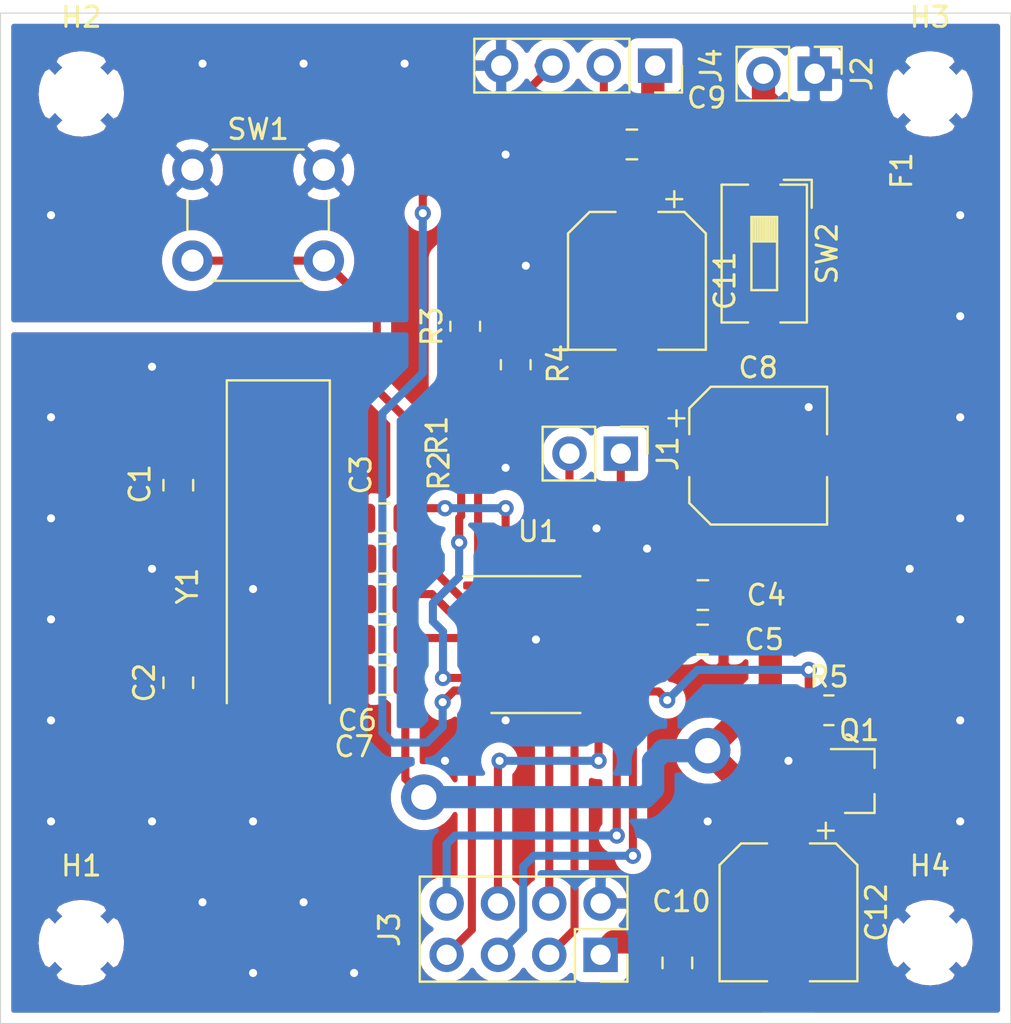
<source format=kicad_pcb>
(kicad_pcb (version 20171130) (host pcbnew 5.1.9-73d0e3b20d~88~ubuntu18.04.1)

  (general
    (thickness 1.6)
    (drawings 4)
    (tracks 226)
    (zones 0)
    (modules 31)
    (nets 24)
  )

  (page A4)
  (layers
    (0 F.Cu signal)
    (31 B.Cu signal)
    (32 B.Adhes user)
    (33 F.Adhes user)
    (34 B.Paste user)
    (35 F.Paste user)
    (36 B.SilkS user)
    (37 F.SilkS user)
    (38 B.Mask user)
    (39 F.Mask user)
    (40 Dwgs.User user)
    (41 Cmts.User user)
    (42 Eco1.User user)
    (43 Eco2.User user)
    (44 Edge.Cuts user)
    (45 Margin user)
    (46 B.CrtYd user)
    (47 F.CrtYd user)
    (48 B.Fab user hide)
    (49 F.Fab user hide)
  )

  (setup
    (last_trace_width 0.25)
    (user_trace_width 0.35)
    (user_trace_width 0.4)
    (user_trace_width 0.8)
    (user_trace_width 1)
    (user_trace_width 1.1)
    (user_trace_width 1.15)
    (user_trace_width 1.2)
    (trace_clearance 0.2)
    (zone_clearance 0.508)
    (zone_45_only no)
    (trace_min 0.2)
    (via_size 0.8)
    (via_drill 0.4)
    (via_min_size 0.4)
    (via_min_drill 0.3)
    (user_via 2 1)
    (uvia_size 0.3)
    (uvia_drill 0.1)
    (uvias_allowed no)
    (uvia_min_size 0.2)
    (uvia_min_drill 0.1)
    (edge_width 0.05)
    (segment_width 0.2)
    (pcb_text_width 0.3)
    (pcb_text_size 1.5 1.5)
    (mod_edge_width 0.12)
    (mod_text_size 1 1)
    (mod_text_width 0.15)
    (pad_size 1.524 1.524)
    (pad_drill 0.762)
    (pad_to_mask_clearance 0)
    (aux_axis_origin 0 0)
    (visible_elements FFFFFF7F)
    (pcbplotparams
      (layerselection 0x010fc_ffffffff)
      (usegerberextensions false)
      (usegerberattributes true)
      (usegerberadvancedattributes true)
      (creategerberjobfile true)
      (excludeedgelayer true)
      (linewidth 0.100000)
      (plotframeref false)
      (viasonmask false)
      (mode 1)
      (useauxorigin false)
      (hpglpennumber 1)
      (hpglpenspeed 20)
      (hpglpendiameter 15.000000)
      (psnegative false)
      (psa4output false)
      (plotreference true)
      (plotvalue true)
      (plotinvisibletext false)
      (padsonsilk false)
      (subtractmaskfromsilk false)
      (outputformat 1)
      (mirror false)
      (drillshape 1)
      (scaleselection 1)
      (outputdirectory ""))
  )

  (net 0 "")
  (net 1 "Net-(C1-Pad1)")
  (net 2 GND)
  (net 3 "Net-(C2-Pad1)")
  (net 4 "Net-(C3-Pad2)")
  (net 5 +3V3)
  (net 6 SWDIO)
  (net 7 SWCLK)
  (net 8 nrf24_CSN)
  (net 9 nrf24_CE)
  (net 10 SPI1_MOSI)
  (net 11 SPI1_SCK)
  (net 12 nrf24_IRQ)
  (net 13 SPI1_MISO)
  (net 14 UART1_RXD)
  (net 15 UART1_TXD)
  (net 16 "Net-(R1-Pad1)")
  (net 17 "Net-(R2-Pad1)")
  (net 18 "Net-(R3-Pad1)")
  (net 19 "Net-(R5-Pad1)")
  (net 20 Vcc)
  (net 21 "Net-(Q1-Pad1)")
  (net 22 "Net-(F1-Pad1)")
  (net 23 "Net-(F1-Pad2)")

  (net_class Default "This is the default net class."
    (clearance 0.2)
    (trace_width 0.25)
    (via_dia 0.8)
    (via_drill 0.4)
    (uvia_dia 0.3)
    (uvia_drill 0.1)
    (add_net +3V3)
    (add_net GND)
    (add_net "Net-(C1-Pad1)")
    (add_net "Net-(C2-Pad1)")
    (add_net "Net-(C3-Pad2)")
    (add_net "Net-(F1-Pad1)")
    (add_net "Net-(F1-Pad2)")
    (add_net "Net-(Q1-Pad1)")
    (add_net "Net-(R1-Pad1)")
    (add_net "Net-(R2-Pad1)")
    (add_net "Net-(R3-Pad1)")
    (add_net "Net-(R5-Pad1)")
    (add_net SPI1_MISO)
    (add_net SPI1_MOSI)
    (add_net SPI1_SCK)
    (add_net SWCLK)
    (add_net SWDIO)
    (add_net UART1_RXD)
    (add_net UART1_TXD)
    (add_net Vcc)
    (add_net nrf24_CE)
    (add_net nrf24_CSN)
    (add_net nrf24_IRQ)
  )

  (module Button_Switch_THT:SW_PUSH_6mm_H5mm (layer F.Cu) (tedit 5A02FE31) (tstamp 5FEDFDC6)
    (at 209.5 107.75)
    (descr "tactile push button, 6x6mm e.g. PHAP33xx series, height=5mm")
    (tags "tact sw push 6mm")
    (path /5FED7E04)
    (fp_text reference SW1 (at 3.25 -2) (layer F.SilkS)
      (effects (font (size 1 1) (thickness 0.15)))
    )
    (fp_text value SW_Push (at 3.75 6.7) (layer F.Fab)
      (effects (font (size 1 1) (thickness 0.15)))
    )
    (fp_circle (center 3.25 2.25) (end 1.25 2.5) (layer F.Fab) (width 0.1))
    (fp_line (start 6.75 3) (end 6.75 1.5) (layer F.SilkS) (width 0.12))
    (fp_line (start 5.5 -1) (end 1 -1) (layer F.SilkS) (width 0.12))
    (fp_line (start -0.25 1.5) (end -0.25 3) (layer F.SilkS) (width 0.12))
    (fp_line (start 1 5.5) (end 5.5 5.5) (layer F.SilkS) (width 0.12))
    (fp_line (start 8 -1.25) (end 8 5.75) (layer F.CrtYd) (width 0.05))
    (fp_line (start 7.75 6) (end -1.25 6) (layer F.CrtYd) (width 0.05))
    (fp_line (start -1.5 5.75) (end -1.5 -1.25) (layer F.CrtYd) (width 0.05))
    (fp_line (start -1.25 -1.5) (end 7.75 -1.5) (layer F.CrtYd) (width 0.05))
    (fp_line (start -1.5 6) (end -1.25 6) (layer F.CrtYd) (width 0.05))
    (fp_line (start -1.5 5.75) (end -1.5 6) (layer F.CrtYd) (width 0.05))
    (fp_line (start -1.5 -1.5) (end -1.25 -1.5) (layer F.CrtYd) (width 0.05))
    (fp_line (start -1.5 -1.25) (end -1.5 -1.5) (layer F.CrtYd) (width 0.05))
    (fp_line (start 8 -1.5) (end 8 -1.25) (layer F.CrtYd) (width 0.05))
    (fp_line (start 7.75 -1.5) (end 8 -1.5) (layer F.CrtYd) (width 0.05))
    (fp_line (start 8 6) (end 8 5.75) (layer F.CrtYd) (width 0.05))
    (fp_line (start 7.75 6) (end 8 6) (layer F.CrtYd) (width 0.05))
    (fp_line (start 0.25 -0.75) (end 3.25 -0.75) (layer F.Fab) (width 0.1))
    (fp_line (start 0.25 5.25) (end 0.25 -0.75) (layer F.Fab) (width 0.1))
    (fp_line (start 6.25 5.25) (end 0.25 5.25) (layer F.Fab) (width 0.1))
    (fp_line (start 6.25 -0.75) (end 6.25 5.25) (layer F.Fab) (width 0.1))
    (fp_line (start 3.25 -0.75) (end 6.25 -0.75) (layer F.Fab) (width 0.1))
    (fp_text user %R (at 3.25 2.25) (layer F.Fab)
      (effects (font (size 1 1) (thickness 0.15)))
    )
    (pad 2 thru_hole circle (at 0 4.5 90) (size 2 2) (drill 1.1) (layers *.Cu *.Mask)
      (net 4 "Net-(C3-Pad2)"))
    (pad 1 thru_hole circle (at 0 0 90) (size 2 2) (drill 1.1) (layers *.Cu *.Mask)
      (net 2 GND))
    (pad 2 thru_hole circle (at 6.5 4.5 90) (size 2 2) (drill 1.1) (layers *.Cu *.Mask)
      (net 4 "Net-(C3-Pad2)"))
    (pad 1 thru_hole circle (at 6.5 0 90) (size 2 2) (drill 1.1) (layers *.Cu *.Mask)
      (net 2 GND))
    (model ${KISYS3DMOD}/Button_Switch_THT.3dshapes/SW_PUSH_6mm_H5mm.wrl
      (at (xyz 0 0 0))
      (scale (xyz 1 1 1))
      (rotate (xyz 0 0 0))
    )
  )

  (module Resistor_SMD:R_0805_2012Metric_Pad1.20x1.40mm_HandSolder (layer F.Cu) (tedit 5F68FEEE) (tstamp 5FEDFCE6)
    (at 219 127 180)
    (descr "Resistor SMD 0805 (2012 Metric), square (rectangular) end terminal, IPC_7351 nominal with elongated pad for handsoldering. (Body size source: IPC-SM-782 page 72, https://www.pcb-3d.com/wordpress/wp-content/uploads/ipc-sm-782a_amendment_1_and_2.pdf), generated with kicad-footprint-generator")
    (tags "resistor handsolder")
    (path /5FEE2BD7)
    (attr smd)
    (fp_text reference R1 (at -2.6 6.1 90) (layer F.SilkS)
      (effects (font (size 1 1) (thickness 0.15)))
    )
    (fp_text value 0 (at 0 1.65) (layer F.Fab)
      (effects (font (size 1 1) (thickness 0.15)))
    )
    (fp_line (start 1.85 0.95) (end -1.85 0.95) (layer F.CrtYd) (width 0.05))
    (fp_line (start 1.85 -0.95) (end 1.85 0.95) (layer F.CrtYd) (width 0.05))
    (fp_line (start -1.85 -0.95) (end 1.85 -0.95) (layer F.CrtYd) (width 0.05))
    (fp_line (start -1.85 0.95) (end -1.85 -0.95) (layer F.CrtYd) (width 0.05))
    (fp_line (start -0.227064 0.735) (end 0.227064 0.735) (layer F.SilkS) (width 0.12))
    (fp_line (start -0.227064 -0.735) (end 0.227064 -0.735) (layer F.SilkS) (width 0.12))
    (fp_line (start 1 0.625) (end -1 0.625) (layer F.Fab) (width 0.1))
    (fp_line (start 1 -0.625) (end 1 0.625) (layer F.Fab) (width 0.1))
    (fp_line (start -1 -0.625) (end 1 -0.625) (layer F.Fab) (width 0.1))
    (fp_line (start -1 0.625) (end -1 -0.625) (layer F.Fab) (width 0.1))
    (fp_text user %R (at 0 0) (layer F.Fab)
      (effects (font (size 0.5 0.5) (thickness 0.08)))
    )
    (pad 2 smd roundrect (at 1 0 180) (size 1.2 1.4) (layers F.Cu F.Paste F.Mask) (roundrect_rratio 0.208333)
      (net 1 "Net-(C1-Pad1)"))
    (pad 1 smd roundrect (at -1 0 180) (size 1.2 1.4) (layers F.Cu F.Paste F.Mask) (roundrect_rratio 0.208333)
      (net 16 "Net-(R1-Pad1)"))
    (model ${KISYS3DMOD}/Resistor_SMD.3dshapes/R_0805_2012Metric.wrl
      (at (xyz 0 0 0))
      (scale (xyz 1 1 1))
      (rotate (xyz 0 0 0))
    )
  )

  (module Connector_PinSocket_2.54mm:PinSocket_2x04_P2.54mm_Vertical (layer F.Cu) (tedit 5A19A422) (tstamp 5FEE03E6)
    (at 229.7 146.6 270)
    (descr "Through hole straight socket strip, 2x04, 2.54mm pitch, double cols (from Kicad 4.0.7), script generated")
    (tags "Through hole socket strip THT 2x04 2.54mm double row")
    (path /5FE7CDCD)
    (fp_text reference J3 (at -1.25 10.45 90) (layer F.SilkS)
      (effects (font (size 1 1) (thickness 0.15)))
    )
    (fp_text value Conn_02x04_Odd_Even (at -1.27 10.39 90) (layer F.Fab)
      (effects (font (size 1 1) (thickness 0.15)))
    )
    (fp_line (start -3.81 -1.27) (end 0.27 -1.27) (layer F.Fab) (width 0.1))
    (fp_line (start 0.27 -1.27) (end 1.27 -0.27) (layer F.Fab) (width 0.1))
    (fp_line (start 1.27 -0.27) (end 1.27 8.89) (layer F.Fab) (width 0.1))
    (fp_line (start 1.27 8.89) (end -3.81 8.89) (layer F.Fab) (width 0.1))
    (fp_line (start -3.81 8.89) (end -3.81 -1.27) (layer F.Fab) (width 0.1))
    (fp_line (start -3.87 -1.33) (end -1.27 -1.33) (layer F.SilkS) (width 0.12))
    (fp_line (start -3.87 -1.33) (end -3.87 8.95) (layer F.SilkS) (width 0.12))
    (fp_line (start -3.87 8.95) (end 1.33 8.95) (layer F.SilkS) (width 0.12))
    (fp_line (start 1.33 1.27) (end 1.33 8.95) (layer F.SilkS) (width 0.12))
    (fp_line (start -1.27 1.27) (end 1.33 1.27) (layer F.SilkS) (width 0.12))
    (fp_line (start -1.27 -1.33) (end -1.27 1.27) (layer F.SilkS) (width 0.12))
    (fp_line (start 1.33 -1.33) (end 1.33 0) (layer F.SilkS) (width 0.12))
    (fp_line (start 0 -1.33) (end 1.33 -1.33) (layer F.SilkS) (width 0.12))
    (fp_line (start -4.34 -1.8) (end 1.76 -1.8) (layer F.CrtYd) (width 0.05))
    (fp_line (start 1.76 -1.8) (end 1.76 9.4) (layer F.CrtYd) (width 0.05))
    (fp_line (start 1.76 9.4) (end -4.34 9.4) (layer F.CrtYd) (width 0.05))
    (fp_line (start -4.34 9.4) (end -4.34 -1.8) (layer F.CrtYd) (width 0.05))
    (fp_text user %R (at -1.27 3.81) (layer F.Fab)
      (effects (font (size 1 1) (thickness 0.15)))
    )
    (pad 1 thru_hole rect (at 0 0 270) (size 1.7 1.7) (drill 1) (layers *.Cu *.Mask)
      (net 20 Vcc))
    (pad 2 thru_hole oval (at -2.54 0 270) (size 1.7 1.7) (drill 1) (layers *.Cu *.Mask)
      (net 2 GND))
    (pad 3 thru_hole oval (at 0 2.54 270) (size 1.7 1.7) (drill 1) (layers *.Cu *.Mask)
      (net 8 nrf24_CSN))
    (pad 4 thru_hole oval (at -2.54 2.54 270) (size 1.7 1.7) (drill 1) (layers *.Cu *.Mask)
      (net 9 nrf24_CE))
    (pad 5 thru_hole oval (at 0 5.08 270) (size 1.7 1.7) (drill 1) (layers *.Cu *.Mask)
      (net 10 SPI1_MOSI))
    (pad 6 thru_hole oval (at -2.54 5.08 270) (size 1.7 1.7) (drill 1) (layers *.Cu *.Mask)
      (net 11 SPI1_SCK))
    (pad 7 thru_hole oval (at 0 7.62 270) (size 1.7 1.7) (drill 1) (layers *.Cu *.Mask)
      (net 12 nrf24_IRQ))
    (pad 8 thru_hole oval (at -2.54 7.62 270) (size 1.7 1.7) (drill 1) (layers *.Cu *.Mask)
      (net 13 SPI1_MISO))
    (model ${KISYS3DMOD}/Connector_PinSocket_2.54mm.3dshapes/PinSocket_2x04_P2.54mm_Vertical.wrl
      (at (xyz 0 0 0))
      (scale (xyz 1 1 1))
      (rotate (xyz 0 0 0))
    )
  )

  (module Capacitor_SMD:C_0805_2012Metric_Pad1.18x1.45mm_HandSolder (layer F.Cu) (tedit 5F68FEEF) (tstamp 5FEE0430)
    (at 208.8 123.3625 270)
    (descr "Capacitor SMD 0805 (2012 Metric), square (rectangular) end terminal, IPC_7351 nominal with elongated pad for handsoldering. (Body size source: IPC-SM-782 page 76, https://www.pcb-3d.com/wordpress/wp-content/uploads/ipc-sm-782a_amendment_1_and_2.pdf, https://docs.google.com/spreadsheets/d/1BsfQQcO9C6DZCsRaXUlFlo91Tg2WpOkGARC1WS5S8t0/edit?usp=sharing), generated with kicad-footprint-generator")
    (tags "capacitor handsolder")
    (path /5FEDF9AC)
    (attr smd)
    (fp_text reference C1 (at -0.0625 1.9 90) (layer F.SilkS)
      (effects (font (size 1 1) (thickness 0.15)))
    )
    (fp_text value 22p (at 0 1.68 90) (layer F.Fab)
      (effects (font (size 1 1) (thickness 0.15)))
    )
    (fp_line (start 1.88 0.98) (end -1.88 0.98) (layer F.CrtYd) (width 0.05))
    (fp_line (start 1.88 -0.98) (end 1.88 0.98) (layer F.CrtYd) (width 0.05))
    (fp_line (start -1.88 -0.98) (end 1.88 -0.98) (layer F.CrtYd) (width 0.05))
    (fp_line (start -1.88 0.98) (end -1.88 -0.98) (layer F.CrtYd) (width 0.05))
    (fp_line (start -0.261252 0.735) (end 0.261252 0.735) (layer F.SilkS) (width 0.12))
    (fp_line (start -0.261252 -0.735) (end 0.261252 -0.735) (layer F.SilkS) (width 0.12))
    (fp_line (start 1 0.625) (end -1 0.625) (layer F.Fab) (width 0.1))
    (fp_line (start 1 -0.625) (end 1 0.625) (layer F.Fab) (width 0.1))
    (fp_line (start -1 -0.625) (end 1 -0.625) (layer F.Fab) (width 0.1))
    (fp_line (start -1 0.625) (end -1 -0.625) (layer F.Fab) (width 0.1))
    (fp_text user %R (at 0 0 90) (layer F.Fab)
      (effects (font (size 0.5 0.5) (thickness 0.08)))
    )
    (pad 2 smd roundrect (at 1.0375 0 270) (size 1.175 1.45) (layers F.Cu F.Paste F.Mask) (roundrect_rratio 0.212766)
      (net 2 GND))
    (pad 1 smd roundrect (at -1.0375 0 270) (size 1.175 1.45) (layers F.Cu F.Paste F.Mask) (roundrect_rratio 0.212766)
      (net 1 "Net-(C1-Pad1)"))
    (model ${KISYS3DMOD}/Capacitor_SMD.3dshapes/C_0805_2012Metric.wrl
      (at (xyz 0 0 0))
      (scale (xyz 1 1 1))
      (rotate (xyz 0 0 0))
    )
  )

  (module Capacitor_SMD:C_0805_2012Metric_Pad1.18x1.45mm_HandSolder (layer F.Cu) (tedit 5F68FEEF) (tstamp 5FEE0496)
    (at 208.8 133.1375 90)
    (descr "Capacitor SMD 0805 (2012 Metric), square (rectangular) end terminal, IPC_7351 nominal with elongated pad for handsoldering. (Body size source: IPC-SM-782 page 76, https://www.pcb-3d.com/wordpress/wp-content/uploads/ipc-sm-782a_amendment_1_and_2.pdf, https://docs.google.com/spreadsheets/d/1BsfQQcO9C6DZCsRaXUlFlo91Tg2WpOkGARC1WS5S8t0/edit?usp=sharing), generated with kicad-footprint-generator")
    (tags "capacitor handsolder")
    (path /5FEDE3DF)
    (attr smd)
    (fp_text reference C2 (at 0 -1.68 90) (layer F.SilkS)
      (effects (font (size 1 1) (thickness 0.15)))
    )
    (fp_text value 22p (at 0 1.68 90) (layer F.Fab)
      (effects (font (size 1 1) (thickness 0.15)))
    )
    (fp_line (start -1 0.625) (end -1 -0.625) (layer F.Fab) (width 0.1))
    (fp_line (start -1 -0.625) (end 1 -0.625) (layer F.Fab) (width 0.1))
    (fp_line (start 1 -0.625) (end 1 0.625) (layer F.Fab) (width 0.1))
    (fp_line (start 1 0.625) (end -1 0.625) (layer F.Fab) (width 0.1))
    (fp_line (start -0.261252 -0.735) (end 0.261252 -0.735) (layer F.SilkS) (width 0.12))
    (fp_line (start -0.261252 0.735) (end 0.261252 0.735) (layer F.SilkS) (width 0.12))
    (fp_line (start -1.88 0.98) (end -1.88 -0.98) (layer F.CrtYd) (width 0.05))
    (fp_line (start -1.88 -0.98) (end 1.88 -0.98) (layer F.CrtYd) (width 0.05))
    (fp_line (start 1.88 -0.98) (end 1.88 0.98) (layer F.CrtYd) (width 0.05))
    (fp_line (start 1.88 0.98) (end -1.88 0.98) (layer F.CrtYd) (width 0.05))
    (fp_text user %R (at 0 0 90) (layer F.Fab)
      (effects (font (size 0.5 0.5) (thickness 0.08)))
    )
    (pad 1 smd roundrect (at -1.0375 0 90) (size 1.175 1.45) (layers F.Cu F.Paste F.Mask) (roundrect_rratio 0.212766)
      (net 3 "Net-(C2-Pad1)"))
    (pad 2 smd roundrect (at 1.0375 0 90) (size 1.175 1.45) (layers F.Cu F.Paste F.Mask) (roundrect_rratio 0.212766)
      (net 2 GND))
    (model ${KISYS3DMOD}/Capacitor_SMD.3dshapes/C_0805_2012Metric.wrl
      (at (xyz 0 0 0))
      (scale (xyz 1 1 1))
      (rotate (xyz 0 0 0))
    )
  )

  (module Capacitor_SMD:C_0805_2012Metric_Pad1.18x1.45mm_HandSolder (layer F.Cu) (tedit 5F68FEEF) (tstamp 5FEE0463)
    (at 219 125)
    (descr "Capacitor SMD 0805 (2012 Metric), square (rectangular) end terminal, IPC_7351 nominal with elongated pad for handsoldering. (Body size source: IPC-SM-782 page 76, https://www.pcb-3d.com/wordpress/wp-content/uploads/ipc-sm-782a_amendment_1_and_2.pdf, https://docs.google.com/spreadsheets/d/1BsfQQcO9C6DZCsRaXUlFlo91Tg2WpOkGARC1WS5S8t0/edit?usp=sharing), generated with kicad-footprint-generator")
    (tags "capacitor handsolder")
    (path /5FECEAD1)
    (attr smd)
    (fp_text reference C3 (at -1.1625 -2.15 90) (layer F.SilkS)
      (effects (font (size 1 1) (thickness 0.15)))
    )
    (fp_text value 100n (at 0 1.68) (layer F.Fab)
      (effects (font (size 1 1) (thickness 0.15)))
    )
    (fp_line (start -1 0.625) (end -1 -0.625) (layer F.Fab) (width 0.1))
    (fp_line (start -1 -0.625) (end 1 -0.625) (layer F.Fab) (width 0.1))
    (fp_line (start 1 -0.625) (end 1 0.625) (layer F.Fab) (width 0.1))
    (fp_line (start 1 0.625) (end -1 0.625) (layer F.Fab) (width 0.1))
    (fp_line (start -0.261252 -0.735) (end 0.261252 -0.735) (layer F.SilkS) (width 0.12))
    (fp_line (start -0.261252 0.735) (end 0.261252 0.735) (layer F.SilkS) (width 0.12))
    (fp_line (start -1.88 0.98) (end -1.88 -0.98) (layer F.CrtYd) (width 0.05))
    (fp_line (start -1.88 -0.98) (end 1.88 -0.98) (layer F.CrtYd) (width 0.05))
    (fp_line (start 1.88 -0.98) (end 1.88 0.98) (layer F.CrtYd) (width 0.05))
    (fp_line (start 1.88 0.98) (end -1.88 0.98) (layer F.CrtYd) (width 0.05))
    (fp_text user %R (at 0 0) (layer F.Fab)
      (effects (font (size 0.5 0.5) (thickness 0.08)))
    )
    (pad 1 smd roundrect (at -1.0375 0) (size 1.175 1.45) (layers F.Cu F.Paste F.Mask) (roundrect_rratio 0.212766)
      (net 2 GND))
    (pad 2 smd roundrect (at 1.0375 0) (size 1.175 1.45) (layers F.Cu F.Paste F.Mask) (roundrect_rratio 0.212766)
      (net 4 "Net-(C3-Pad2)"))
    (model ${KISYS3DMOD}/Capacitor_SMD.3dshapes/C_0805_2012Metric.wrl
      (at (xyz 0 0 0))
      (scale (xyz 1 1 1))
      (rotate (xyz 0 0 0))
    )
  )

  (module Capacitor_SMD:C_0805_2012Metric_Pad1.18x1.45mm_HandSolder (layer F.Cu) (tedit 5F68FEEF) (tstamp 5FEE04D2)
    (at 234.75 131 180)
    (descr "Capacitor SMD 0805 (2012 Metric), square (rectangular) end terminal, IPC_7351 nominal with elongated pad for handsoldering. (Body size source: IPC-SM-782 page 76, https://www.pcb-3d.com/wordpress/wp-content/uploads/ipc-sm-782a_amendment_1_and_2.pdf, https://docs.google.com/spreadsheets/d/1BsfQQcO9C6DZCsRaXUlFlo91Tg2WpOkGARC1WS5S8t0/edit?usp=sharing), generated with kicad-footprint-generator")
    (tags "capacitor handsolder")
    (path /5FEB5618)
    (attr smd)
    (fp_text reference C5 (at -3.05 0) (layer F.SilkS)
      (effects (font (size 1 1) (thickness 0.15)))
    )
    (fp_text value 100n (at 0 1.68) (layer F.Fab)
      (effects (font (size 1 1) (thickness 0.15)))
    )
    (fp_line (start -1 0.625) (end -1 -0.625) (layer F.Fab) (width 0.1))
    (fp_line (start -1 -0.625) (end 1 -0.625) (layer F.Fab) (width 0.1))
    (fp_line (start 1 -0.625) (end 1 0.625) (layer F.Fab) (width 0.1))
    (fp_line (start 1 0.625) (end -1 0.625) (layer F.Fab) (width 0.1))
    (fp_line (start -0.261252 -0.735) (end 0.261252 -0.735) (layer F.SilkS) (width 0.12))
    (fp_line (start -0.261252 0.735) (end 0.261252 0.735) (layer F.SilkS) (width 0.12))
    (fp_line (start -1.88 0.98) (end -1.88 -0.98) (layer F.CrtYd) (width 0.05))
    (fp_line (start -1.88 -0.98) (end 1.88 -0.98) (layer F.CrtYd) (width 0.05))
    (fp_line (start 1.88 -0.98) (end 1.88 0.98) (layer F.CrtYd) (width 0.05))
    (fp_line (start 1.88 0.98) (end -1.88 0.98) (layer F.CrtYd) (width 0.05))
    (fp_text user %R (at 0 0) (layer F.Fab)
      (effects (font (size 0.5 0.5) (thickness 0.08)))
    )
    (pad 1 smd roundrect (at -1.0375 0 180) (size 1.175 1.45) (layers F.Cu F.Paste F.Mask) (roundrect_rratio 0.212766)
      (net 2 GND))
    (pad 2 smd roundrect (at 1.0375 0 180) (size 1.175 1.45) (layers F.Cu F.Paste F.Mask) (roundrect_rratio 0.212766)
      (net 5 +3V3))
    (model ${KISYS3DMOD}/Capacitor_SMD.3dshapes/C_0805_2012Metric.wrl
      (at (xyz 0 0 0))
      (scale (xyz 1 1 1))
      (rotate (xyz 0 0 0))
    )
  )

  (module Capacitor_SMD:C_0805_2012Metric_Pad1.18x1.45mm_HandSolder (layer F.Cu) (tedit 5F68FEEF) (tstamp 5FEE0505)
    (at 219 131 180)
    (descr "Capacitor SMD 0805 (2012 Metric), square (rectangular) end terminal, IPC_7351 nominal with elongated pad for handsoldering. (Body size source: IPC-SM-782 page 76, https://www.pcb-3d.com/wordpress/wp-content/uploads/ipc-sm-782a_amendment_1_and_2.pdf, https://docs.google.com/spreadsheets/d/1BsfQQcO9C6DZCsRaXUlFlo91Tg2WpOkGARC1WS5S8t0/edit?usp=sharing), generated with kicad-footprint-generator")
    (tags "capacitor handsolder")
    (path /5FEB6589)
    (attr smd)
    (fp_text reference C6 (at 1.3375 -4) (layer F.SilkS)
      (effects (font (size 1 1) (thickness 0.15)))
    )
    (fp_text value 10n (at 0 1.68) (layer F.Fab)
      (effects (font (size 1 1) (thickness 0.15)))
    )
    (fp_line (start 1.88 0.98) (end -1.88 0.98) (layer F.CrtYd) (width 0.05))
    (fp_line (start 1.88 -0.98) (end 1.88 0.98) (layer F.CrtYd) (width 0.05))
    (fp_line (start -1.88 -0.98) (end 1.88 -0.98) (layer F.CrtYd) (width 0.05))
    (fp_line (start -1.88 0.98) (end -1.88 -0.98) (layer F.CrtYd) (width 0.05))
    (fp_line (start -0.261252 0.735) (end 0.261252 0.735) (layer F.SilkS) (width 0.12))
    (fp_line (start -0.261252 -0.735) (end 0.261252 -0.735) (layer F.SilkS) (width 0.12))
    (fp_line (start 1 0.625) (end -1 0.625) (layer F.Fab) (width 0.1))
    (fp_line (start 1 -0.625) (end 1 0.625) (layer F.Fab) (width 0.1))
    (fp_line (start -1 -0.625) (end 1 -0.625) (layer F.Fab) (width 0.1))
    (fp_line (start -1 0.625) (end -1 -0.625) (layer F.Fab) (width 0.1))
    (fp_text user %R (at 0 0) (layer F.Fab)
      (effects (font (size 0.5 0.5) (thickness 0.08)))
    )
    (pad 2 smd roundrect (at 1.0375 0 180) (size 1.175 1.45) (layers F.Cu F.Paste F.Mask) (roundrect_rratio 0.212766)
      (net 2 GND))
    (pad 1 smd roundrect (at -1.0375 0 180) (size 1.175 1.45) (layers F.Cu F.Paste F.Mask) (roundrect_rratio 0.212766)
      (net 5 +3V3))
    (model ${KISYS3DMOD}/Capacitor_SMD.3dshapes/C_0805_2012Metric.wrl
      (at (xyz 0 0 0))
      (scale (xyz 1 1 1))
      (rotate (xyz 0 0 0))
    )
  )

  (module Capacitor_SMD:C_0805_2012Metric_Pad1.18x1.45mm_HandSolder (layer F.Cu) (tedit 5F68FEEF) (tstamp 5FEDFD52)
    (at 231.25 106.5)
    (descr "Capacitor SMD 0805 (2012 Metric), square (rectangular) end terminal, IPC_7351 nominal with elongated pad for handsoldering. (Body size source: IPC-SM-782 page 76, https://www.pcb-3d.com/wordpress/wp-content/uploads/ipc-sm-782a_amendment_1_and_2.pdf, https://docs.google.com/spreadsheets/d/1BsfQQcO9C6DZCsRaXUlFlo91Tg2WpOkGARC1WS5S8t0/edit?usp=sharing), generated with kicad-footprint-generator")
    (tags "capacitor handsolder")
    (path /5FE89CE9)
    (attr smd)
    (fp_text reference C9 (at 3.7 -2.3) (layer F.SilkS)
      (effects (font (size 1 1) (thickness 0.15)))
    )
    (fp_text value 100n (at 0 1.68) (layer F.Fab)
      (effects (font (size 1 1) (thickness 0.15)))
    )
    (fp_line (start 1.88 0.98) (end -1.88 0.98) (layer F.CrtYd) (width 0.05))
    (fp_line (start 1.88 -0.98) (end 1.88 0.98) (layer F.CrtYd) (width 0.05))
    (fp_line (start -1.88 -0.98) (end 1.88 -0.98) (layer F.CrtYd) (width 0.05))
    (fp_line (start -1.88 0.98) (end -1.88 -0.98) (layer F.CrtYd) (width 0.05))
    (fp_line (start -0.261252 0.735) (end 0.261252 0.735) (layer F.SilkS) (width 0.12))
    (fp_line (start -0.261252 -0.735) (end 0.261252 -0.735) (layer F.SilkS) (width 0.12))
    (fp_line (start 1 0.625) (end -1 0.625) (layer F.Fab) (width 0.1))
    (fp_line (start 1 -0.625) (end 1 0.625) (layer F.Fab) (width 0.1))
    (fp_line (start -1 -0.625) (end 1 -0.625) (layer F.Fab) (width 0.1))
    (fp_line (start -1 0.625) (end -1 -0.625) (layer F.Fab) (width 0.1))
    (fp_text user %R (at 0 0) (layer F.Fab)
      (effects (font (size 0.5 0.5) (thickness 0.08)))
    )
    (pad 2 smd roundrect (at 1.0375 0) (size 1.175 1.45) (layers F.Cu F.Paste F.Mask) (roundrect_rratio 0.212766)
      (net 20 Vcc))
    (pad 1 smd roundrect (at -1.0375 0) (size 1.175 1.45) (layers F.Cu F.Paste F.Mask) (roundrect_rratio 0.212766)
      (net 2 GND))
    (model ${KISYS3DMOD}/Capacitor_SMD.3dshapes/C_0805_2012Metric.wrl
      (at (xyz 0 0 0))
      (scale (xyz 1 1 1))
      (rotate (xyz 0 0 0))
    )
  )

  (module Capacitor_SMD:C_0805_2012Metric_Pad1.18x1.45mm_HandSolder (layer F.Cu) (tedit 5F68FEEF) (tstamp 5FEDFCB6)
    (at 233.5 147 90)
    (descr "Capacitor SMD 0805 (2012 Metric), square (rectangular) end terminal, IPC_7351 nominal with elongated pad for handsoldering. (Body size source: IPC-SM-782 page 76, https://www.pcb-3d.com/wordpress/wp-content/uploads/ipc-sm-782a_amendment_1_and_2.pdf, https://docs.google.com/spreadsheets/d/1BsfQQcO9C6DZCsRaXUlFlo91Tg2WpOkGARC1WS5S8t0/edit?usp=sharing), generated with kicad-footprint-generator")
    (tags "capacitor handsolder")
    (path /5FE86B7F)
    (attr smd)
    (fp_text reference C10 (at 3.0375 0.2 180) (layer F.SilkS)
      (effects (font (size 1 1) (thickness 0.15)))
    )
    (fp_text value 100n (at 0 1.68 270) (layer F.Fab)
      (effects (font (size 1 1) (thickness 0.15)))
    )
    (fp_line (start -1 0.625) (end -1 -0.625) (layer F.Fab) (width 0.1))
    (fp_line (start -1 -0.625) (end 1 -0.625) (layer F.Fab) (width 0.1))
    (fp_line (start 1 -0.625) (end 1 0.625) (layer F.Fab) (width 0.1))
    (fp_line (start 1 0.625) (end -1 0.625) (layer F.Fab) (width 0.1))
    (fp_line (start -0.261252 -0.735) (end 0.261252 -0.735) (layer F.SilkS) (width 0.12))
    (fp_line (start -0.261252 0.735) (end 0.261252 0.735) (layer F.SilkS) (width 0.12))
    (fp_line (start -1.88 0.98) (end -1.88 -0.98) (layer F.CrtYd) (width 0.05))
    (fp_line (start -1.88 -0.98) (end 1.88 -0.98) (layer F.CrtYd) (width 0.05))
    (fp_line (start 1.88 -0.98) (end 1.88 0.98) (layer F.CrtYd) (width 0.05))
    (fp_line (start 1.88 0.98) (end -1.88 0.98) (layer F.CrtYd) (width 0.05))
    (fp_text user %R (at 0 0 270) (layer F.Fab)
      (effects (font (size 0.5 0.5) (thickness 0.08)))
    )
    (pad 1 smd roundrect (at -1.0375 0 90) (size 1.175 1.45) (layers F.Cu F.Paste F.Mask) (roundrect_rratio 0.212766)
      (net 2 GND))
    (pad 2 smd roundrect (at 1.0375 0 90) (size 1.175 1.45) (layers F.Cu F.Paste F.Mask) (roundrect_rratio 0.212766)
      (net 20 Vcc))
    (model ${KISYS3DMOD}/Capacitor_SMD.3dshapes/C_0805_2012Metric.wrl
      (at (xyz 0 0 0))
      (scale (xyz 1 1 1))
      (rotate (xyz 0 0 0))
    )
  )

  (module Connector_PinHeader_2.54mm:PinHeader_1x02_P2.54mm_Vertical (layer F.Cu) (tedit 59FED5CC) (tstamp 5FEDFC0D)
    (at 230.7 121.8 270)
    (descr "Through hole straight pin header, 1x02, 2.54mm pitch, single row")
    (tags "Through hole pin header THT 1x02 2.54mm single row")
    (path /5FF2A3AF)
    (fp_text reference J1 (at 0 -2.33 90) (layer F.SilkS)
      (effects (font (size 1 1) (thickness 0.15)))
    )
    (fp_text value Conn_01x02_Male (at 0 4.87 90) (layer F.Fab)
      (effects (font (size 1 1) (thickness 0.15)))
    )
    (fp_line (start 1.8 -1.8) (end -1.8 -1.8) (layer F.CrtYd) (width 0.05))
    (fp_line (start 1.8 4.35) (end 1.8 -1.8) (layer F.CrtYd) (width 0.05))
    (fp_line (start -1.8 4.35) (end 1.8 4.35) (layer F.CrtYd) (width 0.05))
    (fp_line (start -1.8 -1.8) (end -1.8 4.35) (layer F.CrtYd) (width 0.05))
    (fp_line (start -1.33 -1.33) (end 0 -1.33) (layer F.SilkS) (width 0.12))
    (fp_line (start -1.33 0) (end -1.33 -1.33) (layer F.SilkS) (width 0.12))
    (fp_line (start -1.33 1.27) (end 1.33 1.27) (layer F.SilkS) (width 0.12))
    (fp_line (start 1.33 1.27) (end 1.33 3.87) (layer F.SilkS) (width 0.12))
    (fp_line (start -1.33 1.27) (end -1.33 3.87) (layer F.SilkS) (width 0.12))
    (fp_line (start -1.33 3.87) (end 1.33 3.87) (layer F.SilkS) (width 0.12))
    (fp_line (start -1.27 -0.635) (end -0.635 -1.27) (layer F.Fab) (width 0.1))
    (fp_line (start -1.27 3.81) (end -1.27 -0.635) (layer F.Fab) (width 0.1))
    (fp_line (start 1.27 3.81) (end -1.27 3.81) (layer F.Fab) (width 0.1))
    (fp_line (start 1.27 -1.27) (end 1.27 3.81) (layer F.Fab) (width 0.1))
    (fp_line (start -0.635 -1.27) (end 1.27 -1.27) (layer F.Fab) (width 0.1))
    (fp_text user %R (at 0 1.27) (layer F.Fab)
      (effects (font (size 1 1) (thickness 0.15)))
    )
    (pad 2 thru_hole oval (at 0 2.54 270) (size 1.7 1.7) (drill 1) (layers *.Cu *.Mask)
      (net 7 SWCLK))
    (pad 1 thru_hole rect (at 0 0 270) (size 1.7 1.7) (drill 1) (layers *.Cu *.Mask)
      (net 6 SWDIO))
    (model ${KISYS3DMOD}/Connector_PinHeader_2.54mm.3dshapes/PinHeader_1x02_P2.54mm_Vertical.wrl
      (at (xyz 0 0 0))
      (scale (xyz 1 1 1))
      (rotate (xyz 0 0 0))
    )
  )

  (module Connector_PinHeader_2.54mm:PinHeader_1x02_P2.54mm_Vertical (layer F.Cu) (tedit 59FED5CC) (tstamp 5FEDFC4C)
    (at 240.3 103 270)
    (descr "Through hole straight pin header, 1x02, 2.54mm pitch, single row")
    (tags "Through hole pin header THT 1x02 2.54mm single row")
    (path /5FE923F5)
    (fp_text reference J2 (at 0 -2.33 90) (layer F.SilkS)
      (effects (font (size 1 1) (thickness 0.15)))
    )
    (fp_text value Conn_01x02_Male (at 0 4.87 90) (layer F.Fab)
      (effects (font (size 1 1) (thickness 0.15)))
    )
    (fp_line (start -0.635 -1.27) (end 1.27 -1.27) (layer F.Fab) (width 0.1))
    (fp_line (start 1.27 -1.27) (end 1.27 3.81) (layer F.Fab) (width 0.1))
    (fp_line (start 1.27 3.81) (end -1.27 3.81) (layer F.Fab) (width 0.1))
    (fp_line (start -1.27 3.81) (end -1.27 -0.635) (layer F.Fab) (width 0.1))
    (fp_line (start -1.27 -0.635) (end -0.635 -1.27) (layer F.Fab) (width 0.1))
    (fp_line (start -1.33 3.87) (end 1.33 3.87) (layer F.SilkS) (width 0.12))
    (fp_line (start -1.33 1.27) (end -1.33 3.87) (layer F.SilkS) (width 0.12))
    (fp_line (start 1.33 1.27) (end 1.33 3.87) (layer F.SilkS) (width 0.12))
    (fp_line (start -1.33 1.27) (end 1.33 1.27) (layer F.SilkS) (width 0.12))
    (fp_line (start -1.33 0) (end -1.33 -1.33) (layer F.SilkS) (width 0.12))
    (fp_line (start -1.33 -1.33) (end 0 -1.33) (layer F.SilkS) (width 0.12))
    (fp_line (start -1.8 -1.8) (end -1.8 4.35) (layer F.CrtYd) (width 0.05))
    (fp_line (start -1.8 4.35) (end 1.8 4.35) (layer F.CrtYd) (width 0.05))
    (fp_line (start 1.8 4.35) (end 1.8 -1.8) (layer F.CrtYd) (width 0.05))
    (fp_line (start 1.8 -1.8) (end -1.8 -1.8) (layer F.CrtYd) (width 0.05))
    (fp_text user %R (at 0 1.27) (layer F.Fab)
      (effects (font (size 1 1) (thickness 0.15)))
    )
    (pad 1 thru_hole rect (at 0 0 270) (size 1.7 1.7) (drill 1) (layers *.Cu *.Mask)
      (net 2 GND))
    (pad 2 thru_hole oval (at 0 2.54 270) (size 1.7 1.7) (drill 1) (layers *.Cu *.Mask)
      (net 22 "Net-(F1-Pad1)"))
    (model ${KISYS3DMOD}/Connector_PinHeader_2.54mm.3dshapes/PinHeader_1x02_P2.54mm_Vertical.wrl
      (at (xyz 0 0 0))
      (scale (xyz 1 1 1))
      (rotate (xyz 0 0 0))
    )
  )

  (module Package_TO_SOT_SMD:SOT-23 (layer F.Cu) (tedit 5A02FF57) (tstamp 5FEDFD1A)
    (at 242.5 138)
    (descr "SOT-23, Standard")
    (tags SOT-23)
    (path /5FFA5FFC)
    (attr smd)
    (fp_text reference Q1 (at 0 -2.5) (layer F.SilkS)
      (effects (font (size 1 1) (thickness 0.15)))
    )
    (fp_text value Si2371EDS (at 0 2.5) (layer F.Fab)
      (effects (font (size 1 1) (thickness 0.15)))
    )
    (fp_line (start -0.7 -0.95) (end -0.7 1.5) (layer F.Fab) (width 0.1))
    (fp_line (start -0.15 -1.52) (end 0.7 -1.52) (layer F.Fab) (width 0.1))
    (fp_line (start -0.7 -0.95) (end -0.15 -1.52) (layer F.Fab) (width 0.1))
    (fp_line (start 0.7 -1.52) (end 0.7 1.52) (layer F.Fab) (width 0.1))
    (fp_line (start -0.7 1.52) (end 0.7 1.52) (layer F.Fab) (width 0.1))
    (fp_line (start 0.76 1.58) (end 0.76 0.65) (layer F.SilkS) (width 0.12))
    (fp_line (start 0.76 -1.58) (end 0.76 -0.65) (layer F.SilkS) (width 0.12))
    (fp_line (start -1.7 -1.75) (end 1.7 -1.75) (layer F.CrtYd) (width 0.05))
    (fp_line (start 1.7 -1.75) (end 1.7 1.75) (layer F.CrtYd) (width 0.05))
    (fp_line (start 1.7 1.75) (end -1.7 1.75) (layer F.CrtYd) (width 0.05))
    (fp_line (start -1.7 1.75) (end -1.7 -1.75) (layer F.CrtYd) (width 0.05))
    (fp_line (start 0.76 -1.58) (end -1.4 -1.58) (layer F.SilkS) (width 0.12))
    (fp_line (start 0.76 1.58) (end -0.7 1.58) (layer F.SilkS) (width 0.12))
    (fp_text user %R (at 0 0 90) (layer F.Fab)
      (effects (font (size 0.5 0.5) (thickness 0.075)))
    )
    (pad 1 smd rect (at -1 -0.95) (size 0.9 0.8) (layers F.Cu F.Paste F.Mask)
      (net 21 "Net-(Q1-Pad1)"))
    (pad 2 smd rect (at -1 0.95) (size 0.9 0.8) (layers F.Cu F.Paste F.Mask)
      (net 5 +3V3))
    (pad 3 smd rect (at 1 0) (size 0.9 0.8) (layers F.Cu F.Paste F.Mask)
      (net 20 Vcc))
    (model ${KISYS3DMOD}/Package_TO_SOT_SMD.3dshapes/SOT-23.wrl
      (at (xyz 0 0 0))
      (scale (xyz 1 1 1))
      (rotate (xyz 0 0 0))
    )
  )

  (module Resistor_SMD:R_0805_2012Metric_Pad1.20x1.40mm_HandSolder (layer F.Cu) (tedit 5F68FEEE) (tstamp 5FEE0190)
    (at 219 129 180)
    (descr "Resistor SMD 0805 (2012 Metric), square (rectangular) end terminal, IPC_7351 nominal with elongated pad for handsoldering. (Body size source: IPC-SM-782 page 72, https://www.pcb-3d.com/wordpress/wp-content/uploads/ipc-sm-782a_amendment_1_and_2.pdf), generated with kicad-footprint-generator")
    (tags "resistor handsolder")
    (path /5FEE23FC)
    (attr smd)
    (fp_text reference R2 (at -2.7 6.35 90) (layer F.SilkS)
      (effects (font (size 1 1) (thickness 0.15)))
    )
    (fp_text value 0 (at 0 1.65) (layer F.Fab)
      (effects (font (size 1 1) (thickness 0.15)))
    )
    (fp_line (start -1 0.625) (end -1 -0.625) (layer F.Fab) (width 0.1))
    (fp_line (start -1 -0.625) (end 1 -0.625) (layer F.Fab) (width 0.1))
    (fp_line (start 1 -0.625) (end 1 0.625) (layer F.Fab) (width 0.1))
    (fp_line (start 1 0.625) (end -1 0.625) (layer F.Fab) (width 0.1))
    (fp_line (start -0.227064 -0.735) (end 0.227064 -0.735) (layer F.SilkS) (width 0.12))
    (fp_line (start -0.227064 0.735) (end 0.227064 0.735) (layer F.SilkS) (width 0.12))
    (fp_line (start -1.85 0.95) (end -1.85 -0.95) (layer F.CrtYd) (width 0.05))
    (fp_line (start -1.85 -0.95) (end 1.85 -0.95) (layer F.CrtYd) (width 0.05))
    (fp_line (start 1.85 -0.95) (end 1.85 0.95) (layer F.CrtYd) (width 0.05))
    (fp_line (start 1.85 0.95) (end -1.85 0.95) (layer F.CrtYd) (width 0.05))
    (fp_text user %R (at 0 0) (layer F.Fab)
      (effects (font (size 0.5 0.5) (thickness 0.08)))
    )
    (pad 1 smd roundrect (at -1 0 180) (size 1.2 1.4) (layers F.Cu F.Paste F.Mask) (roundrect_rratio 0.208333)
      (net 17 "Net-(R2-Pad1)"))
    (pad 2 smd roundrect (at 1 0 180) (size 1.2 1.4) (layers F.Cu F.Paste F.Mask) (roundrect_rratio 0.208333)
      (net 3 "Net-(C2-Pad1)"))
    (model ${KISYS3DMOD}/Resistor_SMD.3dshapes/R_0805_2012Metric.wrl
      (at (xyz 0 0 0))
      (scale (xyz 1 1 1))
      (rotate (xyz 0 0 0))
    )
  )

  (module Resistor_SMD:R_0805_2012Metric_Pad1.20x1.40mm_HandSolder (layer F.Cu) (tedit 5F68FEEE) (tstamp 5FEE00DF)
    (at 223 115.5 90)
    (descr "Resistor SMD 0805 (2012 Metric), square (rectangular) end terminal, IPC_7351 nominal with elongated pad for handsoldering. (Body size source: IPC-SM-782 page 72, https://www.pcb-3d.com/wordpress/wp-content/uploads/ipc-sm-782a_amendment_1_and_2.pdf), generated with kicad-footprint-generator")
    (tags "resistor handsolder")
    (path /5FEFD263)
    (attr smd)
    (fp_text reference R3 (at 0 -1.65 90) (layer F.SilkS)
      (effects (font (size 1 1) (thickness 0.15)))
    )
    (fp_text value 10k (at 0 1.65 90) (layer F.Fab)
      (effects (font (size 1 1) (thickness 0.15)))
    )
    (fp_line (start -1 0.625) (end -1 -0.625) (layer F.Fab) (width 0.1))
    (fp_line (start -1 -0.625) (end 1 -0.625) (layer F.Fab) (width 0.1))
    (fp_line (start 1 -0.625) (end 1 0.625) (layer F.Fab) (width 0.1))
    (fp_line (start 1 0.625) (end -1 0.625) (layer F.Fab) (width 0.1))
    (fp_line (start -0.227064 -0.735) (end 0.227064 -0.735) (layer F.SilkS) (width 0.12))
    (fp_line (start -0.227064 0.735) (end 0.227064 0.735) (layer F.SilkS) (width 0.12))
    (fp_line (start -1.85 0.95) (end -1.85 -0.95) (layer F.CrtYd) (width 0.05))
    (fp_line (start -1.85 -0.95) (end 1.85 -0.95) (layer F.CrtYd) (width 0.05))
    (fp_line (start 1.85 -0.95) (end 1.85 0.95) (layer F.CrtYd) (width 0.05))
    (fp_line (start 1.85 0.95) (end -1.85 0.95) (layer F.CrtYd) (width 0.05))
    (fp_text user %R (at 0 0 90) (layer F.Fab)
      (effects (font (size 0.5 0.5) (thickness 0.08)))
    )
    (pad 1 smd roundrect (at -1 0 90) (size 1.2 1.4) (layers F.Cu F.Paste F.Mask) (roundrect_rratio 0.208333)
      (net 18 "Net-(R3-Pad1)"))
    (pad 2 smd roundrect (at 1 0 90) (size 1.2 1.4) (layers F.Cu F.Paste F.Mask) (roundrect_rratio 0.208333)
      (net 2 GND))
    (model ${KISYS3DMOD}/Resistor_SMD.3dshapes/R_0805_2012Metric.wrl
      (at (xyz 0 0 0))
      (scale (xyz 1 1 1))
      (rotate (xyz 0 0 0))
    )
  )

  (module Resistor_SMD:R_0805_2012Metric_Pad1.20x1.40mm_HandSolder (layer F.Cu) (tedit 5F68FEEE) (tstamp 5FEDFC86)
    (at 225.5 117.4 90)
    (descr "Resistor SMD 0805 (2012 Metric), square (rectangular) end terminal, IPC_7351 nominal with elongated pad for handsoldering. (Body size source: IPC-SM-782 page 72, https://www.pcb-3d.com/wordpress/wp-content/uploads/ipc-sm-782a_amendment_1_and_2.pdf), generated with kicad-footprint-generator")
    (tags "resistor handsolder")
    (path /5FEFD73C)
    (attr smd)
    (fp_text reference R4 (at 0.05 2.1 90) (layer F.SilkS)
      (effects (font (size 1 1) (thickness 0.15)))
    )
    (fp_text value N/A (at 0 1.65 90) (layer F.Fab)
      (effects (font (size 1 1) (thickness 0.15)))
    )
    (fp_line (start 1.85 0.95) (end -1.85 0.95) (layer F.CrtYd) (width 0.05))
    (fp_line (start 1.85 -0.95) (end 1.85 0.95) (layer F.CrtYd) (width 0.05))
    (fp_line (start -1.85 -0.95) (end 1.85 -0.95) (layer F.CrtYd) (width 0.05))
    (fp_line (start -1.85 0.95) (end -1.85 -0.95) (layer F.CrtYd) (width 0.05))
    (fp_line (start -0.227064 0.735) (end 0.227064 0.735) (layer F.SilkS) (width 0.12))
    (fp_line (start -0.227064 -0.735) (end 0.227064 -0.735) (layer F.SilkS) (width 0.12))
    (fp_line (start 1 0.625) (end -1 0.625) (layer F.Fab) (width 0.1))
    (fp_line (start 1 -0.625) (end 1 0.625) (layer F.Fab) (width 0.1))
    (fp_line (start -1 -0.625) (end 1 -0.625) (layer F.Fab) (width 0.1))
    (fp_line (start -1 0.625) (end -1 -0.625) (layer F.Fab) (width 0.1))
    (fp_text user %R (at 0 0 90) (layer F.Fab)
      (effects (font (size 0.5 0.5) (thickness 0.08)))
    )
    (pad 2 smd roundrect (at 1 0 90) (size 1.2 1.4) (layers F.Cu F.Paste F.Mask) (roundrect_rratio 0.208333)
      (net 5 +3V3))
    (pad 1 smd roundrect (at -1 0 90) (size 1.2 1.4) (layers F.Cu F.Paste F.Mask) (roundrect_rratio 0.208333)
      (net 18 "Net-(R3-Pad1)"))
    (model ${KISYS3DMOD}/Resistor_SMD.3dshapes/R_0805_2012Metric.wrl
      (at (xyz 0 0 0))
      (scale (xyz 1 1 1))
      (rotate (xyz 0 0 0))
    )
  )

  (module Resistor_SMD:R_0805_2012Metric_Pad1.20x1.40mm_HandSolder (layer F.Cu) (tedit 5F68FEEE) (tstamp 5FEDFB93)
    (at 241 134.5)
    (descr "Resistor SMD 0805 (2012 Metric), square (rectangular) end terminal, IPC_7351 nominal with elongated pad for handsoldering. (Body size source: IPC-SM-782 page 72, https://www.pcb-3d.com/wordpress/wp-content/uploads/ipc-sm-782a_amendment_1_and_2.pdf), generated with kicad-footprint-generator")
    (tags "resistor handsolder")
    (path /5FF0BE66)
    (attr smd)
    (fp_text reference R5 (at 0 -1.65) (layer F.SilkS)
      (effects (font (size 1 1) (thickness 0.15)))
    )
    (fp_text value 20 (at 0 1.65) (layer F.Fab)
      (effects (font (size 1 1) (thickness 0.15)))
    )
    (fp_line (start -1 0.625) (end -1 -0.625) (layer F.Fab) (width 0.1))
    (fp_line (start -1 -0.625) (end 1 -0.625) (layer F.Fab) (width 0.1))
    (fp_line (start 1 -0.625) (end 1 0.625) (layer F.Fab) (width 0.1))
    (fp_line (start 1 0.625) (end -1 0.625) (layer F.Fab) (width 0.1))
    (fp_line (start -0.227064 -0.735) (end 0.227064 -0.735) (layer F.SilkS) (width 0.12))
    (fp_line (start -0.227064 0.735) (end 0.227064 0.735) (layer F.SilkS) (width 0.12))
    (fp_line (start -1.85 0.95) (end -1.85 -0.95) (layer F.CrtYd) (width 0.05))
    (fp_line (start -1.85 -0.95) (end 1.85 -0.95) (layer F.CrtYd) (width 0.05))
    (fp_line (start 1.85 -0.95) (end 1.85 0.95) (layer F.CrtYd) (width 0.05))
    (fp_line (start 1.85 0.95) (end -1.85 0.95) (layer F.CrtYd) (width 0.05))
    (fp_text user %R (at 0 0) (layer F.Fab)
      (effects (font (size 0.5 0.5) (thickness 0.08)))
    )
    (pad 1 smd roundrect (at -1 0) (size 1.2 1.4) (layers F.Cu F.Paste F.Mask) (roundrect_rratio 0.208333)
      (net 19 "Net-(R5-Pad1)"))
    (pad 2 smd roundrect (at 1 0) (size 1.2 1.4) (layers F.Cu F.Paste F.Mask) (roundrect_rratio 0.208333)
      (net 21 "Net-(Q1-Pad1)"))
    (model ${KISYS3DMOD}/Resistor_SMD.3dshapes/R_0805_2012Metric.wrl
      (at (xyz 0 0 0))
      (scale (xyz 1 1 1))
      (rotate (xyz 0 0 0))
    )
  )

  (module Button_Switch_SMD:SW_DIP_SPSTx01_Slide_6.7x4.1mm_W8.61mm_P2.54mm_LowProfile (layer F.Cu) (tedit 5A4E1404) (tstamp 5FEE0341)
    (at 237.8 111.9 270)
    (descr "SMD 1x-dip-switch SPST , Slide, row spacing 8.61 mm (338 mils), body size 6.7x4.1mm (see e.g. https://www.ctscorp.com/wp-content/uploads/219.pdf), SMD, LowProfile")
    (tags "SMD DIP Switch SPST Slide 8.61mm 338mil SMD LowProfile")
    (path /5FF6014A)
    (attr smd)
    (fp_text reference SW2 (at 0 -3.11 90) (layer F.SilkS)
      (effects (font (size 1 1) (thickness 0.15)))
    )
    (fp_text value SW_DIP_x01 (at 0 3.11 90) (layer F.Fab)
      (effects (font (size 1 1) (thickness 0.15)))
    )
    (fp_line (start -2.35 -2.05) (end 3.35 -2.05) (layer F.Fab) (width 0.1))
    (fp_line (start 3.35 -2.05) (end 3.35 2.05) (layer F.Fab) (width 0.1))
    (fp_line (start 3.35 2.05) (end -3.35 2.05) (layer F.Fab) (width 0.1))
    (fp_line (start -3.35 2.05) (end -3.35 -1.05) (layer F.Fab) (width 0.1))
    (fp_line (start -3.35 -1.05) (end -2.35 -2.05) (layer F.Fab) (width 0.1))
    (fp_line (start -1.81 -0.635) (end -1.81 0.635) (layer F.Fab) (width 0.1))
    (fp_line (start -1.81 0.635) (end 1.81 0.635) (layer F.Fab) (width 0.1))
    (fp_line (start 1.81 0.635) (end 1.81 -0.635) (layer F.Fab) (width 0.1))
    (fp_line (start 1.81 -0.635) (end -1.81 -0.635) (layer F.Fab) (width 0.1))
    (fp_line (start -1.81 -0.535) (end -0.603333 -0.535) (layer F.Fab) (width 0.1))
    (fp_line (start -1.81 -0.435) (end -0.603333 -0.435) (layer F.Fab) (width 0.1))
    (fp_line (start -1.81 -0.335) (end -0.603333 -0.335) (layer F.Fab) (width 0.1))
    (fp_line (start -1.81 -0.235) (end -0.603333 -0.235) (layer F.Fab) (width 0.1))
    (fp_line (start -1.81 -0.135) (end -0.603333 -0.135) (layer F.Fab) (width 0.1))
    (fp_line (start -1.81 -0.035) (end -0.603333 -0.035) (layer F.Fab) (width 0.1))
    (fp_line (start -1.81 0.065) (end -0.603333 0.065) (layer F.Fab) (width 0.1))
    (fp_line (start -1.81 0.165) (end -0.603333 0.165) (layer F.Fab) (width 0.1))
    (fp_line (start -1.81 0.265) (end -0.603333 0.265) (layer F.Fab) (width 0.1))
    (fp_line (start -1.81 0.365) (end -0.603333 0.365) (layer F.Fab) (width 0.1))
    (fp_line (start -1.81 0.465) (end -0.603333 0.465) (layer F.Fab) (width 0.1))
    (fp_line (start -1.81 0.565) (end -0.603333 0.565) (layer F.Fab) (width 0.1))
    (fp_line (start -0.603333 -0.635) (end -0.603333 0.635) (layer F.Fab) (width 0.1))
    (fp_line (start -3.41 -2.11) (end 3.41 -2.11) (layer F.SilkS) (width 0.12))
    (fp_line (start -3.41 2.11) (end 3.41 2.11) (layer F.SilkS) (width 0.12))
    (fp_line (start -3.41 -2.11) (end -3.41 -0.8) (layer F.SilkS) (width 0.12))
    (fp_line (start -3.41 0.8) (end -3.41 2.11) (layer F.SilkS) (width 0.12))
    (fp_line (start 3.41 -2.11) (end 3.41 -0.8) (layer F.SilkS) (width 0.12))
    (fp_line (start 3.41 0.8) (end 3.41 2.11) (layer F.SilkS) (width 0.12))
    (fp_line (start -3.65 -2.35) (end -2.267 -2.35) (layer F.SilkS) (width 0.12))
    (fp_line (start -3.65 -2.35) (end -3.65 -0.967) (layer F.SilkS) (width 0.12))
    (fp_line (start -1.81 -0.635) (end -1.81 0.635) (layer F.SilkS) (width 0.12))
    (fp_line (start -1.81 0.635) (end 1.81 0.635) (layer F.SilkS) (width 0.12))
    (fp_line (start 1.81 0.635) (end 1.81 -0.635) (layer F.SilkS) (width 0.12))
    (fp_line (start 1.81 -0.635) (end -1.81 -0.635) (layer F.SilkS) (width 0.12))
    (fp_line (start -1.81 -0.515) (end -0.603333 -0.515) (layer F.SilkS) (width 0.12))
    (fp_line (start -1.81 -0.395) (end -0.603333 -0.395) (layer F.SilkS) (width 0.12))
    (fp_line (start -1.81 -0.275) (end -0.603333 -0.275) (layer F.SilkS) (width 0.12))
    (fp_line (start -1.81 -0.155) (end -0.603333 -0.155) (layer F.SilkS) (width 0.12))
    (fp_line (start -1.81 -0.035) (end -0.603333 -0.035) (layer F.SilkS) (width 0.12))
    (fp_line (start -1.81 0.085) (end -0.603333 0.085) (layer F.SilkS) (width 0.12))
    (fp_line (start -1.81 0.205) (end -0.603333 0.205) (layer F.SilkS) (width 0.12))
    (fp_line (start -1.81 0.325) (end -0.603333 0.325) (layer F.SilkS) (width 0.12))
    (fp_line (start -1.81 0.445) (end -0.603333 0.445) (layer F.SilkS) (width 0.12))
    (fp_line (start -1.81 0.565) (end -0.603333 0.565) (layer F.SilkS) (width 0.12))
    (fp_line (start -0.603333 -0.635) (end -0.603333 0.635) (layer F.SilkS) (width 0.12))
    (fp_line (start -5.8 -2.4) (end -5.8 2.4) (layer F.CrtYd) (width 0.05))
    (fp_line (start -5.8 2.4) (end 5.8 2.4) (layer F.CrtYd) (width 0.05))
    (fp_line (start 5.8 2.4) (end 5.8 -2.4) (layer F.CrtYd) (width 0.05))
    (fp_line (start 5.8 -2.4) (end -5.8 -2.4) (layer F.CrtYd) (width 0.05))
    (fp_text user %R (at 2.58 0) (layer F.Fab)
      (effects (font (size 0.6 0.6) (thickness 0.09)))
    )
    (fp_text user on (at 0.4275 -1.3425 90) (layer F.Fab)
      (effects (font (size 0.6 0.6) (thickness 0.09)))
    )
    (pad 1 smd rect (at -4.305 0 270) (size 2.44 1.12) (layers F.Cu F.Paste F.Mask)
      (net 23 "Net-(F1-Pad2)"))
    (pad 2 smd rect (at 4.305 0 270) (size 2.44 1.12) (layers F.Cu F.Paste F.Mask)
      (net 5 +3V3))
    (model ${KISYS3DMOD}/Button_Switch_SMD.3dshapes/SW_DIP_SPSTx01_Slide_6.7x4.1mm_W8.61mm_P2.54mm_LowProfile.wrl
      (at (xyz 0 0 0))
      (scale (xyz 1 1 1))
      (rotate (xyz 0 0 90))
    )
  )

  (module Package_SO:TSSOP-20_4.4x6.5mm_P0.65mm (layer F.Cu) (tedit 5E476F32) (tstamp 5FEDFF59)
    (at 226.5 131.25)
    (descr "TSSOP, 20 Pin (JEDEC MO-153 Var AC https://www.jedec.org/document_search?search_api_views_fulltext=MO-153), generated with kicad-footprint-generator ipc_gullwing_generator.py")
    (tags "TSSOP SO")
    (path /5FEA10F6)
    (attr smd)
    (fp_text reference U1 (at 0.1 -5.6) (layer F.SilkS)
      (effects (font (size 1 1) (thickness 0.15)))
    )
    (fp_text value STM32F031F6Px (at 0 4.2) (layer F.Fab)
      (effects (font (size 1 1) (thickness 0.15)))
    )
    (fp_line (start 0 3.385) (end 2.2 3.385) (layer F.SilkS) (width 0.12))
    (fp_line (start 0 3.385) (end -2.2 3.385) (layer F.SilkS) (width 0.12))
    (fp_line (start 0 -3.385) (end 2.2 -3.385) (layer F.SilkS) (width 0.12))
    (fp_line (start 0 -3.385) (end -3.6 -3.385) (layer F.SilkS) (width 0.12))
    (fp_line (start -1.2 -3.25) (end 2.2 -3.25) (layer F.Fab) (width 0.1))
    (fp_line (start 2.2 -3.25) (end 2.2 3.25) (layer F.Fab) (width 0.1))
    (fp_line (start 2.2 3.25) (end -2.2 3.25) (layer F.Fab) (width 0.1))
    (fp_line (start -2.2 3.25) (end -2.2 -2.25) (layer F.Fab) (width 0.1))
    (fp_line (start -2.2 -2.25) (end -1.2 -3.25) (layer F.Fab) (width 0.1))
    (fp_line (start -3.85 -3.5) (end -3.85 3.5) (layer F.CrtYd) (width 0.05))
    (fp_line (start -3.85 3.5) (end 3.85 3.5) (layer F.CrtYd) (width 0.05))
    (fp_line (start 3.85 3.5) (end 3.85 -3.5) (layer F.CrtYd) (width 0.05))
    (fp_line (start 3.85 -3.5) (end -3.85 -3.5) (layer F.CrtYd) (width 0.05))
    (fp_text user %R (at 0 0) (layer F.Fab)
      (effects (font (size 1 1) (thickness 0.15)))
    )
    (pad 1 smd roundrect (at -2.8625 -2.925) (size 1.475 0.4) (layers F.Cu F.Paste F.Mask) (roundrect_rratio 0.25)
      (net 18 "Net-(R3-Pad1)"))
    (pad 2 smd roundrect (at -2.8625 -2.275) (size 1.475 0.4) (layers F.Cu F.Paste F.Mask) (roundrect_rratio 0.25)
      (net 16 "Net-(R1-Pad1)"))
    (pad 3 smd roundrect (at -2.8625 -1.625) (size 1.475 0.4) (layers F.Cu F.Paste F.Mask) (roundrect_rratio 0.25)
      (net 17 "Net-(R2-Pad1)"))
    (pad 4 smd roundrect (at -2.8625 -0.975) (size 1.475 0.4) (layers F.Cu F.Paste F.Mask) (roundrect_rratio 0.25)
      (net 4 "Net-(C3-Pad2)"))
    (pad 5 smd roundrect (at -2.8625 -0.325) (size 1.475 0.4) (layers F.Cu F.Paste F.Mask) (roundrect_rratio 0.25)
      (net 5 +3V3))
    (pad 6 smd roundrect (at -2.8625 0.325) (size 1.475 0.4) (layers F.Cu F.Paste F.Mask) (roundrect_rratio 0.25)
      (net 8 nrf24_CSN))
    (pad 7 smd roundrect (at -2.8625 0.975) (size 1.475 0.4) (layers F.Cu F.Paste F.Mask) (roundrect_rratio 0.25)
      (net 9 nrf24_CE))
    (pad 8 smd roundrect (at -2.8625 1.625) (size 1.475 0.4) (layers F.Cu F.Paste F.Mask) (roundrect_rratio 0.25)
      (net 15 UART1_TXD))
    (pad 9 smd roundrect (at -2.8625 2.275) (size 1.475 0.4) (layers F.Cu F.Paste F.Mask) (roundrect_rratio 0.25)
      (net 14 UART1_RXD))
    (pad 10 smd roundrect (at -2.8625 2.925) (size 1.475 0.4) (layers F.Cu F.Paste F.Mask) (roundrect_rratio 0.25)
      (net 12 nrf24_IRQ))
    (pad 11 smd roundrect (at 2.8625 2.925) (size 1.475 0.4) (layers F.Cu F.Paste F.Mask) (roundrect_rratio 0.25)
      (net 11 SPI1_SCK))
    (pad 12 smd roundrect (at 2.8625 2.275) (size 1.475 0.4) (layers F.Cu F.Paste F.Mask) (roundrect_rratio 0.25)
      (net 13 SPI1_MISO))
    (pad 13 smd roundrect (at 2.8625 1.625) (size 1.475 0.4) (layers F.Cu F.Paste F.Mask) (roundrect_rratio 0.25)
      (net 10 SPI1_MOSI))
    (pad 14 smd roundrect (at 2.8625 0.975) (size 1.475 0.4) (layers F.Cu F.Paste F.Mask) (roundrect_rratio 0.25)
      (net 19 "Net-(R5-Pad1)"))
    (pad 15 smd roundrect (at 2.8625 0.325) (size 1.475 0.4) (layers F.Cu F.Paste F.Mask) (roundrect_rratio 0.25)
      (net 2 GND))
    (pad 16 smd roundrect (at 2.8625 -0.325) (size 1.475 0.4) (layers F.Cu F.Paste F.Mask) (roundrect_rratio 0.25)
      (net 5 +3V3))
    (pad 17 smd roundrect (at 2.8625 -0.975) (size 1.475 0.4) (layers F.Cu F.Paste F.Mask) (roundrect_rratio 0.25))
    (pad 18 smd roundrect (at 2.8625 -1.625) (size 1.475 0.4) (layers F.Cu F.Paste F.Mask) (roundrect_rratio 0.25))
    (pad 19 smd roundrect (at 2.8625 -2.275) (size 1.475 0.4) (layers F.Cu F.Paste F.Mask) (roundrect_rratio 0.25)
      (net 6 SWDIO))
    (pad 20 smd roundrect (at 2.8625 -2.925) (size 1.475 0.4) (layers F.Cu F.Paste F.Mask) (roundrect_rratio 0.25)
      (net 7 SWCLK))
    (model ${KISYS3DMOD}/Package_SO.3dshapes/TSSOP-20_4.4x6.5mm_P0.65mm.wrl
      (at (xyz 0 0 0))
      (scale (xyz 1 1 1))
      (rotate (xyz 0 0 0))
    )
  )

  (module Crystal:Crystal_SMD_HC49-SD_HandSoldering (layer F.Cu) (tedit 5A1AD52C) (tstamp 5FEE013E)
    (at 213.75 128.25 270)
    (descr "SMD Crystal HC-49-SD http://cdn-reichelt.de/documents/datenblatt/B400/xxx-HC49-SMD.pdf, hand-soldering, 11.4x4.7mm^2 package")
    (tags "SMD SMT crystal hand-soldering")
    (path /5FEDDD74)
    (attr smd)
    (fp_text reference Y1 (at 0.1 4.5 90) (layer F.SilkS)
      (effects (font (size 1 1) (thickness 0.15)))
    )
    (fp_text value 8M (at 0 3.55 90) (layer F.Fab)
      (effects (font (size 1 1) (thickness 0.15)))
    )
    (fp_line (start -5.7 -2.35) (end -5.7 2.35) (layer F.Fab) (width 0.1))
    (fp_line (start -5.7 2.35) (end 5.7 2.35) (layer F.Fab) (width 0.1))
    (fp_line (start 5.7 2.35) (end 5.7 -2.35) (layer F.Fab) (width 0.1))
    (fp_line (start 5.7 -2.35) (end -5.7 -2.35) (layer F.Fab) (width 0.1))
    (fp_line (start -3.015 -2.115) (end 3.015 -2.115) (layer F.Fab) (width 0.1))
    (fp_line (start -3.015 2.115) (end 3.015 2.115) (layer F.Fab) (width 0.1))
    (fp_line (start 5.9 -2.55) (end -10.075 -2.55) (layer F.SilkS) (width 0.12))
    (fp_line (start -10.075 -2.55) (end -10.075 2.55) (layer F.SilkS) (width 0.12))
    (fp_line (start -10.075 2.55) (end 5.9 2.55) (layer F.SilkS) (width 0.12))
    (fp_line (start -10.2 -2.6) (end -10.2 2.6) (layer F.CrtYd) (width 0.05))
    (fp_line (start -10.2 2.6) (end 10.2 2.6) (layer F.CrtYd) (width 0.05))
    (fp_line (start 10.2 2.6) (end 10.2 -2.6) (layer F.CrtYd) (width 0.05))
    (fp_line (start 10.2 -2.6) (end -10.2 -2.6) (layer F.CrtYd) (width 0.05))
    (fp_text user %R (at 0 0 90) (layer F.Fab)
      (effects (font (size 1 1) (thickness 0.15)))
    )
    (fp_arc (start -3.015 0) (end -3.015 -2.115) (angle -180) (layer F.Fab) (width 0.1))
    (fp_arc (start 3.015 0) (end 3.015 -2.115) (angle 180) (layer F.Fab) (width 0.1))
    (pad 1 smd rect (at -5.9375 0 270) (size 7.875 2) (layers F.Cu F.Paste F.Mask)
      (net 1 "Net-(C1-Pad1)"))
    (pad 2 smd rect (at 5.9375 0 270) (size 7.875 2) (layers F.Cu F.Paste F.Mask)
      (net 3 "Net-(C2-Pad1)"))
    (model ${KISYS3DMOD}/Crystal.3dshapes/Crystal_SMD_HC49-SD.wrl
      (at (xyz 0 0 0))
      (scale (xyz 1 1 1))
      (rotate (xyz 0 0 0))
    )
  )

  (module Connector_PinSocket_2.54mm:PinSocket_1x04_P2.54mm_Vertical (layer F.Cu) (tedit 5A19A429) (tstamp 5FEE007A)
    (at 232.4 102.6 270)
    (descr "Through hole straight socket strip, 1x04, 2.54mm pitch, single row (from Kicad 4.0.7), script generated")
    (tags "Through hole socket strip THT 1x04 2.54mm single row")
    (path /5FECDC37)
    (fp_text reference J4 (at 0 -2.77 90) (layer F.SilkS)
      (effects (font (size 1 1) (thickness 0.15)))
    )
    (fp_text value Conn_01x04_Female (at 0 10.39 90) (layer F.Fab)
      (effects (font (size 1 1) (thickness 0.15)))
    )
    (fp_line (start -1.8 9.4) (end -1.8 -1.8) (layer F.CrtYd) (width 0.05))
    (fp_line (start 1.75 9.4) (end -1.8 9.4) (layer F.CrtYd) (width 0.05))
    (fp_line (start 1.75 -1.8) (end 1.75 9.4) (layer F.CrtYd) (width 0.05))
    (fp_line (start -1.8 -1.8) (end 1.75 -1.8) (layer F.CrtYd) (width 0.05))
    (fp_line (start 0 -1.33) (end 1.33 -1.33) (layer F.SilkS) (width 0.12))
    (fp_line (start 1.33 -1.33) (end 1.33 0) (layer F.SilkS) (width 0.12))
    (fp_line (start 1.33 1.27) (end 1.33 8.95) (layer F.SilkS) (width 0.12))
    (fp_line (start -1.33 8.95) (end 1.33 8.95) (layer F.SilkS) (width 0.12))
    (fp_line (start -1.33 1.27) (end -1.33 8.95) (layer F.SilkS) (width 0.12))
    (fp_line (start -1.33 1.27) (end 1.33 1.27) (layer F.SilkS) (width 0.12))
    (fp_line (start -1.27 8.89) (end -1.27 -1.27) (layer F.Fab) (width 0.1))
    (fp_line (start 1.27 8.89) (end -1.27 8.89) (layer F.Fab) (width 0.1))
    (fp_line (start 1.27 -0.635) (end 1.27 8.89) (layer F.Fab) (width 0.1))
    (fp_line (start 0.635 -1.27) (end 1.27 -0.635) (layer F.Fab) (width 0.1))
    (fp_line (start -1.27 -1.27) (end 0.635 -1.27) (layer F.Fab) (width 0.1))
    (fp_text user %R (at 0 3.81) (layer F.Fab)
      (effects (font (size 1 1) (thickness 0.15)))
    )
    (pad 1 thru_hole rect (at 0 0 270) (size 1.7 1.7) (drill 1) (layers *.Cu *.Mask)
      (net 20 Vcc))
    (pad 2 thru_hole oval (at 0 2.54 270) (size 1.7 1.7) (drill 1) (layers *.Cu *.Mask)
      (net 15 UART1_TXD))
    (pad 3 thru_hole oval (at 0 5.08 270) (size 1.7 1.7) (drill 1) (layers *.Cu *.Mask)
      (net 14 UART1_RXD))
    (pad 4 thru_hole oval (at 0 7.62 270) (size 1.7 1.7) (drill 1) (layers *.Cu *.Mask)
      (net 2 GND))
    (model ${KISYS3DMOD}/Connector_PinSocket_2.54mm.3dshapes/PinSocket_1x04_P2.54mm_Vertical.wrl
      (at (xyz 0 0 0))
      (scale (xyz 1 1 1))
      (rotate (xyz 0 0 0))
    )
  )

  (module Capacitor_SMD:C_0805_2012Metric_Pad1.18x1.45mm_HandSolder (layer F.Cu) (tedit 5F68FEEF) (tstamp 5FEDFBD8)
    (at 234.7625 128.8 180)
    (descr "Capacitor SMD 0805 (2012 Metric), square (rectangular) end terminal, IPC_7351 nominal with elongated pad for handsoldering. (Body size source: IPC-SM-782 page 76, https://www.pcb-3d.com/wordpress/wp-content/uploads/ipc-sm-782a_amendment_1_and_2.pdf, https://docs.google.com/spreadsheets/d/1BsfQQcO9C6DZCsRaXUlFlo91Tg2WpOkGARC1WS5S8t0/edit?usp=sharing), generated with kicad-footprint-generator")
    (tags "capacitor handsolder")
    (path /5FF1ECF6)
    (attr smd)
    (fp_text reference C4 (at -3.1375 0) (layer F.SilkS)
      (effects (font (size 1 1) (thickness 0.15)))
    )
    (fp_text value 4.7u (at 0 1.68) (layer F.Fab)
      (effects (font (size 1 1) (thickness 0.15)))
    )
    (fp_line (start 1.88 0.98) (end -1.88 0.98) (layer F.CrtYd) (width 0.05))
    (fp_line (start 1.88 -0.98) (end 1.88 0.98) (layer F.CrtYd) (width 0.05))
    (fp_line (start -1.88 -0.98) (end 1.88 -0.98) (layer F.CrtYd) (width 0.05))
    (fp_line (start -1.88 0.98) (end -1.88 -0.98) (layer F.CrtYd) (width 0.05))
    (fp_line (start -0.261252 0.735) (end 0.261252 0.735) (layer F.SilkS) (width 0.12))
    (fp_line (start -0.261252 -0.735) (end 0.261252 -0.735) (layer F.SilkS) (width 0.12))
    (fp_line (start 1 0.625) (end -1 0.625) (layer F.Fab) (width 0.1))
    (fp_line (start 1 -0.625) (end 1 0.625) (layer F.Fab) (width 0.1))
    (fp_line (start -1 -0.625) (end 1 -0.625) (layer F.Fab) (width 0.1))
    (fp_line (start -1 0.625) (end -1 -0.625) (layer F.Fab) (width 0.1))
    (fp_text user %R (at 0 0) (layer F.Fab)
      (effects (font (size 0.5 0.5) (thickness 0.08)))
    )
    (pad 1 smd roundrect (at -1.0375 0 180) (size 1.175 1.45) (layers F.Cu F.Paste F.Mask) (roundrect_rratio 0.212766)
      (net 2 GND))
    (pad 2 smd roundrect (at 1.0375 0 180) (size 1.175 1.45) (layers F.Cu F.Paste F.Mask) (roundrect_rratio 0.212766)
      (net 5 +3V3))
    (model ${KISYS3DMOD}/Capacitor_SMD.3dshapes/C_0805_2012Metric.wrl
      (at (xyz 0 0 0))
      (scale (xyz 1 1 1))
      (rotate (xyz 0 0 0))
    )
  )

  (module Capacitor_SMD:C_0805_2012Metric_Pad1.18x1.45mm_HandSolder (layer F.Cu) (tedit 5F68FEEF) (tstamp 5FEE01D5)
    (at 219 133 180)
    (descr "Capacitor SMD 0805 (2012 Metric), square (rectangular) end terminal, IPC_7351 nominal with elongated pad for handsoldering. (Body size source: IPC-SM-782 page 76, https://www.pcb-3d.com/wordpress/wp-content/uploads/ipc-sm-782a_amendment_1_and_2.pdf, https://docs.google.com/spreadsheets/d/1BsfQQcO9C6DZCsRaXUlFlo91Tg2WpOkGARC1WS5S8t0/edit?usp=sharing), generated with kicad-footprint-generator")
    (tags "capacitor handsolder")
    (path /5FF1D31C)
    (attr smd)
    (fp_text reference C7 (at 1.5 -3.3) (layer F.SilkS)
      (effects (font (size 1 1) (thickness 0.15)))
    )
    (fp_text value 1u (at 0 1.68) (layer F.Fab)
      (effects (font (size 1 1) (thickness 0.15)))
    )
    (fp_line (start -1 0.625) (end -1 -0.625) (layer F.Fab) (width 0.1))
    (fp_line (start -1 -0.625) (end 1 -0.625) (layer F.Fab) (width 0.1))
    (fp_line (start 1 -0.625) (end 1 0.625) (layer F.Fab) (width 0.1))
    (fp_line (start 1 0.625) (end -1 0.625) (layer F.Fab) (width 0.1))
    (fp_line (start -0.261252 -0.735) (end 0.261252 -0.735) (layer F.SilkS) (width 0.12))
    (fp_line (start -0.261252 0.735) (end 0.261252 0.735) (layer F.SilkS) (width 0.12))
    (fp_line (start -1.88 0.98) (end -1.88 -0.98) (layer F.CrtYd) (width 0.05))
    (fp_line (start -1.88 -0.98) (end 1.88 -0.98) (layer F.CrtYd) (width 0.05))
    (fp_line (start 1.88 -0.98) (end 1.88 0.98) (layer F.CrtYd) (width 0.05))
    (fp_line (start 1.88 0.98) (end -1.88 0.98) (layer F.CrtYd) (width 0.05))
    (fp_text user %R (at 0 0) (layer F.Fab)
      (effects (font (size 0.5 0.5) (thickness 0.08)))
    )
    (pad 2 smd roundrect (at 1.0375 0 180) (size 1.175 1.45) (layers F.Cu F.Paste F.Mask) (roundrect_rratio 0.212766)
      (net 2 GND))
    (pad 1 smd roundrect (at -1.0375 0 180) (size 1.175 1.45) (layers F.Cu F.Paste F.Mask) (roundrect_rratio 0.212766)
      (net 5 +3V3))
    (model ${KISYS3DMOD}/Capacitor_SMD.3dshapes/C_0805_2012Metric.wrl
      (at (xyz 0 0 0))
      (scale (xyz 1 1 1))
      (rotate (xyz 0 0 0))
    )
  )

  (module Capacitor_SMD:CP_Elec_6.3x5.8 (layer F.Cu) (tedit 5BCA39D0) (tstamp 5FEE023D)
    (at 237.5 121.9)
    (descr "SMD capacitor, aluminum electrolytic, Nichicon, 6.3x5.8mm")
    (tags "capacitor electrolytic")
    (path /5FF6F337)
    (attr smd)
    (fp_text reference C8 (at 0 -4.35) (layer F.SilkS)
      (effects (font (size 1 1) (thickness 0.15)))
    )
    (fp_text value 100u (at 0 4.35) (layer F.Fab)
      (effects (font (size 1 1) (thickness 0.15)))
    )
    (fp_line (start -4.7 1.05) (end -3.55 1.05) (layer F.CrtYd) (width 0.05))
    (fp_line (start -4.7 -1.05) (end -4.7 1.05) (layer F.CrtYd) (width 0.05))
    (fp_line (start -3.55 -1.05) (end -4.7 -1.05) (layer F.CrtYd) (width 0.05))
    (fp_line (start -3.55 1.05) (end -3.55 2.4) (layer F.CrtYd) (width 0.05))
    (fp_line (start -3.55 -2.4) (end -3.55 -1.05) (layer F.CrtYd) (width 0.05))
    (fp_line (start -3.55 -2.4) (end -2.4 -3.55) (layer F.CrtYd) (width 0.05))
    (fp_line (start -3.55 2.4) (end -2.4 3.55) (layer F.CrtYd) (width 0.05))
    (fp_line (start -2.4 -3.55) (end 3.55 -3.55) (layer F.CrtYd) (width 0.05))
    (fp_line (start -2.4 3.55) (end 3.55 3.55) (layer F.CrtYd) (width 0.05))
    (fp_line (start 3.55 1.05) (end 3.55 3.55) (layer F.CrtYd) (width 0.05))
    (fp_line (start 4.7 1.05) (end 3.55 1.05) (layer F.CrtYd) (width 0.05))
    (fp_line (start 4.7 -1.05) (end 4.7 1.05) (layer F.CrtYd) (width 0.05))
    (fp_line (start 3.55 -1.05) (end 4.7 -1.05) (layer F.CrtYd) (width 0.05))
    (fp_line (start 3.55 -3.55) (end 3.55 -1.05) (layer F.CrtYd) (width 0.05))
    (fp_line (start -4.04375 -2.24125) (end -4.04375 -1.45375) (layer F.SilkS) (width 0.12))
    (fp_line (start -4.4375 -1.8475) (end -3.65 -1.8475) (layer F.SilkS) (width 0.12))
    (fp_line (start -3.41 2.345563) (end -2.345563 3.41) (layer F.SilkS) (width 0.12))
    (fp_line (start -3.41 -2.345563) (end -2.345563 -3.41) (layer F.SilkS) (width 0.12))
    (fp_line (start -3.41 -2.345563) (end -3.41 -1.06) (layer F.SilkS) (width 0.12))
    (fp_line (start -3.41 2.345563) (end -3.41 1.06) (layer F.SilkS) (width 0.12))
    (fp_line (start -2.345563 3.41) (end 3.41 3.41) (layer F.SilkS) (width 0.12))
    (fp_line (start -2.345563 -3.41) (end 3.41 -3.41) (layer F.SilkS) (width 0.12))
    (fp_line (start 3.41 -3.41) (end 3.41 -1.06) (layer F.SilkS) (width 0.12))
    (fp_line (start 3.41 3.41) (end 3.41 1.06) (layer F.SilkS) (width 0.12))
    (fp_line (start -2.389838 -1.645) (end -2.389838 -1.015) (layer F.Fab) (width 0.1))
    (fp_line (start -2.704838 -1.33) (end -2.074838 -1.33) (layer F.Fab) (width 0.1))
    (fp_line (start -3.3 2.3) (end -2.3 3.3) (layer F.Fab) (width 0.1))
    (fp_line (start -3.3 -2.3) (end -2.3 -3.3) (layer F.Fab) (width 0.1))
    (fp_line (start -3.3 -2.3) (end -3.3 2.3) (layer F.Fab) (width 0.1))
    (fp_line (start -2.3 3.3) (end 3.3 3.3) (layer F.Fab) (width 0.1))
    (fp_line (start -2.3 -3.3) (end 3.3 -3.3) (layer F.Fab) (width 0.1))
    (fp_line (start 3.3 -3.3) (end 3.3 3.3) (layer F.Fab) (width 0.1))
    (fp_circle (center 0 0) (end 3.15 0) (layer F.Fab) (width 0.1))
    (fp_text user %R (at 0 0) (layer F.Fab)
      (effects (font (size 1 1) (thickness 0.15)))
    )
    (pad 1 smd roundrect (at -2.7 0) (size 3.5 1.6) (layers F.Cu F.Paste F.Mask) (roundrect_rratio 0.15625)
      (net 5 +3V3))
    (pad 2 smd roundrect (at 2.7 0) (size 3.5 1.6) (layers F.Cu F.Paste F.Mask) (roundrect_rratio 0.15625)
      (net 2 GND))
    (model ${KISYS3DMOD}/Capacitor_SMD.3dshapes/CP_Elec_6.3x5.8.wrl
      (at (xyz 0 0 0))
      (scale (xyz 1 1 1))
      (rotate (xyz 0 0 0))
    )
  )

  (module Capacitor_SMD:CP_Elec_6.3x5.8 (layer F.Cu) (tedit 5BCA39D0) (tstamp 5FEE0015)
    (at 231.5 113.25 270)
    (descr "SMD capacitor, aluminum electrolytic, Nichicon, 6.3x5.8mm")
    (tags "capacitor electrolytic")
    (path /5FE896C9)
    (attr smd)
    (fp_text reference C11 (at 0 -4.35 270) (layer F.SilkS)
      (effects (font (size 1 1) (thickness 0.15)))
    )
    (fp_text value 100u (at 0 4.35 270) (layer F.Fab)
      (effects (font (size 1 1) (thickness 0.15)))
    )
    (fp_circle (center 0 0) (end 3.15 0) (layer F.Fab) (width 0.1))
    (fp_line (start 3.3 -3.3) (end 3.3 3.3) (layer F.Fab) (width 0.1))
    (fp_line (start -2.3 -3.3) (end 3.3 -3.3) (layer F.Fab) (width 0.1))
    (fp_line (start -2.3 3.3) (end 3.3 3.3) (layer F.Fab) (width 0.1))
    (fp_line (start -3.3 -2.3) (end -3.3 2.3) (layer F.Fab) (width 0.1))
    (fp_line (start -3.3 -2.3) (end -2.3 -3.3) (layer F.Fab) (width 0.1))
    (fp_line (start -3.3 2.3) (end -2.3 3.3) (layer F.Fab) (width 0.1))
    (fp_line (start -2.704838 -1.33) (end -2.074838 -1.33) (layer F.Fab) (width 0.1))
    (fp_line (start -2.389838 -1.645) (end -2.389838 -1.015) (layer F.Fab) (width 0.1))
    (fp_line (start 3.41 3.41) (end 3.41 1.06) (layer F.SilkS) (width 0.12))
    (fp_line (start 3.41 -3.41) (end 3.41 -1.06) (layer F.SilkS) (width 0.12))
    (fp_line (start -2.345563 -3.41) (end 3.41 -3.41) (layer F.SilkS) (width 0.12))
    (fp_line (start -2.345563 3.41) (end 3.41 3.41) (layer F.SilkS) (width 0.12))
    (fp_line (start -3.41 2.345563) (end -3.41 1.06) (layer F.SilkS) (width 0.12))
    (fp_line (start -3.41 -2.345563) (end -3.41 -1.06) (layer F.SilkS) (width 0.12))
    (fp_line (start -3.41 -2.345563) (end -2.345563 -3.41) (layer F.SilkS) (width 0.12))
    (fp_line (start -3.41 2.345563) (end -2.345563 3.41) (layer F.SilkS) (width 0.12))
    (fp_line (start -4.4375 -1.8475) (end -3.65 -1.8475) (layer F.SilkS) (width 0.12))
    (fp_line (start -4.04375 -2.24125) (end -4.04375 -1.45375) (layer F.SilkS) (width 0.12))
    (fp_line (start 3.55 -3.55) (end 3.55 -1.05) (layer F.CrtYd) (width 0.05))
    (fp_line (start 3.55 -1.05) (end 4.7 -1.05) (layer F.CrtYd) (width 0.05))
    (fp_line (start 4.7 -1.05) (end 4.7 1.05) (layer F.CrtYd) (width 0.05))
    (fp_line (start 4.7 1.05) (end 3.55 1.05) (layer F.CrtYd) (width 0.05))
    (fp_line (start 3.55 1.05) (end 3.55 3.55) (layer F.CrtYd) (width 0.05))
    (fp_line (start -2.4 3.55) (end 3.55 3.55) (layer F.CrtYd) (width 0.05))
    (fp_line (start -2.4 -3.55) (end 3.55 -3.55) (layer F.CrtYd) (width 0.05))
    (fp_line (start -3.55 2.4) (end -2.4 3.55) (layer F.CrtYd) (width 0.05))
    (fp_line (start -3.55 -2.4) (end -2.4 -3.55) (layer F.CrtYd) (width 0.05))
    (fp_line (start -3.55 -2.4) (end -3.55 -1.05) (layer F.CrtYd) (width 0.05))
    (fp_line (start -3.55 1.05) (end -3.55 2.4) (layer F.CrtYd) (width 0.05))
    (fp_line (start -3.55 -1.05) (end -4.7 -1.05) (layer F.CrtYd) (width 0.05))
    (fp_line (start -4.7 -1.05) (end -4.7 1.05) (layer F.CrtYd) (width 0.05))
    (fp_line (start -4.7 1.05) (end -3.55 1.05) (layer F.CrtYd) (width 0.05))
    (fp_text user %R (at 0 0 270) (layer F.Fab)
      (effects (font (size 1 1) (thickness 0.15)))
    )
    (pad 2 smd roundrect (at 2.7 0 270) (size 3.5 1.6) (layers F.Cu F.Paste F.Mask) (roundrect_rratio 0.15625)
      (net 2 GND))
    (pad 1 smd roundrect (at -2.7 0 270) (size 3.5 1.6) (layers F.Cu F.Paste F.Mask) (roundrect_rratio 0.15625)
      (net 20 Vcc))
    (model ${KISYS3DMOD}/Capacitor_SMD.3dshapes/CP_Elec_6.3x5.8.wrl
      (at (xyz 0 0 0))
      (scale (xyz 1 1 1))
      (rotate (xyz 0 0 0))
    )
  )

  (module Capacitor_SMD:CP_Elec_6.3x5.8 (layer F.Cu) (tedit 5BCA39D0) (tstamp 5FEDFE44)
    (at 239 144.5 270)
    (descr "SMD capacitor, aluminum electrolytic, Nichicon, 6.3x5.8mm")
    (tags "capacitor electrolytic")
    (path /5FE860B5)
    (attr smd)
    (fp_text reference C12 (at 0 -4.35 90) (layer F.SilkS)
      (effects (font (size 1 1) (thickness 0.15)))
    )
    (fp_text value 100u (at 0 4.35 90) (layer F.Fab)
      (effects (font (size 1 1) (thickness 0.15)))
    )
    (fp_line (start -4.7 1.05) (end -3.55 1.05) (layer F.CrtYd) (width 0.05))
    (fp_line (start -4.7 -1.05) (end -4.7 1.05) (layer F.CrtYd) (width 0.05))
    (fp_line (start -3.55 -1.05) (end -4.7 -1.05) (layer F.CrtYd) (width 0.05))
    (fp_line (start -3.55 1.05) (end -3.55 2.4) (layer F.CrtYd) (width 0.05))
    (fp_line (start -3.55 -2.4) (end -3.55 -1.05) (layer F.CrtYd) (width 0.05))
    (fp_line (start -3.55 -2.4) (end -2.4 -3.55) (layer F.CrtYd) (width 0.05))
    (fp_line (start -3.55 2.4) (end -2.4 3.55) (layer F.CrtYd) (width 0.05))
    (fp_line (start -2.4 -3.55) (end 3.55 -3.55) (layer F.CrtYd) (width 0.05))
    (fp_line (start -2.4 3.55) (end 3.55 3.55) (layer F.CrtYd) (width 0.05))
    (fp_line (start 3.55 1.05) (end 3.55 3.55) (layer F.CrtYd) (width 0.05))
    (fp_line (start 4.7 1.05) (end 3.55 1.05) (layer F.CrtYd) (width 0.05))
    (fp_line (start 4.7 -1.05) (end 4.7 1.05) (layer F.CrtYd) (width 0.05))
    (fp_line (start 3.55 -1.05) (end 4.7 -1.05) (layer F.CrtYd) (width 0.05))
    (fp_line (start 3.55 -3.55) (end 3.55 -1.05) (layer F.CrtYd) (width 0.05))
    (fp_line (start -4.04375 -2.24125) (end -4.04375 -1.45375) (layer F.SilkS) (width 0.12))
    (fp_line (start -4.4375 -1.8475) (end -3.65 -1.8475) (layer F.SilkS) (width 0.12))
    (fp_line (start -3.41 2.345563) (end -2.345563 3.41) (layer F.SilkS) (width 0.12))
    (fp_line (start -3.41 -2.345563) (end -2.345563 -3.41) (layer F.SilkS) (width 0.12))
    (fp_line (start -3.41 -2.345563) (end -3.41 -1.06) (layer F.SilkS) (width 0.12))
    (fp_line (start -3.41 2.345563) (end -3.41 1.06) (layer F.SilkS) (width 0.12))
    (fp_line (start -2.345563 3.41) (end 3.41 3.41) (layer F.SilkS) (width 0.12))
    (fp_line (start -2.345563 -3.41) (end 3.41 -3.41) (layer F.SilkS) (width 0.12))
    (fp_line (start 3.41 -3.41) (end 3.41 -1.06) (layer F.SilkS) (width 0.12))
    (fp_line (start 3.41 3.41) (end 3.41 1.06) (layer F.SilkS) (width 0.12))
    (fp_line (start -2.389838 -1.645) (end -2.389838 -1.015) (layer F.Fab) (width 0.1))
    (fp_line (start -2.704838 -1.33) (end -2.074838 -1.33) (layer F.Fab) (width 0.1))
    (fp_line (start -3.3 2.3) (end -2.3 3.3) (layer F.Fab) (width 0.1))
    (fp_line (start -3.3 -2.3) (end -2.3 -3.3) (layer F.Fab) (width 0.1))
    (fp_line (start -3.3 -2.3) (end -3.3 2.3) (layer F.Fab) (width 0.1))
    (fp_line (start -2.3 3.3) (end 3.3 3.3) (layer F.Fab) (width 0.1))
    (fp_line (start -2.3 -3.3) (end 3.3 -3.3) (layer F.Fab) (width 0.1))
    (fp_line (start 3.3 -3.3) (end 3.3 3.3) (layer F.Fab) (width 0.1))
    (fp_circle (center 0 0) (end 3.15 0) (layer F.Fab) (width 0.1))
    (fp_text user %R (at 0 0 90) (layer F.Fab)
      (effects (font (size 1 1) (thickness 0.15)))
    )
    (pad 1 smd roundrect (at -2.7 0 270) (size 3.5 1.6) (layers F.Cu F.Paste F.Mask) (roundrect_rratio 0.15625)
      (net 20 Vcc))
    (pad 2 smd roundrect (at 2.7 0 270) (size 3.5 1.6) (layers F.Cu F.Paste F.Mask) (roundrect_rratio 0.15625)
      (net 2 GND))
    (model ${KISYS3DMOD}/Capacitor_SMD.3dshapes/CP_Elec_6.3x5.8.wrl
      (at (xyz 0 0 0))
      (scale (xyz 1 1 1))
      (rotate (xyz 0 0 0))
    )
  )

  (module smd-2410:smd-2410 (layer F.Cu) (tedit 5FEDC4E8) (tstamp 5FEE00C2)
    (at 241.6 110.8 90)
    (path /5FED4CE7)
    (fp_text reference F1 (at 3 3 90) (layer F.SilkS)
      (effects (font (size 1 1) (thickness 0.15)))
    )
    (fp_text value Fuse (at 3 -3 90) (layer F.Fab)
      (effects (font (size 1 1) (thickness 0.15)))
    )
    (pad 1 smd roundrect (at 4.9 0 270) (size 2 3.15) (layers F.Cu F.Paste F.Mask) (roundrect_rratio 0.125)
      (net 22 "Net-(F1-Pad1)"))
    (pad 2 smd roundrect (at 0 0 270) (size 2 3.15) (layers F.Cu F.Paste F.Mask) (roundrect_rratio 0.125)
      (net 23 "Net-(F1-Pad2)"))
  )

  (module MountingHole:MountingHole_3.2mm_M3_DIN965 (layer F.Cu) (tedit 56D1B4CB) (tstamp 5FEDF7CB)
    (at 204 146)
    (descr "Mounting Hole 3.2mm, no annular, M3, DIN965")
    (tags "mounting hole 3.2mm no annular m3 din965")
    (path /5FF66881)
    (attr virtual)
    (fp_text reference H1 (at 0 -3.8) (layer F.SilkS)
      (effects (font (size 1 1) (thickness 0.15)))
    )
    (fp_text value MountingHole_Pad (at 0 3.8) (layer F.Fab)
      (effects (font (size 1 1) (thickness 0.15)))
    )
    (fp_circle (center 0 0) (end 3.05 0) (layer F.CrtYd) (width 0.05))
    (fp_circle (center 0 0) (end 2.8 0) (layer Cmts.User) (width 0.15))
    (fp_text user %R (at 0.3 0) (layer F.Fab)
      (effects (font (size 1 1) (thickness 0.15)))
    )
    (pad 1 np_thru_hole circle (at 0 0) (size 3.2 3.2) (drill 3.2) (layers *.Cu *.Mask)
      (net 2 GND))
  )

  (module MountingHole:MountingHole_3.2mm_M3_DIN965 (layer F.Cu) (tedit 56D1B4CB) (tstamp 5FEDF7D3)
    (at 204 104)
    (descr "Mounting Hole 3.2mm, no annular, M3, DIN965")
    (tags "mounting hole 3.2mm no annular m3 din965")
    (path /5FF6773E)
    (attr virtual)
    (fp_text reference H2 (at 0 -3.8) (layer F.SilkS)
      (effects (font (size 1 1) (thickness 0.15)))
    )
    (fp_text value MountingHole_Pad (at 0 3.8) (layer F.Fab)
      (effects (font (size 1 1) (thickness 0.15)))
    )
    (fp_circle (center 0 0) (end 2.8 0) (layer Cmts.User) (width 0.15))
    (fp_circle (center 0 0) (end 3.05 0) (layer F.CrtYd) (width 0.05))
    (fp_text user %R (at 0.3 0) (layer F.Fab)
      (effects (font (size 1 1) (thickness 0.15)))
    )
    (pad 1 np_thru_hole circle (at 0 0) (size 3.2 3.2) (drill 3.2) (layers *.Cu *.Mask)
      (net 2 GND))
  )

  (module MountingHole:MountingHole_3.2mm_M3_DIN965 (layer F.Cu) (tedit 56D1B4CB) (tstamp 5FEDF7DB)
    (at 246 104)
    (descr "Mounting Hole 3.2mm, no annular, M3, DIN965")
    (tags "mounting hole 3.2mm no annular m3 din965")
    (path /5FF67C21)
    (attr virtual)
    (fp_text reference H3 (at 0 -3.8) (layer F.SilkS)
      (effects (font (size 1 1) (thickness 0.15)))
    )
    (fp_text value MountingHole_Pad (at 0 3.8) (layer F.Fab)
      (effects (font (size 1 1) (thickness 0.15)))
    )
    (fp_circle (center 0 0) (end 3.05 0) (layer F.CrtYd) (width 0.05))
    (fp_circle (center 0 0) (end 2.8 0) (layer Cmts.User) (width 0.15))
    (fp_text user %R (at 0.3 0) (layer F.Fab)
      (effects (font (size 1 1) (thickness 0.15)))
    )
    (pad 1 np_thru_hole circle (at 0 0) (size 3.2 3.2) (drill 3.2) (layers *.Cu *.Mask)
      (net 2 GND))
  )

  (module MountingHole:MountingHole_3.2mm_M3_DIN965 (layer F.Cu) (tedit 56D1B4CB) (tstamp 5FEDF7E3)
    (at 246 146)
    (descr "Mounting Hole 3.2mm, no annular, M3, DIN965")
    (tags "mounting hole 3.2mm no annular m3 din965")
    (path /5FF680AD)
    (attr virtual)
    (fp_text reference H4 (at 0 -3.8) (layer F.SilkS)
      (effects (font (size 1 1) (thickness 0.15)))
    )
    (fp_text value MountingHole_Pad (at 0 3.8) (layer F.Fab)
      (effects (font (size 1 1) (thickness 0.15)))
    )
    (fp_circle (center 0 0) (end 2.8 0) (layer Cmts.User) (width 0.15))
    (fp_circle (center 0 0) (end 3.05 0) (layer F.CrtYd) (width 0.05))
    (fp_text user %R (at 0.3 0) (layer F.Fab)
      (effects (font (size 1 1) (thickness 0.15)))
    )
    (pad 1 np_thru_hole circle (at 0 0) (size 3.2 3.2) (drill 3.2) (layers *.Cu *.Mask)
      (net 2 GND))
  )

  (gr_line (start 200 100) (end 200 150) (layer Edge.Cuts) (width 0.05) (tstamp 5FEE04B7))
  (gr_line (start 250 100) (end 200 100) (layer Edge.Cuts) (width 0.05) (tstamp 5FEE0484))
  (gr_line (start 250 150) (end 250 100) (layer Edge.Cuts) (width 0.05) (tstamp 5FEE0526))
  (gr_line (start 200 150) (end 250 150) (layer Edge.Cuts) (width 0.05) (tstamp 5FEDFB81))

  (segment (start 208.8125 122.3125) (end 208.8 122.325) (width 0.4) (layer F.Cu) (net 1) (tstamp 5FEDFB75) (status 30))
  (segment (start 213.75 122.3125) (end 208.8125 122.3125) (width 0.4) (layer F.Cu) (net 1) (tstamp 5FEDFB78) (status 30))
  (segment (start 218 127) (end 216 127) (width 0.4) (layer F.Cu) (net 1) (tstamp 5FEDFD73) (status 10))
  (segment (start 213.75 124.75) (end 213.75 122.3125) (width 0.4) (layer F.Cu) (net 1) (tstamp 5FEDFBB7) (status 30))
  (segment (start 216 127) (end 213.75 124.75) (width 0.4) (layer F.Cu) (net 1) (tstamp 5FEDFB7E) (status 20))
  (segment (start 230.274972 131.674972) (end 231.274972 131.674972) (width 0.4) (layer F.Cu) (net 2) (tstamp 5FEDFB7B))
  (segment (start 229.3625 131.575) (end 230.175 131.575) (width 0.4) (layer F.Cu) (net 2) (tstamp 5FEDFE1B) (status 10))
  (segment (start 230.175 131.575) (end 230.274972 131.674972) (width 0.4) (layer F.Cu) (net 2) (tstamp 5FEDFE18))
  (segment (start 231.274972 131.674972) (end 231.8 132.2) (width 0.4) (layer F.Cu) (net 2) (tstamp 5FEDFE15))
  (via (at 202.5 110) (size 0.8) (drill 0.4) (layers F.Cu B.Cu) (net 2))
  (via (at 202.5 120) (size 0.8) (drill 0.4) (layers F.Cu B.Cu) (net 2))
  (via (at 202.5 125) (size 0.8) (drill 0.4) (layers F.Cu B.Cu) (net 2))
  (via (at 202.5 130) (size 0.8) (drill 0.4) (layers F.Cu B.Cu) (net 2))
  (via (at 202.5 135) (size 0.8) (drill 0.4) (layers F.Cu B.Cu) (net 2))
  (via (at 202.5 140) (size 0.8) (drill 0.4) (layers F.Cu B.Cu) (net 2))
  (via (at 207.5 140) (size 0.8) (drill 0.4) (layers F.Cu B.Cu) (net 2))
  (via (at 215 144) (size 0.8) (drill 0.4) (layers F.Cu B.Cu) (net 2))
  (via (at 210 144) (size 0.8) (drill 0.4) (layers F.Cu B.Cu) (net 2))
  (via (at 212.5 140) (size 0.8) (drill 0.4) (layers F.Cu B.Cu) (net 2))
  (via (at 210 102.5) (size 0.8) (drill 0.4) (layers F.Cu B.Cu) (net 2) (tstamp 5FEE1496))
  (via (at 215 102.5) (size 0.8) (drill 0.4) (layers F.Cu B.Cu) (net 2) (tstamp 5FEE1493))
  (via (at 220 102.5) (size 0.8) (drill 0.4) (layers F.Cu B.Cu) (net 2) (tstamp 5FEE1499))
  (via (at 247.5 140) (size 0.8) (drill 0.4) (layers F.Cu B.Cu) (net 2))
  (via (at 247.5 135) (size 0.8) (drill 0.4) (layers F.Cu B.Cu) (net 2))
  (via (at 247.5 130) (size 0.8) (drill 0.4) (layers F.Cu B.Cu) (net 2))
  (via (at 247.5 125) (size 0.8) (drill 0.4) (layers F.Cu B.Cu) (net 2))
  (via (at 247.5 120) (size 0.8) (drill 0.4) (layers F.Cu B.Cu) (net 2))
  (via (at 247.5 115) (size 0.8) (drill 0.4) (layers F.Cu B.Cu) (net 2))
  (via (at 247.5 110) (size 0.8) (drill 0.4) (layers F.Cu B.Cu) (net 2))
  (via (at 235 140) (size 0.8) (drill 0.4) (layers F.Cu B.Cu) (net 2))
  (via (at 225 135) (size 0.8) (drill 0.4) (layers F.Cu B.Cu) (net 2))
  (via (at 226.5 131) (size 0.8) (drill 0.4) (layers F.Cu B.Cu) (net 2))
  (via (at 225 122.5) (size 0.8) (drill 0.4) (layers F.Cu B.Cu) (net 2))
  (via (at 232 126.5) (size 0.8) (drill 0.4) (layers F.Cu B.Cu) (net 2))
  (via (at 229.5 125.5) (size 0.8) (drill 0.4) (layers F.Cu B.Cu) (net 2))
  (via (at 222 137) (size 0.8) (drill 0.4) (layers F.Cu B.Cu) (net 2))
  (via (at 226 112.5) (size 0.8) (drill 0.4) (layers F.Cu B.Cu) (net 2))
  (via (at 240 119.5) (size 0.8) (drill 0.4) (layers F.Cu B.Cu) (net 2))
  (via (at 239 137) (size 0.8) (drill 0.4) (layers F.Cu B.Cu) (net 2))
  (via (at 212.5 147.5) (size 0.8) (drill 0.4) (layers F.Cu B.Cu) (net 2))
  (via (at 217.5 147.5) (size 0.8) (drill 0.4) (layers F.Cu B.Cu) (net 2))
  (via (at 225 107) (size 0.8) (drill 0.4) (layers F.Cu B.Cu) (net 2))
  (via (at 207.5 127.5) (size 0.8) (drill 0.4) (layers F.Cu B.Cu) (net 2))
  (via (at 212.5 128.5) (size 0.8) (drill 0.4) (layers F.Cu B.Cu) (net 2))
  (via (at 245 127.5) (size 0.8) (drill 0.4) (layers F.Cu B.Cu) (net 2))
  (via (at 207.5 117.5) (size 0.8) (drill 0.4) (layers F.Cu B.Cu) (net 2))
  (segment (start 213.75 133) (end 213.75 134.1875) (width 0.4) (layer F.Cu) (net 3) (tstamp 5FEE02E6) (status 30))
  (segment (start 218 128.75) (end 213.75 133) (width 0.4) (layer F.Cu) (net 3) (tstamp 5FEE02E3) (status 30))
  (segment (start 208.8125 134.1875) (end 208.8 134.175) (width 0.4) (layer F.Cu) (net 3) (tstamp 5FEE02E0) (status 30))
  (segment (start 213.75 134.1875) (end 208.8125 134.1875) (width 0.4) (layer F.Cu) (net 3) (tstamp 5FEE02DD) (status 30))
  (segment (start 224.432124 130.275) (end 225 129.707124) (width 0.4) (layer F.Cu) (net 4) (tstamp 5FEE02DA))
  (segment (start 223.6375 130.275) (end 224.432124 130.275) (width 0.4) (layer F.Cu) (net 4) (tstamp 5FEE02D7) (status 10))
  (segment (start 225 129.707124) (end 225 124.5) (width 0.4) (layer F.Cu) (net 4) (tstamp 5FEE02CE))
  (via (at 225 124.5) (size 0.8) (drill 0.4) (layers F.Cu B.Cu) (net 4) (tstamp 5FEE02CB))
  (segment (start 225 124.5) (end 222 124.5) (width 0.4) (layer B.Cu) (net 4) (tstamp 5FEE02C8))
  (via (at 222 124.5) (size 0.8) (drill 0.4) (layers F.Cu B.Cu) (net 4) (tstamp 5FEE02C5))
  (segment (start 220.25 124.5) (end 220 124.25) (width 0.4) (layer F.Cu) (net 4) (tstamp 5FEE02C2) (status 10))
  (segment (start 222 124.5) (end 220.25 124.5) (width 0.4) (layer F.Cu) (net 4) (tstamp 5FEDFDA3) (status 20))
  (segment (start 218.625 114.875) (end 216 112.25) (width 0.4) (layer F.Cu) (net 4) (tstamp 5FEDFDA0) (status 20))
  (segment (start 218.625 118.625) (end 218.625 114.875) (width 0.4) (layer F.Cu) (net 4) (tstamp 5FEDFD9D))
  (segment (start 220 124.25) (end 220 120) (width 0.4) (layer F.Cu) (net 4) (tstamp 5FEDFD9A))
  (segment (start 220 120) (end 218.625 118.625) (width 0.4) (layer F.Cu) (net 4) (tstamp 5FEDFD97))
  (segment (start 216 112.25) (end 209.5 112.25) (width 0.4) (layer F.Cu) (net 4) (tstamp 5FEDFD94) (status 30))
  (segment (start 220.15 130.925) (end 220.075 131) (width 0.4) (layer F.Cu) (net 5) (tstamp 5FEDFD91) (status 30))
  (segment (start 223.6375 130.925) (end 220.15 130.925) (width 0.4) (layer F.Cu) (net 5) (tstamp 5FEDFED5) (status 30))
  (segment (start 233.6375 130.925) (end 229.3625 130.925) (width 0.4) (layer F.Cu) (net 5) (tstamp 5FEDFED2) (status 30))
  (segment (start 233.7125 131) (end 233.6375 130.925) (width 0.4) (layer F.Cu) (net 5) (tstamp 5FEDFECF) (status 30))
  (segment (start 233.75 130.9625) (end 233.7125 131) (width 1) (layer F.Cu) (net 5) (tstamp 5FEDFECC) (status 30))
  (segment (start 229.31251 130.97499) (end 229.3625 130.925) (width 0.4) (layer F.Cu) (net 5) (tstamp 5FEDFEC9) (status 30))
  (segment (start 231.9 138.8) (end 220.95 138.8) (width 1.1) (layer B.Cu) (net 5) (tstamp 5FEDFEC6))
  (segment (start 232.8 136.5) (end 232.3 137) (width 1.1) (layer B.Cu) (net 5) (tstamp 5FEDFEC3))
  (segment (start 232.3 137) (end 232.3 138.4) (width 1.1) (layer B.Cu) (net 5) (tstamp 5FEDFEEA))
  (segment (start 232.3 138.4) (end 231.9 138.8) (width 1.1) (layer B.Cu) (net 5) (tstamp 5FEDFEE7))
  (segment (start 237.8 118.9) (end 234.8 121.9) (width 1.15) (layer F.Cu) (net 5) (tstamp 5FEDFEE4) (status 20))
  (segment (start 237.8 116.205) (end 237.8 118.9) (width 1.15) (layer F.Cu) (net 5) (tstamp 5FEDFEE1) (status 10))
  (segment (start 226.65 116.4) (end 225.5 116.4) (width 0.4) (layer F.Cu) (net 5) (tstamp 5FEDFEDE) (status 20))
  (segment (start 234.8 121.05) (end 232.5 118.75) (width 0.4) (layer F.Cu) (net 5) (tstamp 5FEDFEDB))
  (segment (start 232.5 118.75) (end 228 118.75) (width 0.4) (layer F.Cu) (net 5) (tstamp 5FEDFED8))
  (segment (start 234.8 121.9) (end 234.8 121.05) (width 0.4) (layer F.Cu) (net 5) (tstamp 5FEDFF17) (status 10))
  (segment (start 228 118.75) (end 227.25 118) (width 0.4) (layer F.Cu) (net 5) (tstamp 5FEDFF14))
  (segment (start 227.25 118) (end 227.25 117) (width 0.4) (layer F.Cu) (net 5) (tstamp 5FEDFF11))
  (segment (start 227.25 117) (end 226.65 116.4) (width 0.4) (layer F.Cu) (net 5) (tstamp 5FEDFF0E))
  (segment (start 233.75 128.775) (end 233.725 128.8) (width 1.15) (layer F.Cu) (net 5) (tstamp 5FEDFF0B) (status 30))
  (segment (start 234.8 121.9) (end 233.75 122.95) (width 1.15) (layer F.Cu) (net 5) (tstamp 5FEDFF08) (status 10))
  (segment (start 233.75 122.95) (end 233.75 128.775) (width 1.15) (layer F.Cu) (net 5) (tstamp 5FEDFF05) (status 20))
  (segment (start 233.7125 128.8125) (end 233.725 128.8) (width 1.15) (layer F.Cu) (net 5) (tstamp 5FEDFBC6) (status 30))
  (segment (start 233.7125 131) (end 233.7125 128.8125) (width 1.15) (layer F.Cu) (net 5) (tstamp 5FEDFBC3) (status 30))
  (via (at 220.95 138.8) (size 2.25) (drill 1.25) (layers F.Cu B.Cu) (net 5) (tstamp 5FEDFBC0))
  (segment (start 220.0375 137.8875) (end 220.0375 133.1) (width 0.4) (layer F.Cu) (net 5) (tstamp 5FEDFBBD) (status 20))
  (segment (start 220.95 138.8) (end 220.0375 137.8875) (width 0.4) (layer F.Cu) (net 5) (tstamp 5FEDFBBA))
  (segment (start 220.0375 131.0625) (end 219.975 131) (width 0.4) (layer F.Cu) (net 5) (tstamp 5FEE00CD) (status 30))
  (segment (start 220.0375 133.1) (end 220.0375 131.0625) (width 0.4) (layer F.Cu) (net 5) (tstamp 5FEDFB72) (status 30))
  (segment (start 232.8 136.5) (end 235 136.5) (width 1.15) (layer B.Cu) (net 5) (tstamp 5FEDFEA5))
  (via (at 235 136.5) (size 2.25) (drill 1.25) (layers F.Cu B.Cu) (net 5) (tstamp 5FEDFEA2))
  (segment (start 238.1 133.4) (end 235 136.5) (width 1.15) (layer F.Cu) (net 5) (tstamp 5FEDFE9F))
  (segment (start 234.8 121.9) (end 238.1 125.2) (width 1.15) (layer F.Cu) (net 5) (tstamp 5FEDFE9C) (status 10))
  (segment (start 238.1 125.2) (end 238.1 133.4) (width 1.15) (layer F.Cu) (net 5) (tstamp 5FEDFE99))
  (segment (start 237.45 138.95) (end 235 136.5) (width 1.15) (layer F.Cu) (net 5))
  (segment (start 241.5 138.95) (end 237.45 138.95) (width 1.15) (layer F.Cu) (net 5))
  (segment (start 230.7 128.432124) (end 230.7 121.8) (width 0.4) (layer F.Cu) (net 6) (tstamp 5FEDFB6F) (status 20))
  (segment (start 230.157124 128.975) (end 230.7 128.432124) (width 0.4) (layer F.Cu) (net 6) (tstamp 5FEDFB6C))
  (segment (start 229.3625 128.975) (end 230.157124 128.975) (width 0.4) (layer F.Cu) (net 6) (tstamp 5FEDFB69) (status 10))
  (segment (start 228.16 127.1225) (end 228.16 121.8) (width 0.4) (layer F.Cu) (net 7) (tstamp 5FEDFB66) (status 20))
  (segment (start 229.3625 128.325) (end 228.16 127.1225) (width 0.4) (layer F.Cu) (net 7) (tstamp 5FEDFB63) (status 10))
  (segment (start 228.410001 135.354335) (end 228.410001 145.349999) (width 0.4) (layer F.Cu) (net 8) (tstamp 5FEDFB60))
  (segment (start 224.680657 131.624991) (end 228.410001 135.354335) (width 0.4) (layer F.Cu) (net 8) (tstamp 5FEDFFEC))
  (segment (start 228.410001 145.349999) (end 227.16 146.6) (width 0.4) (layer F.Cu) (net 8) (tstamp 5FEDFFE9) (status 20))
  (segment (start 223.92499 131.62499) (end 224.680657 131.624991) (width 0.4) (layer F.Cu) (net 8) (tstamp 5FEDFFE6) (status 10))
  (segment (start 223.875 131.575) (end 223.92499 131.62499) (width 0.4) (layer F.Cu) (net 8) (tstamp 5FEDFFE3) (status 30))
  (segment (start 223.6375 131.575) (end 223.875 131.575) (width 0.4) (layer F.Cu) (net 8) (tstamp 5FEDFFE0) (status 30))
  (segment (start 223.6375 132.225) (end 223.6375 132.2375) (width 0.4) (layer F.Cu) (net 9) (tstamp 5FEDFFDD) (status 30))
  (segment (start 223.6375 132.2375) (end 223.67499 132.27499) (width 0.4) (layer F.Cu) (net 9) (tstamp 5FEDFFDA) (status 30))
  (segment (start 227.16 134.952876) (end 227.16 144.06) (width 0.4) (layer F.Cu) (net 9) (tstamp 5FEE03C7) (status 20))
  (segment (start 224.432124 132.225) (end 227.16 134.952876) (width 0.4) (layer F.Cu) (net 9) (tstamp 5FEE03C4))
  (segment (start 223.6375 132.225) (end 224.432124 132.225) (width 0.4) (layer F.Cu) (net 9) (tstamp 5FEE03C1) (status 10))
  (segment (start 230.355666 132.875) (end 231.3 133.819334) (width 0.4) (layer F.Cu) (net 10) (tstamp 5FEE03BE))
  (segment (start 229.3625 132.875) (end 230.355666 132.875) (width 0.4) (layer F.Cu) (net 10) (tstamp 5FEE03BB) (status 10))
  (segment (start 231.3 133.819334) (end 231.3 141.7) (width 0.4) (layer F.Cu) (net 10) (tstamp 5FEE03B8))
  (via (at 231.3 141.7) (size 0.8) (drill 0.4) (layers F.Cu B.Cu) (net 10) (tstamp 5FEE03B5))
  (segment (start 225.870001 145.349999) (end 224.62 146.6) (width 0.4) (layer B.Cu) (net 10) (tstamp 5FEE03B2) (status 20))
  (segment (start 225.870001 142.229999) (end 225.870001 145.349999) (width 0.4) (layer B.Cu) (net 10) (tstamp 5FEDFF2F))
  (segment (start 226.4 141.7) (end 225.870001 142.229999) (width 0.4) (layer B.Cu) (net 10) (tstamp 5FEDFF2C))
  (segment (start 231.3 141.7) (end 226.4 141.7) (width 0.4) (layer B.Cu) (net 10) (tstamp 5FEDFF29))
  (segment (start 229.3625 134.175) (end 229.6 134.4125) (width 0.4) (layer F.Cu) (net 11) (tstamp 5FEDFF26) (status 10))
  (segment (start 229.6 134.4125) (end 229.6 137) (width 0.4) (layer F.Cu) (net 11) (tstamp 5FEDFF23))
  (via (at 229.6 137) (size 0.8) (drill 0.4) (layers F.Cu B.Cu) (net 11) (tstamp 5FEDFF20))
  (segment (start 229.6 137) (end 224.7 137) (width 0.4) (layer B.Cu) (net 11) (tstamp 5FEDFF1D))
  (via (at 224.7 137) (size 0.8) (drill 0.4) (layers F.Cu B.Cu) (net 11) (tstamp 5FEDFF1A))
  (segment (start 224.62 137.08) (end 224.7 137) (width 0.4) (layer F.Cu) (net 11) (tstamp 5FEE010F))
  (segment (start 224.62 144.06) (end 224.62 137.08) (width 0.4) (layer F.Cu) (net 11) (tstamp 5FEE010C) (status 10))
  (segment (start 223.330001 145.349999) (end 222.08 146.6) (width 0.4) (layer F.Cu) (net 12) (tstamp 5FEE0109) (status 20))
  (segment (start 223.330001 134.482499) (end 223.330001 145.349999) (width 0.4) (layer F.Cu) (net 12) (tstamp 5FEE0106))
  (segment (start 223.6375 134.175) (end 223.330001 134.482499) (width 0.4) (layer F.Cu) (net 12) (tstamp 5FEE0103) (status 10))
  (segment (start 230.157124 133.525) (end 230.5 133.867876) (width 0.4) (layer F.Cu) (net 13) (tstamp 5FEE0100))
  (segment (start 229.3625 133.525) (end 230.157124 133.525) (width 0.4) (layer F.Cu) (net 13) (tstamp 5FEDFF02) (status 10))
  (segment (start 230.5 133.867876) (end 230.5 140.7) (width 0.4) (layer F.Cu) (net 13) (tstamp 5FEDFEFF))
  (via (at 230.5 140.7) (size 0.8) (drill 0.4) (layers F.Cu B.Cu) (net 13) (tstamp 5FEDFEFC))
  (segment (start 230.5 140.7) (end 222.5 140.7) (width 0.4) (layer B.Cu) (net 13) (tstamp 5FEDFEF9))
  (segment (start 222.08 141.12) (end 222.08 144.06) (width 0.4) (layer B.Cu) (net 13) (tstamp 5FEDFEF6) (status 20))
  (segment (start 222.5 140.7) (end 222.08 141.12) (width 0.4) (layer B.Cu) (net 13) (tstamp 5FEDFEF3))
  (segment (start 222.459002 133.525) (end 221.884002 134.1) (width 0.4) (layer F.Cu) (net 14) (tstamp 5FEDFEF0))
  (segment (start 223.6375 133.525) (end 222.459002 133.525) (width 0.4) (layer F.Cu) (net 14) (tstamp 5FEDFEED) (status 10))
  (via (at 221.884002 134.1) (size 0.8) (drill 0.4) (layers F.Cu B.Cu) (net 14) (tstamp 5FEE01C3))
  (via (at 220.89999 109.90001) (size 0.8) (drill 0.4) (layers F.Cu B.Cu) (net 14) (tstamp 5FEE01C0))
  (segment (start 226.630002 102.6) (end 227.32 102.6) (width 0.4) (layer F.Cu) (net 14) (tstamp 5FEE01BD) (status 30))
  (segment (start 220.89999 109.02001) (end 227.32 102.6) (width 0.4) (layer F.Cu) (net 14) (tstamp 5FEE01BA) (status 20))
  (segment (start 220.89999 109.90001) (end 220.89999 109.02001) (width 0.4) (layer F.Cu) (net 14) (tstamp 5FEE01B7))
  (segment (start 220.89999 117) (end 220.89999 109.90001) (width 0.4) (layer B.Cu) (net 14) (tstamp 5FEE01B4))
  (segment (start 220.89999 117.80001) (end 220.89999 117) (width 0.4) (layer B.Cu) (net 14) (tstamp 5FEE01B1))
  (segment (start 221.884002 135.315998) (end 221.1 136.1) (width 0.4) (layer B.Cu) (net 14) (tstamp 5FEDFD8E))
  (segment (start 219.4 136.1) (end 218.9 135.6) (width 0.4) (layer B.Cu) (net 14) (tstamp 5FEDFD8B))
  (segment (start 221.884002 134.1) (end 221.884002 135.315998) (width 0.4) (layer B.Cu) (net 14) (tstamp 5FEDFD88))
  (segment (start 221.1 136.1) (end 219.4 136.1) (width 0.4) (layer B.Cu) (net 14) (tstamp 5FEDFD85))
  (segment (start 218.9 135.6) (end 218.9 119.8) (width 0.4) (layer B.Cu) (net 14) (tstamp 5FEDFD82))
  (segment (start 218.9 119.8) (end 220.89999 117.80001) (width 0.4) (layer B.Cu) (net 14) (tstamp 5FEDFD7F))
  (segment (start 223.275 132.875) (end 223.25 132.9) (width 0.4) (layer F.Cu) (net 15) (tstamp 5FEDFD7C) (status 30))
  (segment (start 223.6375 132.875) (end 223.275 132.875) (width 0.4) (layer F.Cu) (net 15) (tstamp 5FEDFD79) (status 30))
  (segment (start 223.25 132.9) (end 221.9 132.9) (width 0.4) (layer F.Cu) (net 15) (tstamp 5FEDFD76) (status 10))
  (via (at 221.9 132.9) (size 0.8) (drill 0.4) (layers F.Cu B.Cu) (net 15) (tstamp 5FEE02BF))
  (segment (start 221.9 130.6) (end 221.4 130.1) (width 0.4) (layer B.Cu) (net 15) (tstamp 5FEE02BC))
  (segment (start 221.9 132.9) (end 221.9 130.6) (width 0.4) (layer B.Cu) (net 15) (tstamp 5FEE02B9))
  (segment (start 221.4 130.1) (end 221.4 129.2) (width 0.4) (layer B.Cu) (net 15) (tstamp 5FEE02B6))
  (segment (start 221.4 129.2) (end 222.7 127.9) (width 0.4) (layer B.Cu) (net 15) (tstamp 5FEE02B3))
  (segment (start 222.7 127.9) (end 222.7 126.2) (width 0.4) (layer B.Cu) (net 15) (tstamp 5FEE02B0))
  (via (at 222.7 126.2) (size 0.8) (drill 0.4) (layers F.Cu B.Cu) (net 15) (tstamp 5FEE02AD))
  (segment (start 222.7 124.984002) (end 222.8 124.884002) (width 0.4) (layer F.Cu) (net 15) (tstamp 5FEE02AA))
  (segment (start 222.7 126.2) (end 222.7 124.984002) (width 0.4) (layer F.Cu) (net 15) (tstamp 5FEE020B))
  (segment (start 222.8 124.884002) (end 222.8 120.8) (width 0.4) (layer F.Cu) (net 15) (tstamp 5FEE0208))
  (segment (start 229.86 104.188542) (end 229.86 102.6) (width 0.4) (layer F.Cu) (net 15) (tstamp 5FEE0205) (status 20))
  (segment (start 221.89999 112.148552) (end 229.86 104.188542) (width 0.4) (layer F.Cu) (net 15) (tstamp 5FEE0202))
  (segment (start 221.89999 119.89999) (end 221.89999 112.148552) (width 0.4) (layer F.Cu) (net 15) (tstamp 5FEE01FF))
  (segment (start 222.8 120.8) (end 221.89999 119.89999) (width 0.4) (layer F.Cu) (net 15) (tstamp 5FEE01FC))
  (segment (start 222.842876 128.975) (end 221.7 127.832124) (width 0.4) (layer F.Cu) (net 16) (tstamp 5FEE01F9))
  (segment (start 223.6375 128.975) (end 222.842876 128.975) (width 0.4) (layer F.Cu) (net 16) (tstamp 5FEE01F6) (status 10))
  (segment (start 221.7 127.832124) (end 221.7 127) (width 0.4) (layer F.Cu) (net 16) (tstamp 5FEE0307))
  (segment (start 221.2 126.5) (end 220 126.5) (width 0.4) (layer F.Cu) (net 16) (tstamp 5FEE0304) (status 20))
  (segment (start 221.7 127) (end 221.2 126.5) (width 0.4) (layer F.Cu) (net 16) (tstamp 5FEE0301))
  (segment (start 223.07501 129.57501) (end 222.17501 129.57501) (width 0.4) (layer F.Cu) (net 17) (tstamp 5FEE02FE) (status 10))
  (segment (start 223.6375 129.625) (end 223.125 129.625) (width 0.4) (layer F.Cu) (net 17) (tstamp 5FEE02FB) (status 30))
  (segment (start 223.125 129.625) (end 223.07501 129.57501) (width 0.4) (layer F.Cu) (net 17) (tstamp 5FEE02F8) (status 30))
  (segment (start 221.35 128.75) (end 220 128.75) (width 0.4) (layer F.Cu) (net 17) (tstamp 5FEE02F5) (status 20))
  (segment (start 222.17501 129.57501) (end 221.35 128.75) (width 0.4) (layer F.Cu) (net 17) (tstamp 5FEE02F2))
  (segment (start 223.6375 117.1375) (end 223 116.5) (width 0.4) (layer F.Cu) (net 18) (tstamp 5FEE02EF) (status 20))
  (segment (start 223.6375 128.325) (end 223.6375 117.1375) (width 0.4) (layer F.Cu) (net 18) (tstamp 5FEE02A7) (status 10))
  (segment (start 223 116.5) (end 223.4 116.5) (width 0.4) (layer F.Cu) (net 18) (tstamp 5FEE0214) (status 30))
  (segment (start 224.9 118.4) (end 223.6375 117.1375) (width 0.4) (layer F.Cu) (net 18) (tstamp 5FEE0211) (status 10))
  (segment (start 225.5 118.4) (end 224.9 118.4) (width 0.4) (layer F.Cu) (net 18) (tstamp 5FEE020E) (status 30))
  (via (at 233 134) (size 0.8) (drill 0.4) (layers F.Cu B.Cu) (net 19) (tstamp 5FEDFEBD))
  (via (at 240 132.5) (size 0.8) (drill 0.4) (layers F.Cu B.Cu) (net 19) (tstamp 5FEDFEBA))
  (segment (start 230.604199 132.274991) (end 231.900009 133.570801) (width 0.4) (layer F.Cu) (net 19) (tstamp 5FEDFEB4))
  (segment (start 232.570801 133.570801) (end 233 134) (width 0.4) (layer F.Cu) (net 19) (tstamp 5FEDFEB1))
  (segment (start 229.39999 132.27499) (end 230.604199 132.274991) (width 0.4) (layer F.Cu) (net 19) (tstamp 5FEDFEAE) (status 10))
  (segment (start 231.900009 133.570801) (end 232.570801 133.570801) (width 0.4) (layer F.Cu) (net 19) (tstamp 5FEDFEAB))
  (segment (start 229.3625 132.2375) (end 229.39999 132.27499) (width 0.4) (layer F.Cu) (net 19) (tstamp 5FEE0127) (status 30))
  (segment (start 229.3625 132.225) (end 229.3625 132.2375) (width 0.4) (layer F.Cu) (net 19) (tstamp 5FEE0124) (status 30))
  (segment (start 234.5 132.5) (end 240 132.5) (width 0.4) (layer B.Cu) (net 19) (tstamp 5FEE0121))
  (segment (start 233 134) (end 234.5 132.5) (width 0.4) (layer B.Cu) (net 19) (tstamp 5FEE011E))
  (segment (start 240 132.5) (end 240 134.5) (width 0.4) (layer F.Cu) (net 19))
  (segment (start 229.9 146.4) (end 229.7 146.6) (width 1.15) (layer B.Cu) (net 20) (tstamp 5FEE02D4) (status 30))
  (segment (start 232.25 106.5375) (end 232.2875 106.575) (width 1.15) (layer F.Cu) (net 20) (tstamp 5FEE02D1) (status 30))
  (segment (start 232.2875 102.7125) (end 232.4 102.6) (width 1.15) (layer B.Cu) (net 20) (tstamp 5FEDFEA8) (status 30))
  (segment (start 242.72501 117.955008) (end 235.320002 110.55) (width 1.15) (layer F.Cu) (net 20) (tstamp 5FEDFFB3))
  (segment (start 235.320002 110.55) (end 232.25 110.55) (width 1.15) (layer F.Cu) (net 20) (tstamp 5FEDFFB0) (status 20))
  (segment (start 242.72501 122.874576) (end 242.72501 117.955008) (width 1.15) (layer F.Cu) (net 20) (tstamp 5FEDFFAD))
  (segment (start 241.5 124.099586) (end 242.72501 122.874576) (width 1.15) (layer F.Cu) (net 20) (tstamp 5FEDFFAA))
  (segment (start 232.2875 109.7625) (end 232.2875 106.5) (width 1.15) (layer F.Cu) (net 20) (tstamp 5FEDFFA4) (status 30))
  (segment (start 231.5 110.55) (end 232.2875 109.7625) (width 1.15) (layer F.Cu) (net 20) (tstamp 5FEDFFD7) (status 30))
  (segment (start 232.2875 102.7125) (end 232.4 102.6) (width 1.15) (layer F.Cu) (net 20) (tstamp 5FEDFFD4) (status 30))
  (segment (start 232.2875 106.5) (end 232.2875 102.7125) (width 1.15) (layer F.Cu) (net 20) (tstamp 5FEDFFD1) (status 30))
  (segment (start 241.25 141.8) (end 239 141.8) (width 1.15) (layer F.Cu) (net 20))
  (segment (start 243.5 139.55) (end 241.25 141.8) (width 1.15) (layer F.Cu) (net 20))
  (segment (start 243.5 138) (end 243.5 139.55) (width 1.15) (layer F.Cu) (net 20))
  (segment (start 237.6625 141.8) (end 233.5 145.9625) (width 1.15) (layer F.Cu) (net 20))
  (segment (start 239 141.8) (end 237.6625 141.8) (width 1.15) (layer F.Cu) (net 20))
  (segment (start 230.3375 145.9625) (end 229.7 146.6) (width 1.15) (layer F.Cu) (net 20))
  (segment (start 233.5 145.9625) (end 230.3375 145.9625) (width 1.15) (layer F.Cu) (net 20))
  (segment (start 241.5 131.739002) (end 241.5 124.099586) (width 1.15) (layer F.Cu) (net 20))
  (segment (start 243.5 133.739002) (end 241.5 131.739002) (width 1.15) (layer F.Cu) (net 20))
  (segment (start 243.5 138) (end 243.5 133.739002) (width 1.15) (layer F.Cu) (net 20))
  (segment (start 242 136.55) (end 241.5 137.05) (width 0.4) (layer F.Cu) (net 21))
  (segment (start 242 134.5) (end 242 136.55) (width 0.4) (layer F.Cu) (net 21))
  (segment (start 237.76 103) (end 237.76 104.202081) (width 1.15) (layer F.Cu) (net 22) (tstamp 5FEDFFC8) (status 10))
  (segment (start 239.457919 105.9) (end 241.6 105.9) (width 1.15) (layer F.Cu) (net 22) (tstamp 5FEDFFC5) (status 20))
  (segment (start 237.76 104.202081) (end 239.457919 105.9) (width 1.15) (layer F.Cu) (net 22) (tstamp 5FEDFFC2))
  (segment (start 241.005 110.8) (end 237.8 107.595) (width 1.15) (layer F.Cu) (net 23) (tstamp 5FEDFFBF) (status 30))
  (segment (start 241.6 110.8) (end 241.005 110.8) (width 1.15) (layer F.Cu) (net 23) (tstamp 5FEDFF32) (status 30))

  (zone (net 2) (net_name GND) (layer F.Cu) (tstamp 5FEE04BA) (hatch edge 0.508)
    (connect_pads (clearance 0.508))
    (min_thickness 0.254)
    (fill yes (arc_segments 32) (thermal_gap 0.508) (thermal_bridge_width 0.508))
    (polygon
      (pts
        (xy 250 150) (xy 200 150) (xy 200 100) (xy 250 100)
      )
    )
    (filled_polygon
      (pts
        (xy 249.34 149.34) (xy 240.301398 149.34) (xy 240.330537 149.304494) (xy 240.389502 149.19418) (xy 240.425812 149.074482)
        (xy 240.438072 148.95) (xy 240.435162 147.562845) (xy 244.616761 147.562845) (xy 244.784802 147.888643) (xy 245.176607 148.089426)
        (xy 245.600055 148.209914) (xy 246.038873 148.245476) (xy 246.476197 148.194746) (xy 246.895221 148.059674) (xy 247.215198 147.888643)
        (xy 247.383239 147.562845) (xy 246 146.179605) (xy 244.616761 147.562845) (xy 240.435162 147.562845) (xy 240.435 147.48575)
        (xy 240.27625 147.327) (xy 239.127 147.327) (xy 239.127 147.347) (xy 238.873 147.347) (xy 238.873 147.327)
        (xy 237.72375 147.327) (xy 237.565 147.48575) (xy 237.561928 148.95) (xy 237.574188 149.074482) (xy 237.610498 149.19418)
        (xy 237.669463 149.304494) (xy 237.698602 149.34) (xy 200.66 149.34) (xy 200.66 148.625) (xy 232.136928 148.625)
        (xy 232.149188 148.749482) (xy 232.185498 148.86918) (xy 232.244463 148.979494) (xy 232.323815 149.076185) (xy 232.420506 149.155537)
        (xy 232.53082 149.214502) (xy 232.650518 149.250812) (xy 232.775 149.263072) (xy 233.21425 149.26) (xy 233.373 149.10125)
        (xy 233.373 148.1645) (xy 233.627 148.1645) (xy 233.627 149.10125) (xy 233.78575 149.26) (xy 234.225 149.263072)
        (xy 234.349482 149.250812) (xy 234.46918 149.214502) (xy 234.579494 149.155537) (xy 234.676185 149.076185) (xy 234.755537 148.979494)
        (xy 234.814502 148.86918) (xy 234.850812 148.749482) (xy 234.863072 148.625) (xy 234.86 148.32325) (xy 234.70125 148.1645)
        (xy 233.627 148.1645) (xy 233.373 148.1645) (xy 232.29875 148.1645) (xy 232.14 148.32325) (xy 232.136928 148.625)
        (xy 200.66 148.625) (xy 200.66 147.562845) (xy 202.616761 147.562845) (xy 202.784802 147.888643) (xy 203.176607 148.089426)
        (xy 203.600055 148.209914) (xy 204.038873 148.245476) (xy 204.476197 148.194746) (xy 204.895221 148.059674) (xy 205.215198 147.888643)
        (xy 205.383239 147.562845) (xy 204 146.179605) (xy 202.616761 147.562845) (xy 200.66 147.562845) (xy 200.66 146.038873)
        (xy 201.754524 146.038873) (xy 201.805254 146.476197) (xy 201.940326 146.895221) (xy 202.111357 147.215198) (xy 202.437155 147.383239)
        (xy 203.820395 146) (xy 204.179605 146) (xy 205.562845 147.383239) (xy 205.888643 147.215198) (xy 206.089426 146.823393)
        (xy 206.209914 146.399945) (xy 206.245476 145.961127) (xy 206.194746 145.523803) (xy 206.059674 145.104779) (xy 205.888643 144.784802)
        (xy 205.562845 144.616761) (xy 204.179605 146) (xy 203.820395 146) (xy 202.437155 144.616761) (xy 202.111357 144.784802)
        (xy 201.910574 145.176607) (xy 201.790086 145.600055) (xy 201.754524 146.038873) (xy 200.66 146.038873) (xy 200.66 144.437155)
        (xy 202.616761 144.437155) (xy 204 145.820395) (xy 205.383239 144.437155) (xy 205.215198 144.111357) (xy 204.823393 143.910574)
        (xy 204.399945 143.790086) (xy 203.961127 143.754524) (xy 203.523803 143.805254) (xy 203.104779 143.940326) (xy 202.784802 144.111357)
        (xy 202.616761 144.437155) (xy 200.66 144.437155) (xy 200.66 131.5125) (xy 207.436928 131.5125) (xy 207.44 131.81425)
        (xy 207.59875 131.973) (xy 208.673 131.973) (xy 208.673 131.03625) (xy 208.927 131.03625) (xy 208.927 131.973)
        (xy 210.00125 131.973) (xy 210.16 131.81425) (xy 210.163072 131.5125) (xy 210.150812 131.388018) (xy 210.114502 131.26832)
        (xy 210.055537 131.158006) (xy 209.976185 131.061315) (xy 209.879494 130.981963) (xy 209.76918 130.922998) (xy 209.649482 130.886688)
        (xy 209.525 130.874428) (xy 209.08575 130.8775) (xy 208.927 131.03625) (xy 208.673 131.03625) (xy 208.51425 130.8775)
        (xy 208.075 130.874428) (xy 207.950518 130.886688) (xy 207.83082 130.922998) (xy 207.720506 130.981963) (xy 207.623815 131.061315)
        (xy 207.544463 131.158006) (xy 207.485498 131.26832) (xy 207.449188 131.388018) (xy 207.436928 131.5125) (xy 200.66 131.5125)
        (xy 200.66 124.9875) (xy 207.436928 124.9875) (xy 207.449188 125.111982) (xy 207.485498 125.23168) (xy 207.544463 125.341994)
        (xy 207.623815 125.438685) (xy 207.720506 125.518037) (xy 207.83082 125.577002) (xy 207.950518 125.613312) (xy 208.075 125.625572)
        (xy 208.51425 125.6225) (xy 208.673 125.46375) (xy 208.673 124.527) (xy 208.927 124.527) (xy 208.927 125.46375)
        (xy 209.08575 125.6225) (xy 209.525 125.625572) (xy 209.649482 125.613312) (xy 209.76918 125.577002) (xy 209.879494 125.518037)
        (xy 209.976185 125.438685) (xy 210.055537 125.341994) (xy 210.114502 125.23168) (xy 210.150812 125.111982) (xy 210.163072 124.9875)
        (xy 210.16 124.68575) (xy 210.00125 124.527) (xy 208.927 124.527) (xy 208.673 124.527) (xy 207.59875 124.527)
        (xy 207.44 124.68575) (xy 207.436928 124.9875) (xy 200.66 124.9875) (xy 200.66 115.927) (xy 217.790001 115.927)
        (xy 217.79 118.583981) (xy 217.78596 118.625) (xy 217.79 118.666018) (xy 217.802082 118.788688) (xy 217.849828 118.946086)
        (xy 217.927364 119.091145) (xy 218.031709 119.218291) (xy 218.063578 119.244446) (xy 219.165001 120.34587) (xy 219.165 123.820746)
        (xy 219.072038 123.897038) (xy 219.066658 123.903594) (xy 219.001185 123.823815) (xy 218.904494 123.744463) (xy 218.79418 123.685498)
        (xy 218.674482 123.649188) (xy 218.55 123.636928) (xy 218.24825 123.64) (xy 218.0895 123.79875) (xy 218.0895 124.873)
        (xy 218.1095 124.873) (xy 218.1095 125.127) (xy 218.0895 125.127) (xy 218.0895 125.147) (xy 217.8355 125.147)
        (xy 217.8355 125.127) (xy 216.89875 125.127) (xy 216.74 125.28575) (xy 216.736928 125.725) (xy 216.749188 125.849482)
        (xy 216.785498 125.96918) (xy 216.844463 126.079494) (xy 216.87771 126.120006) (xy 216.853661 126.165) (xy 216.345869 126.165)
        (xy 215.388072 125.207204) (xy 215.388072 124.275) (xy 216.736928 124.275) (xy 216.74 124.71425) (xy 216.89875 124.873)
        (xy 217.8355 124.873) (xy 217.8355 123.79875) (xy 217.67675 123.64) (xy 217.375 123.636928) (xy 217.250518 123.649188)
        (xy 217.13082 123.685498) (xy 217.020506 123.744463) (xy 216.923815 123.823815) (xy 216.844463 123.920506) (xy 216.785498 124.03082)
        (xy 216.749188 124.150518) (xy 216.736928 124.275) (xy 215.388072 124.275) (xy 215.388072 118.375) (xy 215.375812 118.250518)
        (xy 215.339502 118.13082) (xy 215.280537 118.020506) (xy 215.201185 117.923815) (xy 215.104494 117.844463) (xy 214.99418 117.785498)
        (xy 214.874482 117.749188) (xy 214.75 117.736928) (xy 212.75 117.736928) (xy 212.625518 117.749188) (xy 212.50582 117.785498)
        (xy 212.395506 117.844463) (xy 212.298815 117.923815) (xy 212.219463 118.020506) (xy 212.160498 118.13082) (xy 212.124188 118.250518)
        (xy 212.111928 118.375) (xy 212.111928 121.4775) (xy 209.99977 121.4775) (xy 209.902962 121.359538) (xy 209.768386 121.249095)
        (xy 209.61485 121.167028) (xy 209.448254 121.116492) (xy 209.275 121.099428) (xy 208.325 121.099428) (xy 208.151746 121.116492)
        (xy 207.98515 121.167028) (xy 207.831614 121.249095) (xy 207.697038 121.359538) (xy 207.586595 121.494114) (xy 207.504528 121.64765)
        (xy 207.453992 121.814246) (xy 207.436928 121.9875) (xy 207.436928 122.6625) (xy 207.453992 122.835754) (xy 207.504528 123.00235)
        (xy 207.586595 123.155886) (xy 207.697038 123.290462) (xy 207.703594 123.295842) (xy 207.623815 123.361315) (xy 207.544463 123.458006)
        (xy 207.485498 123.56832) (xy 207.449188 123.688018) (xy 207.436928 123.8125) (xy 207.44 124.11425) (xy 207.59875 124.273)
        (xy 208.673 124.273) (xy 208.673 124.253) (xy 208.927 124.253) (xy 208.927 124.273) (xy 210.00125 124.273)
        (xy 210.16 124.11425) (xy 210.163072 123.8125) (xy 210.150812 123.688018) (xy 210.114502 123.56832) (xy 210.055537 123.458006)
        (xy 209.976185 123.361315) (xy 209.896406 123.295842) (xy 209.902962 123.290462) (xy 210.013405 123.155886) (xy 210.017887 123.1475)
        (xy 212.111928 123.1475) (xy 212.111928 126.25) (xy 212.124188 126.374482) (xy 212.160498 126.49418) (xy 212.219463 126.604494)
        (xy 212.298815 126.701185) (xy 212.395506 126.780537) (xy 212.50582 126.839502) (xy 212.625518 126.875812) (xy 212.75 126.888072)
        (xy 214.707204 126.888072) (xy 215.380563 127.561432) (xy 215.406709 127.593291) (xy 215.438568 127.619437) (xy 215.43857 127.619439)
        (xy 215.470023 127.645251) (xy 215.533854 127.697636) (xy 215.678913 127.775172) (xy 215.836311 127.822918) (xy 215.958981 127.835)
        (xy 215.958982 127.835) (xy 216 127.83904) (xy 216.041018 127.835) (xy 216.853661 127.835) (xy 216.911595 127.943387)
        (xy 216.958056 128) (xy 216.911595 128.056613) (xy 216.829528 128.210149) (xy 216.778992 128.376745) (xy 216.761928 128.549999)
        (xy 216.761928 128.807203) (xy 215.381891 130.187241) (xy 215.375812 130.125518) (xy 215.339502 130.00582) (xy 215.280537 129.895506)
        (xy 215.201185 129.798815) (xy 215.104494 129.719463) (xy 214.99418 129.660498) (xy 214.874482 129.624188) (xy 214.75 129.611928)
        (xy 212.75 129.611928) (xy 212.625518 129.624188) (xy 212.50582 129.660498) (xy 212.395506 129.719463) (xy 212.298815 129.798815)
        (xy 212.219463 129.895506) (xy 212.160498 130.00582) (xy 212.124188 130.125518) (xy 212.111928 130.25) (xy 212.111928 133.3525)
        (xy 210.017887 133.3525) (xy 210.013405 133.344114) (xy 209.902962 133.209538) (xy 209.896406 133.204158) (xy 209.976185 133.138685)
        (xy 210.055537 133.041994) (xy 210.114502 132.93168) (xy 210.150812 132.811982) (xy 210.163072 132.6875) (xy 210.16 132.38575)
        (xy 210.00125 132.227) (xy 208.927 132.227) (xy 208.927 132.247) (xy 208.673 132.247) (xy 208.673 132.227)
        (xy 207.59875 132.227) (xy 207.44 132.38575) (xy 207.436928 132.6875) (xy 207.449188 132.811982) (xy 207.485498 132.93168)
        (xy 207.544463 133.041994) (xy 207.623815 133.138685) (xy 207.703594 133.204158) (xy 207.697038 133.209538) (xy 207.586595 133.344114)
        (xy 207.504528 133.49765) (xy 207.453992 133.664246) (xy 207.436928 133.8375) (xy 207.436928 134.5125) (xy 207.453992 134.685754)
        (xy 207.504528 134.85235) (xy 207.586595 135.005886) (xy 207.697038 135.140462) (xy 207.831614 135.250905) (xy 207.98515 135.332972)
        (xy 208.151746 135.383508) (xy 208.325 135.400572) (xy 209.275 135.400572) (xy 209.448254 135.383508) (xy 209.61485 135.332972)
        (xy 209.768386 135.250905) (xy 209.902962 135.140462) (xy 209.99977 135.0225) (xy 212.111928 135.0225) (xy 212.111928 138.125)
        (xy 212.124188 138.249482) (xy 212.160498 138.36918) (xy 212.219463 138.479494) (xy 212.298815 138.576185) (xy 212.395506 138.655537)
        (xy 212.50582 138.714502) (xy 212.625518 138.750812) (xy 212.75 138.763072) (xy 214.75 138.763072) (xy 214.874482 138.750812)
        (xy 214.99418 138.714502) (xy 215.104494 138.655537) (xy 215.201185 138.576185) (xy 215.280537 138.479494) (xy 215.339502 138.36918)
        (xy 215.375812 138.249482) (xy 215.388072 138.125) (xy 215.388072 133.725) (xy 216.736928 133.725) (xy 216.749188 133.849482)
        (xy 216.785498 133.96918) (xy 216.844463 134.079494) (xy 216.923815 134.176185) (xy 217.020506 134.255537) (xy 217.13082 134.314502)
        (xy 217.250518 134.350812) (xy 217.375 134.363072) (xy 217.67675 134.36) (xy 217.8355 134.20125) (xy 217.8355 133.127)
        (xy 216.89875 133.127) (xy 216.74 133.28575) (xy 216.736928 133.725) (xy 215.388072 133.725) (xy 215.388072 132.542795)
        (xy 216.803866 131.127002) (xy 216.898748 131.127002) (xy 216.74 131.28575) (xy 216.736928 131.725) (xy 216.749188 131.849482)
        (xy 216.785498 131.96918) (xy 216.801972 132) (xy 216.785498 132.03082) (xy 216.749188 132.150518) (xy 216.736928 132.275)
        (xy 216.74 132.71425) (xy 216.89875 132.873) (xy 217.8355 132.873) (xy 217.8355 131.127) (xy 217.8155 131.127)
        (xy 217.8155 130.873) (xy 217.8355 130.873) (xy 217.8355 130.853) (xy 218.0895 130.853) (xy 218.0895 130.873)
        (xy 218.1095 130.873) (xy 218.1095 131.127) (xy 218.0895 131.127) (xy 218.0895 132.873) (xy 218.1095 132.873)
        (xy 218.1095 133.127) (xy 218.0895 133.127) (xy 218.0895 134.20125) (xy 218.24825 134.36) (xy 218.55 134.363072)
        (xy 218.674482 134.350812) (xy 218.79418 134.314502) (xy 218.904494 134.255537) (xy 219.001185 134.176185) (xy 219.066658 134.096406)
        (xy 219.072038 134.102962) (xy 219.202501 134.210029) (xy 219.2025 137.846481) (xy 219.19846 137.8875) (xy 219.2025 137.928518)
        (xy 219.214582 138.051188) (xy 219.262328 138.208586) (xy 219.277897 138.237713) (xy 219.257636 138.286627) (xy 219.19 138.626655)
        (xy 219.19 138.973345) (xy 219.257636 139.313373) (xy 219.390308 139.633673) (xy 219.582919 139.921935) (xy 219.828065 140.167081)
        (xy 220.116327 140.359692) (xy 220.436627 140.492364) (xy 220.776655 140.56) (xy 221.123345 140.56) (xy 221.463373 140.492364)
        (xy 221.783673 140.359692) (xy 222.071935 140.167081) (xy 222.317081 139.921935) (xy 222.495001 139.655659) (xy 222.495002 142.628456)
        (xy 222.22626 142.575) (xy 221.93374 142.575) (xy 221.646842 142.632068) (xy 221.376589 142.74401) (xy 221.133368 142.906525)
        (xy 220.926525 143.113368) (xy 220.76401 143.356589) (xy 220.652068 143.626842) (xy 220.595 143.91374) (xy 220.595 144.20626)
        (xy 220.652068 144.493158) (xy 220.76401 144.763411) (xy 220.926525 145.006632) (xy 221.133368 145.213475) (xy 221.30776 145.33)
        (xy 221.133368 145.446525) (xy 220.926525 145.653368) (xy 220.76401 145.896589) (xy 220.652068 146.166842) (xy 220.595 146.45374)
        (xy 220.595 146.74626) (xy 220.652068 147.033158) (xy 220.76401 147.303411) (xy 220.926525 147.546632) (xy 221.133368 147.753475)
        (xy 221.376589 147.91599) (xy 221.646842 148.027932) (xy 221.93374 148.085) (xy 222.22626 148.085) (xy 222.513158 148.027932)
        (xy 222.783411 147.91599) (xy 223.026632 147.753475) (xy 223.233475 147.546632) (xy 223.35 147.37224) (xy 223.466525 147.546632)
        (xy 223.673368 147.753475) (xy 223.916589 147.91599) (xy 224.186842 148.027932) (xy 224.47374 148.085) (xy 224.76626 148.085)
        (xy 225.053158 148.027932) (xy 225.323411 147.91599) (xy 225.566632 147.753475) (xy 225.773475 147.546632) (xy 225.89 147.37224)
        (xy 226.006525 147.546632) (xy 226.213368 147.753475) (xy 226.456589 147.91599) (xy 226.726842 148.027932) (xy 227.01374 148.085)
        (xy 227.30626 148.085) (xy 227.593158 148.027932) (xy 227.863411 147.91599) (xy 228.106632 147.753475) (xy 228.238487 147.62162)
        (xy 228.260498 147.69418) (xy 228.319463 147.804494) (xy 228.398815 147.901185) (xy 228.495506 147.980537) (xy 228.60582 148.039502)
        (xy 228.725518 148.075812) (xy 228.85 148.088072) (xy 230.55 148.088072) (xy 230.674482 148.075812) (xy 230.79418 148.039502)
        (xy 230.904494 147.980537) (xy 231.001185 147.901185) (xy 231.080537 147.804494) (xy 231.139502 147.69418) (xy 231.175812 147.574482)
        (xy 231.188072 147.45) (xy 231.188072 147.1725) (xy 232.203308 147.1725) (xy 232.185498 147.20582) (xy 232.149188 147.325518)
        (xy 232.136928 147.45) (xy 232.14 147.75175) (xy 232.29875 147.9105) (xy 233.373 147.9105) (xy 233.373 147.8905)
        (xy 233.627 147.8905) (xy 233.627 147.9105) (xy 234.70125 147.9105) (xy 234.86 147.75175) (xy 234.863072 147.45)
        (xy 234.850812 147.325518) (xy 234.814502 147.20582) (xy 234.755537 147.095506) (xy 234.676185 146.998815) (xy 234.596406 146.933342)
        (xy 234.602962 146.927962) (xy 234.713405 146.793386) (xy 234.795472 146.63985) (xy 234.846008 146.473254) (xy 234.861911 146.311786)
        (xy 235.723697 145.45) (xy 237.561928 145.45) (xy 237.565 146.91425) (xy 237.72375 147.073) (xy 238.873 147.073)
        (xy 238.873 144.97375) (xy 239.127 144.97375) (xy 239.127 147.073) (xy 240.27625 147.073) (xy 240.435 146.91425)
        (xy 240.436836 146.038873) (xy 243.754524 146.038873) (xy 243.805254 146.476197) (xy 243.940326 146.895221) (xy 244.111357 147.215198)
        (xy 244.437155 147.383239) (xy 245.820395 146) (xy 246.179605 146) (xy 247.562845 147.383239) (xy 247.888643 147.215198)
        (xy 248.089426 146.823393) (xy 248.209914 146.399945) (xy 248.245476 145.961127) (xy 248.194746 145.523803) (xy 248.059674 145.104779)
        (xy 247.888643 144.784802) (xy 247.562845 144.616761) (xy 246.179605 146) (xy 245.820395 146) (xy 244.437155 144.616761)
        (xy 244.111357 144.784802) (xy 243.910574 145.176607) (xy 243.790086 145.600055) (xy 243.754524 146.038873) (xy 240.436836 146.038873)
        (xy 240.438072 145.45) (xy 240.425812 145.325518) (xy 240.389502 145.20582) (xy 240.330537 145.095506) (xy 240.251185 144.998815)
        (xy 240.154494 144.919463) (xy 240.04418 144.860498) (xy 239.924482 144.824188) (xy 239.8 144.811928) (xy 239.28575 144.815)
        (xy 239.127 144.97375) (xy 238.873 144.97375) (xy 238.71425 144.815) (xy 238.2 144.811928) (xy 238.075518 144.824188)
        (xy 237.95582 144.860498) (xy 237.845506 144.919463) (xy 237.748815 144.998815) (xy 237.669463 145.095506) (xy 237.610498 145.20582)
        (xy 237.574188 145.325518) (xy 237.561928 145.45) (xy 235.723697 145.45) (xy 236.736542 144.437155) (xy 244.616761 144.437155)
        (xy 246 145.820395) (xy 247.383239 144.437155) (xy 247.215198 144.111357) (xy 246.823393 143.910574) (xy 246.399945 143.790086)
        (xy 245.961127 143.754524) (xy 245.523803 143.805254) (xy 245.104779 143.940326) (xy 244.784802 144.111357) (xy 244.616761 144.437155)
        (xy 236.736542 144.437155) (xy 237.607259 143.566439) (xy 237.629528 143.63985) (xy 237.711595 143.793386) (xy 237.822038 143.927962)
        (xy 237.956614 144.038405) (xy 238.11015 144.120472) (xy 238.276746 144.171008) (xy 238.45 144.188072) (xy 239.55 144.188072)
        (xy 239.723254 144.171008) (xy 239.88985 144.120472) (xy 240.043386 144.038405) (xy 240.177962 143.927962) (xy 240.288405 143.793386)
        (xy 240.370472 143.63985) (xy 240.421008 143.473254) (xy 240.438072 143.3) (xy 240.438072 143.01) (xy 241.190565 143.01)
        (xy 241.25 143.015854) (xy 241.309435 143.01) (xy 241.309437 143.01) (xy 241.487201 142.992492) (xy 241.715287 142.923303)
        (xy 241.925492 142.810946) (xy 242.109739 142.659739) (xy 242.147637 142.61356) (xy 244.313566 140.447632) (xy 244.359739 140.409739)
        (xy 244.510946 140.225492) (xy 244.592293 140.073303) (xy 244.623303 140.015288) (xy 244.692492 139.787202) (xy 244.715854 139.55)
        (xy 244.71 139.490562) (xy 244.71 133.798436) (xy 244.715854 133.739001) (xy 244.708491 133.664246) (xy 244.692492 133.501801)
        (xy 244.623303 133.273715) (xy 244.510946 133.06351) (xy 244.359739 132.879263) (xy 244.313565 132.84137) (xy 242.71 131.237805)
        (xy 242.71 124.600783) (xy 243.538577 123.772207) (xy 243.584749 123.734315) (xy 243.735956 123.550068) (xy 243.848313 123.339863)
        (xy 243.917502 123.111777) (xy 243.93501 122.934013) (xy 243.93501 122.934011) (xy 243.940864 122.874576) (xy 243.93501 122.815141)
        (xy 243.93501 118.014443) (xy 243.940864 117.955008) (xy 243.933156 117.876745) (xy 243.917502 117.717807) (xy 243.848313 117.489721)
        (xy 243.735956 117.279516) (xy 243.584749 117.095269) (xy 243.538576 117.057376) (xy 236.217639 109.73644) (xy 236.179741 109.690261)
        (xy 235.995494 109.539054) (xy 235.785289 109.426697) (xy 235.557203 109.357508) (xy 235.379439 109.34) (xy 235.379437 109.34)
        (xy 235.320002 109.334146) (xy 235.260567 109.34) (xy 233.4975 109.34) (xy 233.4975 107.133105) (xy 233.513072 106.975)
        (xy 233.513072 106.025) (xy 233.4975 105.866895) (xy 233.4975 104.037727) (xy 233.604494 103.980537) (xy 233.701185 103.901185)
        (xy 233.780537 103.804494) (xy 233.839502 103.69418) (xy 233.875812 103.574482) (xy 233.888072 103.45) (xy 233.888072 102.85374)
        (xy 236.275 102.85374) (xy 236.275 103.14626) (xy 236.332068 103.433158) (xy 236.44401 103.703411) (xy 236.55 103.862036)
        (xy 236.55 104.142646) (xy 236.544146 104.202081) (xy 236.55 104.261516) (xy 236.55 104.261518) (xy 236.567508 104.439282)
        (xy 236.636697 104.667368) (xy 236.749055 104.877573) (xy 236.900262 105.06182) (xy 236.946435 105.099713) (xy 237.58365 105.736928)
        (xy 237.24 105.736928) (xy 237.115518 105.749188) (xy 236.99582 105.785498) (xy 236.885506 105.844463) (xy 236.788815 105.923815)
        (xy 236.709463 106.020506) (xy 236.650498 106.13082) (xy 236.614188 106.250518) (xy 236.601928 106.375) (xy 236.601928 107.414462)
        (xy 236.584146 107.595) (xy 236.601928 107.775538) (xy 236.601928 108.815) (xy 236.614188 108.939482) (xy 236.650498 109.05918)
        (xy 236.709463 109.169494) (xy 236.788815 109.266185) (xy 236.885506 109.345537) (xy 236.99582 109.404502) (xy 237.115518 109.440812)
        (xy 237.24 109.453072) (xy 237.946874 109.453072) (xy 239.386928 110.893127) (xy 239.386928 111.55) (xy 239.403992 111.723254)
        (xy 239.454528 111.88985) (xy 239.536595 112.043386) (xy 239.647038 112.177962) (xy 239.781614 112.288405) (xy 239.93515 112.370472)
        (xy 240.101746 112.421008) (xy 240.275 112.438072) (xy 242.925 112.438072) (xy 243.098254 112.421008) (xy 243.26485 112.370472)
        (xy 243.418386 112.288405) (xy 243.552962 112.177962) (xy 243.663405 112.043386) (xy 243.745472 111.88985) (xy 243.796008 111.723254)
        (xy 243.813072 111.55) (xy 243.813072 110.05) (xy 243.796008 109.876746) (xy 243.745472 109.71015) (xy 243.663405 109.556614)
        (xy 243.552962 109.422038) (xy 243.418386 109.311595) (xy 243.26485 109.229528) (xy 243.098254 109.178992) (xy 242.925 109.161928)
        (xy 241.078126 109.161928) (xy 238.998072 107.081875) (xy 238.998072 107.024953) (xy 239.220718 107.092492) (xy 239.398482 107.11)
        (xy 239.398483 107.11) (xy 239.457918 107.115854) (xy 239.517353 107.11) (xy 239.51875 107.11) (xy 239.536595 107.143386)
        (xy 239.647038 107.277962) (xy 239.781614 107.388405) (xy 239.93515 107.470472) (xy 240.101746 107.521008) (xy 240.275 107.538072)
        (xy 242.925 107.538072) (xy 243.098254 107.521008) (xy 243.26485 107.470472) (xy 243.418386 107.388405) (xy 243.552962 107.277962)
        (xy 243.663405 107.143386) (xy 243.745472 106.98985) (xy 243.796008 106.823254) (xy 243.813072 106.65) (xy 243.813072 105.562845)
        (xy 244.616761 105.562845) (xy 244.784802 105.888643) (xy 245.176607 106.089426) (xy 245.600055 106.209914) (xy 246.038873 106.245476)
        (xy 246.476197 106.194746) (xy 246.895221 106.059674) (xy 247.215198 105.888643) (xy 247.383239 105.562845) (xy 246 104.179605)
        (xy 244.616761 105.562845) (xy 243.813072 105.562845) (xy 243.813072 105.15) (xy 243.796008 104.976746) (xy 243.745472 104.81015)
        (xy 243.663405 104.656614) (xy 243.552962 104.522038) (xy 243.418386 104.411595) (xy 243.26485 104.329528) (xy 243.098254 104.278992)
        (xy 242.925 104.261928) (xy 241.633402 104.261928) (xy 241.680537 104.204494) (xy 241.739502 104.09418) (xy 241.756279 104.038873)
        (xy 243.754524 104.038873) (xy 243.805254 104.476197) (xy 243.940326 104.895221) (xy 244.111357 105.215198) (xy 244.437155 105.383239)
        (xy 245.820395 104) (xy 246.179605 104) (xy 247.562845 105.383239) (xy 247.888643 105.215198) (xy 248.089426 104.823393)
        (xy 248.209914 104.399945) (xy 248.245476 103.961127) (xy 248.194746 103.523803) (xy 248.059674 103.104779) (xy 247.888643 102.784802)
        (xy 247.562845 102.616761) (xy 246.179605 104) (xy 245.820395 104) (xy 244.437155 102.616761) (xy 244.111357 102.784802)
        (xy 243.910574 103.176607) (xy 243.790086 103.600055) (xy 243.754524 104.038873) (xy 241.756279 104.038873) (xy 241.775812 103.974482)
        (xy 241.788072 103.85) (xy 241.785 103.28575) (xy 241.62625 103.127) (xy 240.427 103.127) (xy 240.427 103.147)
        (xy 240.173 103.147) (xy 240.173 103.127) (xy 240.153 103.127) (xy 240.153 102.873) (xy 240.173 102.873)
        (xy 240.173 101.67375) (xy 240.427 101.67375) (xy 240.427 102.873) (xy 241.62625 102.873) (xy 241.785 102.71425)
        (xy 241.786508 102.437155) (xy 244.616761 102.437155) (xy 246 103.820395) (xy 247.383239 102.437155) (xy 247.215198 102.111357)
        (xy 246.823393 101.910574) (xy 246.399945 101.790086) (xy 245.961127 101.754524) (xy 245.523803 101.805254) (xy 245.104779 101.940326)
        (xy 244.784802 102.111357) (xy 244.616761 102.437155) (xy 241.786508 102.437155) (xy 241.788072 102.15) (xy 241.775812 102.025518)
        (xy 241.739502 101.90582) (xy 241.680537 101.795506) (xy 241.601185 101.698815) (xy 241.504494 101.619463) (xy 241.39418 101.560498)
        (xy 241.274482 101.524188) (xy 241.15 101.511928) (xy 240.58575 101.515) (xy 240.427 101.67375) (xy 240.173 101.67375)
        (xy 240.01425 101.515) (xy 239.45 101.511928) (xy 239.325518 101.524188) (xy 239.20582 101.560498) (xy 239.095506 101.619463)
        (xy 238.998815 101.698815) (xy 238.919463 101.795506) (xy 238.860498 101.90582) (xy 238.838487 101.97838) (xy 238.706632 101.846525)
        (xy 238.463411 101.68401) (xy 238.193158 101.572068) (xy 237.90626 101.515) (xy 237.61374 101.515) (xy 237.326842 101.572068)
        (xy 237.056589 101.68401) (xy 236.813368 101.846525) (xy 236.606525 102.053368) (xy 236.44401 102.296589) (xy 236.332068 102.566842)
        (xy 236.275 102.85374) (xy 233.888072 102.85374) (xy 233.888072 101.75) (xy 233.875812 101.625518) (xy 233.839502 101.50582)
        (xy 233.780537 101.395506) (xy 233.701185 101.298815) (xy 233.604494 101.219463) (xy 233.49418 101.160498) (xy 233.374482 101.124188)
        (xy 233.25 101.111928) (xy 231.55 101.111928) (xy 231.425518 101.124188) (xy 231.30582 101.160498) (xy 231.195506 101.219463)
        (xy 231.098815 101.298815) (xy 231.019463 101.395506) (xy 230.960498 101.50582) (xy 230.938487 101.57838) (xy 230.806632 101.446525)
        (xy 230.563411 101.28401) (xy 230.293158 101.172068) (xy 230.00626 101.115) (xy 229.71374 101.115) (xy 229.426842 101.172068)
        (xy 229.156589 101.28401) (xy 228.913368 101.446525) (xy 228.706525 101.653368) (xy 228.59 101.82776) (xy 228.473475 101.653368)
        (xy 228.266632 101.446525) (xy 228.023411 101.28401) (xy 227.753158 101.172068) (xy 227.46626 101.115) (xy 227.17374 101.115)
        (xy 226.886842 101.172068) (xy 226.616589 101.28401) (xy 226.373368 101.446525) (xy 226.166525 101.653368) (xy 226.044805 101.835534)
        (xy 225.975178 101.718645) (xy 225.780269 101.502412) (xy 225.54692 101.328359) (xy 225.284099 101.203175) (xy 225.13689 101.158524)
        (xy 224.907 101.279845) (xy 224.907 102.473) (xy 224.927 102.473) (xy 224.927 102.727) (xy 224.907 102.727)
        (xy 224.907 102.747) (xy 224.653 102.747) (xy 224.653 102.727) (xy 223.459186 102.727) (xy 223.338519 102.956891)
        (xy 223.435843 103.231252) (xy 223.584822 103.481355) (xy 223.779731 103.697588) (xy 224.01308 103.871641) (xy 224.275901 103.996825)
        (xy 224.42311 104.041476) (xy 224.652998 103.920156) (xy 224.652998 104.085) (xy 224.654132 104.085) (xy 220.338564 108.400569)
        (xy 220.3067 108.426719) (xy 220.280552 108.458581) (xy 220.202354 108.553865) (xy 220.124818 108.698924) (xy 220.077072 108.856322)
        (xy 220.06095 109.02001) (xy 220.06499 109.061028) (xy 220.06499 109.286725) (xy 219.982785 109.409754) (xy 219.904764 109.598112)
        (xy 219.86499 109.798071) (xy 219.86499 110.001949) (xy 219.904764 110.201908) (xy 219.982785 110.390266) (xy 220.096053 110.559784)
        (xy 220.240216 110.703947) (xy 220.409734 110.817215) (xy 220.598092 110.895236) (xy 220.798051 110.93501) (xy 221.001929 110.93501)
        (xy 221.201888 110.895236) (xy 221.390246 110.817215) (xy 221.559764 110.703947) (xy 221.703927 110.559784) (xy 221.817195 110.390266)
        (xy 221.895216 110.201908) (xy 221.93499 110.001949) (xy 221.93499 109.798071) (xy 221.895216 109.598112) (xy 221.817195 109.409754)
        (xy 221.766694 109.334173) (xy 227.042061 104.058807) (xy 227.17374 104.085) (xy 227.46626 104.085) (xy 227.753158 104.027932)
        (xy 228.023411 103.91599) (xy 228.266632 103.753475) (xy 228.473475 103.546632) (xy 228.59 103.37224) (xy 228.706525 103.546632)
        (xy 228.913368 103.753475) (xy 229.025 103.828065) (xy 229.025 103.842674) (xy 221.338564 111.529111) (xy 221.3067 111.555261)
        (xy 221.280552 111.587123) (xy 221.202354 111.682407) (xy 221.124818 111.827466) (xy 221.077072 111.984864) (xy 221.06095 112.148552)
        (xy 221.064991 112.189581) (xy 221.06499 119.858971) (xy 221.06095 119.89999) (xy 221.06499 119.941008) (xy 221.077072 120.063678)
        (xy 221.124818 120.221076) (xy 221.202354 120.366135) (xy 221.306699 120.493281) (xy 221.338569 120.519436) (xy 221.965001 121.145869)
        (xy 221.965 123.465) (xy 221.898061 123.465) (xy 221.698102 123.504774) (xy 221.509744 123.582795) (xy 221.386715 123.665)
        (xy 220.835 123.665) (xy 220.835 120.041018) (xy 220.83904 120) (xy 220.822918 119.836312) (xy 220.775172 119.678913)
        (xy 220.697636 119.533854) (xy 220.619439 119.43857) (xy 220.619437 119.438568) (xy 220.593291 119.406709) (xy 220.561432 119.380563)
        (xy 219.46 118.279133) (xy 219.46 114.916018) (xy 219.46404 114.875) (xy 219.447918 114.711312) (xy 219.422343 114.627)
        (xy 219.400172 114.553913) (xy 219.322636 114.408854) (xy 219.311675 114.395498) (xy 219.244439 114.31357) (xy 219.244437 114.313568)
        (xy 219.218291 114.281709) (xy 219.186432 114.255563) (xy 217.586372 112.655504) (xy 217.635 112.411033) (xy 217.635 112.088967)
        (xy 217.572168 111.773088) (xy 217.448918 111.475537) (xy 217.269987 111.207748) (xy 217.042252 110.980013) (xy 216.774463 110.801082)
        (xy 216.476912 110.677832) (xy 216.161033 110.615) (xy 215.838967 110.615) (xy 215.523088 110.677832) (xy 215.225537 110.801082)
        (xy 214.957748 110.980013) (xy 214.730013 111.207748) (xy 214.591532 111.415) (xy 210.908468 111.415) (xy 210.769987 111.207748)
        (xy 210.542252 110.980013) (xy 210.274463 110.801082) (xy 209.976912 110.677832) (xy 209.661033 110.615) (xy 209.338967 110.615)
        (xy 209.023088 110.677832) (xy 208.725537 110.801082) (xy 208.457748 110.980013) (xy 208.230013 111.207748) (xy 208.051082 111.475537)
        (xy 207.927832 111.773088) (xy 207.865 112.088967) (xy 207.865 112.411033) (xy 207.927832 112.726912) (xy 208.051082 113.024463)
        (xy 208.230013 113.292252) (xy 208.457748 113.519987) (xy 208.725537 113.698918) (xy 209.023088 113.822168) (xy 209.338967 113.885)
        (xy 209.661033 113.885) (xy 209.976912 113.822168) (xy 210.274463 113.698918) (xy 210.542252 113.519987) (xy 210.769987 113.292252)
        (xy 210.908468 113.085) (xy 214.591532 113.085) (xy 214.730013 113.292252) (xy 214.957748 113.519987) (xy 215.225537 113.698918)
        (xy 215.523088 113.822168) (xy 215.838967 113.885) (xy 216.161033 113.885) (xy 216.405504 113.836372) (xy 217.742131 115.173)
        (xy 200.66 115.173) (xy 200.66 108.885413) (xy 208.544192 108.885413) (xy 208.639956 109.149814) (xy 208.929571 109.290704)
        (xy 209.241108 109.372384) (xy 209.562595 109.391718) (xy 209.881675 109.347961) (xy 210.186088 109.242795) (xy 210.360044 109.149814)
        (xy 210.455808 108.885413) (xy 215.044192 108.885413) (xy 215.139956 109.149814) (xy 215.429571 109.290704) (xy 215.741108 109.372384)
        (xy 216.062595 109.391718) (xy 216.381675 109.347961) (xy 216.686088 109.242795) (xy 216.860044 109.149814) (xy 216.955808 108.885413)
        (xy 216 107.929605) (xy 215.044192 108.885413) (xy 210.455808 108.885413) (xy 209.5 107.929605) (xy 208.544192 108.885413)
        (xy 200.66 108.885413) (xy 200.66 107.812595) (xy 207.858282 107.812595) (xy 207.902039 108.131675) (xy 208.007205 108.436088)
        (xy 208.100186 108.610044) (xy 208.364587 108.705808) (xy 209.320395 107.75) (xy 209.679605 107.75) (xy 210.635413 108.705808)
        (xy 210.899814 108.610044) (xy 211.040704 108.320429) (xy 211.122384 108.008892) (xy 211.134189 107.812595) (xy 214.358282 107.812595)
        (xy 214.402039 108.131675) (xy 214.507205 108.436088) (xy 214.600186 108.610044) (xy 214.864587 108.705808) (xy 215.820395 107.75)
        (xy 216.179605 107.75) (xy 217.135413 108.705808) (xy 217.399814 108.610044) (xy 217.540704 108.320429) (xy 217.622384 108.008892)
        (xy 217.641718 107.687405) (xy 217.597961 107.368325) (xy 217.492795 107.063912) (xy 217.399814 106.889956) (xy 217.135413 106.794192)
        (xy 216.179605 107.75) (xy 215.820395 107.75) (xy 214.864587 106.794192) (xy 214.600186 106.889956) (xy 214.459296 107.179571)
        (xy 214.377616 107.491108) (xy 214.358282 107.812595) (xy 211.134189 107.812595) (xy 211.141718 107.687405) (xy 211.097961 107.368325)
        (xy 210.992795 107.063912) (xy 210.899814 106.889956) (xy 210.635413 106.794192) (xy 209.679605 107.75) (xy 209.320395 107.75)
        (xy 208.364587 106.794192) (xy 208.100186 106.889956) (xy 207.959296 107.179571) (xy 207.877616 107.491108) (xy 207.858282 107.812595)
        (xy 200.66 107.812595) (xy 200.66 106.614587) (xy 208.544192 106.614587) (xy 209.5 107.570395) (xy 210.455808 106.614587)
        (xy 215.044192 106.614587) (xy 216 107.570395) (xy 216.955808 106.614587) (xy 216.860044 106.350186) (xy 216.570429 106.209296)
        (xy 216.258892 106.127616) (xy 215.937405 106.108282) (xy 215.618325 106.152039) (xy 215.313912 106.257205) (xy 215.139956 106.350186)
        (xy 215.044192 106.614587) (xy 210.455808 106.614587) (xy 210.360044 106.350186) (xy 210.070429 106.209296) (xy 209.758892 106.127616)
        (xy 209.437405 106.108282) (xy 209.118325 106.152039) (xy 208.813912 106.257205) (xy 208.639956 106.350186) (xy 208.544192 106.614587)
        (xy 200.66 106.614587) (xy 200.66 105.562845) (xy 202.616761 105.562845) (xy 202.784802 105.888643) (xy 203.176607 106.089426)
        (xy 203.600055 106.209914) (xy 204.038873 106.245476) (xy 204.476197 106.194746) (xy 204.895221 106.059674) (xy 205.215198 105.888643)
        (xy 205.383239 105.562845) (xy 204 104.179605) (xy 202.616761 105.562845) (xy 200.66 105.562845) (xy 200.66 104.038873)
        (xy 201.754524 104.038873) (xy 201.805254 104.476197) (xy 201.940326 104.895221) (xy 202.111357 105.215198) (xy 202.437155 105.383239)
        (xy 203.820395 104) (xy 204.179605 104) (xy 205.562845 105.383239) (xy 205.888643 105.215198) (xy 206.089426 104.823393)
        (xy 206.209914 104.399945) (xy 206.245476 103.961127) (xy 206.194746 103.523803) (xy 206.059674 103.104779) (xy 205.888643 102.784802)
        (xy 205.562845 102.616761) (xy 204.179605 104) (xy 203.820395 104) (xy 202.437155 102.616761) (xy 202.111357 102.784802)
        (xy 201.910574 103.176607) (xy 201.790086 103.600055) (xy 201.754524 104.038873) (xy 200.66 104.038873) (xy 200.66 102.437155)
        (xy 202.616761 102.437155) (xy 204 103.820395) (xy 205.383239 102.437155) (xy 205.283154 102.243109) (xy 223.338519 102.243109)
        (xy 223.459186 102.473) (xy 224.653 102.473) (xy 224.653 101.279845) (xy 224.42311 101.158524) (xy 224.275901 101.203175)
        (xy 224.01308 101.328359) (xy 223.779731 101.502412) (xy 223.584822 101.718645) (xy 223.435843 101.968748) (xy 223.338519 102.243109)
        (xy 205.283154 102.243109) (xy 205.215198 102.111357) (xy 204.823393 101.910574) (xy 204.399945 101.790086) (xy 203.961127 101.754524)
        (xy 203.523803 101.805254) (xy 203.104779 101.940326) (xy 202.784802 102.111357) (xy 202.616761 102.437155) (xy 200.66 102.437155)
        (xy 200.66 100.66) (xy 249.340001 100.66)
      )
    )
    (filled_polygon
      (pts
        (xy 236.89 125.701198) (xy 236.89 127.686343) (xy 236.838685 127.623815) (xy 236.741994 127.544463) (xy 236.63168 127.485498)
        (xy 236.511982 127.449188) (xy 236.3875 127.436928) (xy 236.08575 127.44) (xy 235.927 127.59875) (xy 235.927 128.673)
        (xy 235.947 128.673) (xy 235.947 128.927) (xy 235.927 128.927) (xy 235.927 129.78625) (xy 235.9145 129.79875)
        (xy 235.9145 130.873) (xy 235.9345 130.873) (xy 235.9345 131.127) (xy 235.9145 131.127) (xy 235.9145 132.20125)
        (xy 236.07325 132.36) (xy 236.375 132.363072) (xy 236.499482 132.350812) (xy 236.61918 132.314502) (xy 236.729494 132.255537)
        (xy 236.826185 132.176185) (xy 236.890001 132.098425) (xy 236.890001 132.898801) (xy 235.048803 134.74) (xy 234.826655 134.74)
        (xy 234.486627 134.807636) (xy 234.166327 134.940308) (xy 233.878065 135.132919) (xy 233.632919 135.378065) (xy 233.440308 135.666327)
        (xy 233.307636 135.986627) (xy 233.24 136.326655) (xy 233.24 136.673345) (xy 233.307636 137.013373) (xy 233.440308 137.333673)
        (xy 233.632919 137.621935) (xy 233.878065 137.867081) (xy 234.166327 138.059692) (xy 234.486627 138.192364) (xy 234.826655 138.26)
        (xy 235.048802 138.26) (xy 236.552372 139.763571) (xy 236.590261 139.809739) (xy 236.774508 139.960946) (xy 236.984713 140.073303)
        (xy 237.212799 140.142492) (xy 237.390563 140.16) (xy 237.390564 140.16) (xy 237.449999 140.165854) (xy 237.509434 140.16)
        (xy 237.575717 140.16) (xy 237.561928 140.3) (xy 237.561928 140.594051) (xy 237.425299 140.607508) (xy 237.197213 140.676697)
        (xy 236.987008 140.789054) (xy 236.802761 140.940261) (xy 236.764868 140.986434) (xy 233.013214 144.738089) (xy 232.866895 144.7525)
        (xy 231.007673 144.7525) (xy 231.044157 144.691252) (xy 231.141481 144.416891) (xy 231.020814 144.187) (xy 229.827 144.187)
        (xy 229.827 144.207) (xy 229.573 144.207) (xy 229.573 144.187) (xy 229.553 144.187) (xy 229.553 143.933)
        (xy 229.573 143.933) (xy 229.573 142.739845) (xy 229.827 142.739845) (xy 229.827 143.933) (xy 231.020814 143.933)
        (xy 231.141481 143.703109) (xy 231.044157 143.428748) (xy 230.895178 143.178645) (xy 230.700269 142.962412) (xy 230.46692 142.788359)
        (xy 230.204099 142.663175) (xy 230.05689 142.618524) (xy 229.827 142.739845) (xy 229.573 142.739845) (xy 229.34311 142.618524)
        (xy 229.245001 142.648282) (xy 229.245001 137.973231) (xy 229.298102 137.995226) (xy 229.498061 138.035) (xy 229.665001 138.035)
        (xy 229.665001 140.086714) (xy 229.582795 140.209744) (xy 229.504774 140.398102) (xy 229.465 140.598061) (xy 229.465 140.801939)
        (xy 229.504774 141.001898) (xy 229.582795 141.190256) (xy 229.696063 141.359774) (xy 229.840226 141.503937) (xy 230.009744 141.617205)
        (xy 230.198102 141.695226) (xy 230.265 141.708533) (xy 230.265 141.801939) (xy 230.304774 142.001898) (xy 230.382795 142.190256)
        (xy 230.496063 142.359774) (xy 230.640226 142.503937) (xy 230.809744 142.617205) (xy 230.998102 142.695226) (xy 231.198061 142.735)
        (xy 231.401939 142.735) (xy 231.601898 142.695226) (xy 231.790256 142.617205) (xy 231.959774 142.503937) (xy 232.103937 142.359774)
        (xy 232.217205 142.190256) (xy 232.295226 142.001898) (xy 232.335 141.801939) (xy 232.335 141.598061) (xy 232.295226 141.398102)
        (xy 232.217205 141.209744) (xy 232.135 141.086715) (xy 232.135 134.568387) (xy 232.196063 134.659774) (xy 232.340226 134.803937)
        (xy 232.509744 134.917205) (xy 232.698102 134.995226) (xy 232.898061 135.035) (xy 233.101939 135.035) (xy 233.301898 134.995226)
        (xy 233.490256 134.917205) (xy 233.659774 134.803937) (xy 233.803937 134.659774) (xy 233.917205 134.490256) (xy 233.995226 134.301898)
        (xy 234.035 134.101939) (xy 234.035 133.898061) (xy 233.995226 133.698102) (xy 233.917205 133.509744) (xy 233.803937 133.340226)
        (xy 233.659774 133.196063) (xy 233.490256 133.082795) (xy 233.301898 133.004774) (xy 233.163855 132.977316) (xy 233.036947 132.873165)
        (xy 232.891888 132.795629) (xy 232.73449 132.747883) (xy 232.61182 132.735801) (xy 232.611819 132.735801) (xy 232.570801 132.731761)
        (xy 232.529783 132.735801) (xy 232.245877 132.735801) (xy 231.270075 131.76) (xy 232.53789 131.76) (xy 232.554528 131.81485)
        (xy 232.636595 131.968386) (xy 232.747038 132.102962) (xy 232.881614 132.213405) (xy 233.03515 132.295472) (xy 233.201746 132.346008)
        (xy 233.375 132.363072) (xy 234.05 132.363072) (xy 234.223254 132.346008) (xy 234.38985 132.295472) (xy 234.543386 132.213405)
        (xy 234.677962 132.102962) (xy 234.683342 132.096406) (xy 234.748815 132.176185) (xy 234.845506 132.255537) (xy 234.95582 132.314502)
        (xy 235.075518 132.350812) (xy 235.2 132.363072) (xy 235.50175 132.36) (xy 235.6605 132.20125) (xy 235.6605 131.127)
        (xy 235.6405 131.127) (xy 235.6405 130.873) (xy 235.6605 130.873) (xy 235.6605 130.01375) (xy 235.673 130.00125)
        (xy 235.673 128.927) (xy 235.653 128.927) (xy 235.653 128.673) (xy 235.673 128.673) (xy 235.673 127.59875)
        (xy 235.51425 127.44) (xy 235.2125 127.436928) (xy 235.088018 127.449188) (xy 234.96832 127.485498) (xy 234.96 127.489945)
        (xy 234.96 123.771197)
      )
    )
    (filled_polygon
      (pts
        (xy 226.325 135.298744) (xy 226.325001 142.831934) (xy 226.213368 142.906525) (xy 226.006525 143.113368) (xy 225.89 143.28776)
        (xy 225.773475 143.113368) (xy 225.566632 142.906525) (xy 225.455 142.831935) (xy 225.455 137.708711) (xy 225.503937 137.659774)
        (xy 225.617205 137.490256) (xy 225.695226 137.301898) (xy 225.735 137.101939) (xy 225.735 136.898061) (xy 225.695226 136.698102)
        (xy 225.617205 136.509744) (xy 225.503937 136.340226) (xy 225.359774 136.196063) (xy 225.190256 136.082795) (xy 225.001898 136.004774)
        (xy 224.801939 135.965) (xy 224.598061 135.965) (xy 224.398102 136.004774) (xy 224.209744 136.082795) (xy 224.165001 136.112691)
        (xy 224.165001 135.013072) (xy 224.275 135.013072) (xy 224.418991 134.99889) (xy 224.557448 134.95689) (xy 224.685051 134.888684)
        (xy 224.796896 134.796896) (xy 224.888684 134.685051) (xy 224.95689 134.557448) (xy 224.99889 134.418991) (xy 225.013072 134.275)
        (xy 225.013072 134.075) (xy 225.003438 133.977181)
      )
    )
    (filled_polygon
      (pts
        (xy 220.888776 134.401898) (xy 220.966797 134.590256) (xy 221.080065 134.759774) (xy 221.224228 134.903937) (xy 221.393746 135.017205)
        (xy 221.582104 135.095226) (xy 221.782063 135.135) (xy 221.985941 135.135) (xy 222.1859 135.095226) (xy 222.374258 135.017205)
        (xy 222.495001 134.936527) (xy 222.495001 137.944341) (xy 222.317081 137.678065) (xy 222.071935 137.432919) (xy 221.783673 137.240308)
        (xy 221.463373 137.107636) (xy 221.123345 137.04) (xy 220.8725 137.04) (xy 220.8725 134.320072)
      )
    )
    (filled_polygon
      (pts
        (xy 238.761928 134.950001) (xy 238.778992 135.123255) (xy 238.829528 135.289851) (xy 238.911595 135.443387) (xy 239.022038 135.577962)
        (xy 239.156613 135.688405) (xy 239.310149 135.770472) (xy 239.476745 135.821008) (xy 239.649999 135.838072) (xy 240.350001 135.838072)
        (xy 240.523255 135.821008) (xy 240.689851 135.770472) (xy 240.843387 135.688405) (xy 240.977962 135.577962) (xy 241 135.551109)
        (xy 241.022038 135.577962) (xy 241.156613 135.688405) (xy 241.165001 135.692888) (xy 241.165001 136.011928) (xy 241.05 136.011928)
        (xy 240.925518 136.024188) (xy 240.80582 136.060498) (xy 240.695506 136.119463) (xy 240.598815 136.198815) (xy 240.519463 136.295506)
        (xy 240.460498 136.40582) (xy 240.424188 136.525518) (xy 240.411928 136.65) (xy 240.411928 137.45) (xy 240.424188 137.574482)
        (xy 240.460498 137.69418) (xy 240.48499 137.74) (xy 237.951199 137.74) (xy 236.76 136.548802) (xy 236.76 136.451197)
        (xy 238.761928 134.44927)
      )
    )
    (filled_polygon
      (pts
        (xy 227.380558 119.311426) (xy 227.406709 119.343291) (xy 227.51705 119.433845) (xy 227.533854 119.447636) (xy 227.678913 119.525172)
        (xy 227.836311 119.572918) (xy 227.999999 119.58904) (xy 228.041018 119.585) (xy 232.154133 119.585) (xy 233.066423 120.497291)
        (xy 232.96015 120.529528) (xy 232.806614 120.611595) (xy 232.672038 120.722038) (xy 232.561595 120.856614) (xy 232.479528 121.01015)
        (xy 232.428992 121.176746) (xy 232.411928 121.35) (xy 232.411928 122.45) (xy 232.428992 122.623254) (xy 232.479528 122.78985)
        (xy 232.538967 122.901052) (xy 232.534146 122.95) (xy 232.54 123.009435) (xy 232.540001 128.074247) (xy 232.516492 128.151746)
        (xy 232.499428 128.325) (xy 232.499428 128.784255) (xy 232.496646 128.8125) (xy 232.499428 128.840745) (xy 232.499428 129.275)
        (xy 232.502501 129.306198) (xy 232.5025 130.09) (xy 230.7297 130.09) (xy 230.72389 130.031009) (xy 230.699316 129.95)
        (xy 230.72389 129.868991) (xy 230.738072 129.725) (xy 230.738072 129.578421) (xy 230.750415 129.568291) (xy 230.776569 129.536422)
        (xy 231.261427 129.051565) (xy 231.293291 129.025415) (xy 231.397636 128.89827) (xy 231.475172 128.753211) (xy 231.522918 128.595813)
        (xy 231.535 128.473143) (xy 231.535 128.473142) (xy 231.53904 128.432124) (xy 231.535 128.391106) (xy 231.535 123.288072)
        (xy 231.55 123.288072) (xy 231.674482 123.275812) (xy 231.79418 123.239502) (xy 231.904494 123.180537) (xy 232.001185 123.101185)
        (xy 232.080537 123.004494) (xy 232.139502 122.89418) (xy 232.175812 122.774482) (xy 232.188072 122.65) (xy 232.188072 120.95)
        (xy 232.175812 120.825518) (xy 232.139502 120.70582) (xy 232.080537 120.595506) (xy 232.001185 120.498815) (xy 231.904494 120.419463)
        (xy 231.79418 120.360498) (xy 231.674482 120.324188) (xy 231.55 120.311928) (xy 229.85 120.311928) (xy 229.725518 120.324188)
        (xy 229.60582 120.360498) (xy 229.495506 120.419463) (xy 229.398815 120.498815) (xy 229.319463 120.595506) (xy 229.260498 120.70582)
        (xy 229.238487 120.77838) (xy 229.106632 120.646525) (xy 228.863411 120.48401) (xy 228.593158 120.372068) (xy 228.30626 120.315)
        (xy 228.01374 120.315) (xy 227.726842 120.372068) (xy 227.456589 120.48401) (xy 227.213368 120.646525) (xy 227.006525 120.853368)
        (xy 226.84401 121.096589) (xy 226.732068 121.366842) (xy 226.675 121.65374) (xy 226.675 121.94626) (xy 226.732068 122.233158)
        (xy 226.84401 122.503411) (xy 227.006525 122.746632) (xy 227.213368 122.953475) (xy 227.325001 123.028066) (xy 227.325 127.081481)
        (xy 227.32096 127.1225) (xy 227.325 127.163518) (xy 227.337082 127.286188) (xy 227.384828 127.443586) (xy 227.462364 127.588645)
        (xy 227.566709 127.715791) (xy 227.598578 127.741945) (xy 227.995419 128.138787) (xy 227.986928 128.225) (xy 227.986928 128.425)
        (xy 228.00111 128.568991) (xy 228.025684 128.65) (xy 228.00111 128.731009) (xy 227.986928 128.875) (xy 227.986928 129.075)
        (xy 228.00111 129.218991) (xy 228.025684 129.3) (xy 228.00111 129.381009) (xy 227.986928 129.525) (xy 227.986928 129.725)
        (xy 228.00111 129.868991) (xy 228.025684 129.95) (xy 228.00111 130.031009) (xy 227.986928 130.175) (xy 227.986928 130.375)
        (xy 228.00111 130.518991) (xy 228.025684 130.6) (xy 228.00111 130.681009) (xy 227.986928 130.825) (xy 227.986928 131.025)
        (xy 228.00111 131.168991) (xy 228.01235 131.206045) (xy 228.001132 131.241117) (xy 227.99 131.34325) (xy 228.14875 131.502)
        (xy 228.166259 131.502) (xy 228.203104 131.546896) (xy 228.237349 131.575) (xy 228.203104 131.603104) (xy 228.166259 131.648)
        (xy 228.14875 131.648) (xy 227.99 131.80675) (xy 228.001132 131.908883) (xy 228.01235 131.943955) (xy 228.00111 131.981009)
        (xy 227.986928 132.125) (xy 227.986928 132.325) (xy 228.00111 132.468991) (xy 228.025684 132.55) (xy 228.00111 132.631009)
        (xy 227.986928 132.775) (xy 227.986928 132.975) (xy 228.00111 133.118991) (xy 228.025684 133.2) (xy 228.00111 133.281009)
        (xy 227.986928 133.425) (xy 227.986928 133.625) (xy 228.000628 133.764093) (xy 225.300098 131.063565) (xy 225.273948 131.031701)
        (xy 225.146803 130.927356) (xy 225.146804 130.927356) (xy 225.146802 130.927355) (xy 225.028734 130.864246) (xy 225.051569 130.836422)
        (xy 225.561432 130.32656) (xy 225.593291 130.300415) (xy 225.634666 130.25) (xy 225.697636 130.17327) (xy 225.775172 130.028211)
        (xy 225.822918 129.870813) (xy 225.828605 129.813072) (xy 225.835 129.748143) (xy 225.835 129.748142) (xy 225.83904 129.707124)
        (xy 225.835 129.666106) (xy 225.835 125.113285) (xy 225.917205 124.990256) (xy 225.995226 124.801898) (xy 226.035 124.601939)
        (xy 226.035 124.398061) (xy 225.995226 124.198102) (xy 225.917205 124.009744) (xy 225.803937 123.840226) (xy 225.659774 123.696063)
        (xy 225.490256 123.582795) (xy 225.301898 123.504774) (xy 225.101939 123.465) (xy 224.898061 123.465) (xy 224.698102 123.504774)
        (xy 224.509744 123.582795) (xy 224.4725 123.607681) (xy 224.4725 119.419375) (xy 224.556613 119.488405) (xy 224.710149 119.570472)
        (xy 224.876745 119.621008) (xy 225.049999 119.638072) (xy 225.950001 119.638072) (xy 226.123255 119.621008) (xy 226.289851 119.570472)
        (xy 226.443387 119.488405) (xy 226.577962 119.377962) (xy 226.688405 119.243387) (xy 226.770472 119.089851) (xy 226.821008 118.923255)
        (xy 226.836374 118.767241)
      )
    )
    (filled_polygon
      (pts
        (xy 241.515011 118.456207) (xy 241.51501 120.462841) (xy 240.48575 120.465) (xy 240.327 120.62375) (xy 240.327 121.773)
        (xy 240.347 121.773) (xy 240.347 122.027) (xy 240.327 122.027) (xy 240.327 123.17625) (xy 240.48575 123.335)
        (xy 240.562041 123.33516) (xy 240.508086 123.400905) (xy 240.489055 123.424094) (xy 240.376698 123.634299) (xy 240.307509 123.862385)
        (xy 240.284146 124.099586) (xy 240.290001 124.159031) (xy 240.29 131.502407) (xy 240.101939 131.465) (xy 239.898061 131.465)
        (xy 239.698102 131.504774) (xy 239.509744 131.582795) (xy 239.340226 131.696063) (xy 239.31 131.726289) (xy 239.31 125.259435)
        (xy 239.315854 125.2) (xy 239.304925 125.08904) (xy 239.292492 124.962799) (xy 239.223303 124.734713) (xy 239.110946 124.524508)
        (xy 238.959739 124.340261) (xy 238.913567 124.302369) (xy 237.311198 122.7) (xy 237.811928 122.7) (xy 237.824188 122.824482)
        (xy 237.860498 122.94418) (xy 237.919463 123.054494) (xy 237.998815 123.151185) (xy 238.095506 123.230537) (xy 238.20582 123.289502)
        (xy 238.325518 123.325812) (xy 238.45 123.338072) (xy 239.91425 123.335) (xy 240.073 123.17625) (xy 240.073 122.027)
        (xy 237.97375 122.027) (xy 237.815 122.18575) (xy 237.811928 122.7) (xy 237.311198 122.7) (xy 237.176696 122.565499)
        (xy 237.188072 122.45) (xy 237.188072 121.35) (xy 237.176696 121.234501) (xy 237.311197 121.1) (xy 237.811928 121.1)
        (xy 237.815 121.61425) (xy 237.97375 121.773) (xy 240.073 121.773) (xy 240.073 120.62375) (xy 239.91425 120.465)
        (xy 238.45 120.461928) (xy 238.325518 120.474188) (xy 238.20582 120.510498) (xy 238.095506 120.569463) (xy 237.998815 120.648815)
        (xy 237.919463 120.745506) (xy 237.860498 120.85582) (xy 237.824188 120.975518) (xy 237.811928 121.1) (xy 237.311197 121.1)
        (xy 238.613566 119.797632) (xy 238.659739 119.759739) (xy 238.810946 119.575492) (xy 238.923303 119.365287) (xy 238.992492 119.137201)
        (xy 239.01 118.959437) (xy 239.01 118.959435) (xy 239.015854 118.9) (xy 239.01 118.840565) (xy 239.01 116.145563)
        (xy 238.998072 116.024454) (xy 238.998072 115.939268)
      )
    )
    (filled_polygon
      (pts
        (xy 229.260498 122.89418) (xy 229.319463 123.004494) (xy 229.398815 123.101185) (xy 229.495506 123.180537) (xy 229.60582 123.239502)
        (xy 229.725518 123.275812) (xy 229.85 123.288072) (xy 229.865001 123.288072) (xy 229.865 127.486928) (xy 229.705297 127.486928)
        (xy 228.995 126.776633) (xy 228.995 123.028065) (xy 229.106632 122.953475) (xy 229.238487 122.82162)
      )
    )
    (filled_polygon
      (pts
        (xy 230.960498 103.69418) (xy 231.019463 103.804494) (xy 231.077501 103.875213) (xy 231.0775 105.203308) (xy 231.04418 105.185498)
        (xy 230.924482 105.149188) (xy 230.8 105.136928) (xy 230.49825 105.14) (xy 230.3395 105.29875) (xy 230.3395 106.373)
        (xy 230.3595 106.373) (xy 230.3595 106.627) (xy 230.3395 106.627) (xy 230.3395 107.70125) (xy 230.49825 107.86)
        (xy 230.8 107.863072) (xy 230.924482 107.850812) (xy 231.04418 107.814502) (xy 231.077501 107.796691) (xy 231.0775 108.161928)
        (xy 230.95 108.161928) (xy 230.776746 108.178992) (xy 230.61015 108.229528) (xy 230.456614 108.311595) (xy 230.322038 108.422038)
        (xy 230.211595 108.556614) (xy 230.129528 108.71015) (xy 230.078992 108.876746) (xy 230.061928 109.05) (xy 230.061928 112.05)
        (xy 230.078992 112.223254) (xy 230.129528 112.38985) (xy 230.211595 112.543386) (xy 230.322038 112.677962) (xy 230.456614 112.788405)
        (xy 230.61015 112.870472) (xy 230.776746 112.921008) (xy 230.95 112.938072) (xy 232.05 112.938072) (xy 232.223254 112.921008)
        (xy 232.38985 112.870472) (xy 232.543386 112.788405) (xy 232.677962 112.677962) (xy 232.788405 112.543386) (xy 232.870472 112.38985)
        (xy 232.921008 112.223254) (xy 232.938072 112.05) (xy 232.938072 111.76) (xy 234.818805 111.76) (xy 237.405733 114.346928)
        (xy 237.24 114.346928) (xy 237.115518 114.359188) (xy 236.99582 114.395498) (xy 236.885506 114.454463) (xy 236.788815 114.533815)
        (xy 236.709463 114.630506) (xy 236.650498 114.74082) (xy 236.614188 114.860518) (xy 236.601928 114.985) (xy 236.601928 116.024455)
        (xy 236.59 116.145564) (xy 236.590001 118.398801) (xy 234.959835 120.028967) (xy 233.119446 118.188579) (xy 233.093291 118.156709)
        (xy 232.966146 118.052364) (xy 232.861557 117.99646) (xy 232.889502 117.94418) (xy 232.925812 117.824482) (xy 232.938072 117.7)
        (xy 232.935 116.23575) (xy 232.77625 116.077) (xy 231.627 116.077) (xy 231.627 116.097) (xy 231.373 116.097)
        (xy 231.373 116.077) (xy 230.22375 116.077) (xy 230.065 116.23575) (xy 230.061928 117.7) (xy 230.074188 117.824482)
        (xy 230.101646 117.915) (xy 228.345868 117.915) (xy 228.085 117.654133) (xy 228.085 117.041018) (xy 228.08904 116.999999)
        (xy 228.072918 116.836311) (xy 228.025172 116.678913) (xy 227.947636 116.533854) (xy 227.919853 116.5) (xy 227.843291 116.406709)
        (xy 227.811426 116.380558) (xy 227.269445 115.838578) (xy 227.243291 115.806709) (xy 227.116146 115.702364) (xy 226.971087 115.624828)
        (xy 226.813689 115.577082) (xy 226.692992 115.565194) (xy 226.688405 115.556613) (xy 226.577962 115.422038) (xy 226.443387 115.311595)
        (xy 226.289851 115.229528) (xy 226.123255 115.178992) (xy 225.950001 115.161928) (xy 225.049999 115.161928) (xy 224.876745 115.178992)
        (xy 224.710149 115.229528) (xy 224.556613 115.311595) (xy 224.422038 115.422038) (xy 224.311595 115.556613) (xy 224.229528 115.710149)
        (xy 224.225 115.725077) (xy 224.188405 115.656613) (xy 224.121724 115.575363) (xy 224.151185 115.551185) (xy 224.230537 115.454494)
        (xy 224.289502 115.34418) (xy 224.325812 115.224482) (xy 224.338072 115.1) (xy 224.335 114.78575) (xy 224.17625 114.627)
        (xy 223.127 114.627) (xy 223.127 114.647) (xy 222.873 114.647) (xy 222.873 114.627) (xy 222.853 114.627)
        (xy 222.853 114.373) (xy 222.873 114.373) (xy 222.873 113.42375) (xy 223.127 113.42375) (xy 223.127 114.373)
        (xy 224.17625 114.373) (xy 224.335 114.21425) (xy 224.335139 114.2) (xy 230.061928 114.2) (xy 230.065 115.66425)
        (xy 230.22375 115.823) (xy 231.373 115.823) (xy 231.373 113.72375) (xy 231.627 113.72375) (xy 231.627 115.823)
        (xy 232.77625 115.823) (xy 232.935 115.66425) (xy 232.938072 114.2) (xy 232.925812 114.075518) (xy 232.889502 113.95582)
        (xy 232.830537 113.845506) (xy 232.751185 113.748815) (xy 232.654494 113.669463) (xy 232.54418 113.610498) (xy 232.424482 113.574188)
        (xy 232.3 113.561928) (xy 231.78575 113.565) (xy 231.627 113.72375) (xy 231.373 113.72375) (xy 231.21425 113.565)
        (xy 230.7 113.561928) (xy 230.575518 113.574188) (xy 230.45582 113.610498) (xy 230.345506 113.669463) (xy 230.248815 113.748815)
        (xy 230.169463 113.845506) (xy 230.110498 113.95582) (xy 230.074188 114.075518) (xy 230.061928 114.2) (xy 224.335139 114.2)
        (xy 224.338072 113.9) (xy 224.325812 113.775518) (xy 224.289502 113.65582) (xy 224.230537 113.545506) (xy 224.151185 113.448815)
        (xy 224.054494 113.369463) (xy 223.94418 113.310498) (xy 223.824482 113.274188) (xy 223.7 113.261928) (xy 223.28575 113.265)
        (xy 223.127 113.42375) (xy 222.873 113.42375) (xy 222.73499 113.28574) (xy 222.73499 112.494419) (xy 228.004409 107.225)
        (xy 228.986928 107.225) (xy 228.999188 107.349482) (xy 229.035498 107.46918) (xy 229.094463 107.579494) (xy 229.173815 107.676185)
        (xy 229.270506 107.755537) (xy 229.38082 107.814502) (xy 229.500518 107.850812) (xy 229.625 107.863072) (xy 229.92675 107.86)
        (xy 230.0855 107.70125) (xy 230.0855 106.627) (xy 229.14875 106.627) (xy 228.99 106.78575) (xy 228.986928 107.225)
        (xy 228.004409 107.225) (xy 229.00258 106.22683) (xy 229.14875 106.373) (xy 230.0855 106.373) (xy 230.0855 105.29875)
        (xy 230.00808 105.22133) (xy 230.421428 104.807982) (xy 230.453291 104.781833) (xy 230.557636 104.654688) (xy 230.635172 104.509629)
        (xy 230.682918 104.352231) (xy 230.691812 104.261928) (xy 230.69904 104.188543) (xy 230.695 104.147524) (xy 230.695 103.828065)
        (xy 230.806632 103.753475) (xy 230.938487 103.62162)
      )
    )
  )
  (zone (net 2) (net_name GND) (layer B.Cu) (tstamp 5FEE0451) (hatch edge 0.508)
    (connect_pads (clearance 0.508))
    (min_thickness 0.254)
    (fill yes (arc_segments 32) (thermal_gap 0.508) (thermal_bridge_width 0.508))
    (polygon
      (pts
        (xy 250 150) (xy 200 150) (xy 200 100) (xy 250 100)
      )
    )
    (filled_polygon
      (pts
        (xy 249.34 149.34) (xy 200.66 149.34) (xy 200.66 147.562845) (xy 202.616761 147.562845) (xy 202.784802 147.888643)
        (xy 203.176607 148.089426) (xy 203.600055 148.209914) (xy 204.038873 148.245476) (xy 204.476197 148.194746) (xy 204.895221 148.059674)
        (xy 205.215198 147.888643) (xy 205.383239 147.562845) (xy 204 146.179605) (xy 202.616761 147.562845) (xy 200.66 147.562845)
        (xy 200.66 146.038873) (xy 201.754524 146.038873) (xy 201.805254 146.476197) (xy 201.940326 146.895221) (xy 202.111357 147.215198)
        (xy 202.437155 147.383239) (xy 203.820395 146) (xy 204.179605 146) (xy 205.562845 147.383239) (xy 205.888643 147.215198)
        (xy 206.089426 146.823393) (xy 206.209914 146.399945) (xy 206.245476 145.961127) (xy 206.194746 145.523803) (xy 206.059674 145.104779)
        (xy 205.888643 144.784802) (xy 205.562845 144.616761) (xy 204.179605 146) (xy 203.820395 146) (xy 202.437155 144.616761)
        (xy 202.111357 144.784802) (xy 201.910574 145.176607) (xy 201.790086 145.600055) (xy 201.754524 146.038873) (xy 200.66 146.038873)
        (xy 200.66 144.437155) (xy 202.616761 144.437155) (xy 204 145.820395) (xy 205.383239 144.437155) (xy 205.215198 144.111357)
        (xy 204.823393 143.910574) (xy 204.399945 143.790086) (xy 203.961127 143.754524) (xy 203.523803 143.805254) (xy 203.104779 143.940326)
        (xy 202.784802 144.111357) (xy 202.616761 144.437155) (xy 200.66 144.437155) (xy 200.66 115.927) (xy 220.06499 115.927)
        (xy 220.06499 117.454142) (xy 218.338574 119.180559) (xy 218.30671 119.206709) (xy 218.280562 119.238571) (xy 218.202364 119.333855)
        (xy 218.124828 119.478914) (xy 218.077082 119.636312) (xy 218.06096 119.8) (xy 218.065001 119.841029) (xy 218.065 135.558981)
        (xy 218.06096 135.6) (xy 218.065 135.641018) (xy 218.077082 135.763688) (xy 218.124828 135.921086) (xy 218.202364 136.066145)
        (xy 218.306709 136.193291) (xy 218.338578 136.219445) (xy 218.780558 136.661426) (xy 218.806709 136.693291) (xy 218.933854 136.797636)
        (xy 219.078913 136.875172) (xy 219.236311 136.922918) (xy 219.358981 136.935) (xy 219.358982 136.935) (xy 219.4 136.93904)
        (xy 219.441018 136.935) (xy 220.373 136.935) (xy 220.373 137.133991) (xy 220.116327 137.240308) (xy 219.828065 137.432919)
        (xy 219.582919 137.678065) (xy 219.390308 137.966327) (xy 219.257636 138.286627) (xy 219.19 138.626655) (xy 219.19 138.973345)
        (xy 219.257636 139.313373) (xy 219.390308 139.633673) (xy 219.582919 139.921935) (xy 219.828065 140.167081) (xy 220.116327 140.359692)
        (xy 220.436627 140.492364) (xy 220.776655 140.56) (xy 221.123345 140.56) (xy 221.463373 140.492364) (xy 221.571596 140.447537)
        (xy 221.518578 140.500555) (xy 221.486709 140.526709) (xy 221.428153 140.598061) (xy 221.382364 140.653855) (xy 221.304828 140.798914)
        (xy 221.257082 140.956312) (xy 221.24096 141.12) (xy 221.245 141.161019) (xy 221.245001 142.831935) (xy 221.133368 142.906525)
        (xy 220.926525 143.113368) (xy 220.76401 143.356589) (xy 220.652068 143.626842) (xy 220.595 143.91374) (xy 220.595 144.20626)
        (xy 220.652068 144.493158) (xy 220.76401 144.763411) (xy 220.926525 145.006632) (xy 221.133368 145.213475) (xy 221.30776 145.33)
        (xy 221.133368 145.446525) (xy 220.926525 145.653368) (xy 220.76401 145.896589) (xy 220.652068 146.166842) (xy 220.595 146.45374)
        (xy 220.595 146.74626) (xy 220.652068 147.033158) (xy 220.76401 147.303411) (xy 220.926525 147.546632) (xy 221.133368 147.753475)
        (xy 221.376589 147.91599) (xy 221.646842 148.027932) (xy 221.93374 148.085) (xy 222.22626 148.085) (xy 222.513158 148.027932)
        (xy 222.783411 147.91599) (xy 223.026632 147.753475) (xy 223.233475 147.546632) (xy 223.35 147.37224) (xy 223.466525 147.546632)
        (xy 223.673368 147.753475) (xy 223.916589 147.91599) (xy 224.186842 148.027932) (xy 224.47374 148.085) (xy 224.76626 148.085)
        (xy 225.053158 148.027932) (xy 225.323411 147.91599) (xy 225.566632 147.753475) (xy 225.773475 147.546632) (xy 225.89 147.37224)
        (xy 226.006525 147.546632) (xy 226.213368 147.753475) (xy 226.456589 147.91599) (xy 226.726842 148.027932) (xy 227.01374 148.085)
        (xy 227.30626 148.085) (xy 227.593158 148.027932) (xy 227.863411 147.91599) (xy 228.106632 147.753475) (xy 228.238487 147.62162)
        (xy 228.260498 147.69418) (xy 228.319463 147.804494) (xy 228.398815 147.901185) (xy 228.495506 147.980537) (xy 228.60582 148.039502)
        (xy 228.725518 148.075812) (xy 228.85 148.088072) (xy 230.55 148.088072) (xy 230.674482 148.075812) (xy 230.79418 148.039502)
        (xy 230.904494 147.980537) (xy 231.001185 147.901185) (xy 231.080537 147.804494) (xy 231.139502 147.69418) (xy 231.175812 147.574482)
        (xy 231.176958 147.562845) (xy 244.616761 147.562845) (xy 244.784802 147.888643) (xy 245.176607 148.089426) (xy 245.600055 148.209914)
        (xy 246.038873 148.245476) (xy 246.476197 148.194746) (xy 246.895221 148.059674) (xy 247.215198 147.888643) (xy 247.383239 147.562845)
        (xy 246 146.179605) (xy 244.616761 147.562845) (xy 231.176958 147.562845) (xy 231.188072 147.45) (xy 231.188072 146.038873)
        (xy 243.754524 146.038873) (xy 243.805254 146.476197) (xy 243.940326 146.895221) (xy 244.111357 147.215198) (xy 244.437155 147.383239)
        (xy 245.820395 146) (xy 246.179605 146) (xy 247.562845 147.383239) (xy 247.888643 147.215198) (xy 248.089426 146.823393)
        (xy 248.209914 146.399945) (xy 248.245476 145.961127) (xy 248.194746 145.523803) (xy 248.059674 145.104779) (xy 247.888643 144.784802)
        (xy 247.562845 144.616761) (xy 246.179605 146) (xy 245.820395 146) (xy 244.437155 144.616761) (xy 244.111357 144.784802)
        (xy 243.910574 145.176607) (xy 243.790086 145.600055) (xy 243.754524 146.038873) (xy 231.188072 146.038873) (xy 231.188072 145.75)
        (xy 231.175812 145.625518) (xy 231.139502 145.50582) (xy 231.080537 145.395506) (xy 231.001185 145.298815) (xy 230.904494 145.219463)
        (xy 230.79418 145.160498) (xy 230.718374 145.137502) (xy 230.895178 144.941355) (xy 231.044157 144.691252) (xy 231.134292 144.437155)
        (xy 244.616761 144.437155) (xy 246 145.820395) (xy 247.383239 144.437155) (xy 247.215198 144.111357) (xy 246.823393 143.910574)
        (xy 246.399945 143.790086) (xy 245.961127 143.754524) (xy 245.523803 143.805254) (xy 245.104779 143.940326) (xy 244.784802 144.111357)
        (xy 244.616761 144.437155) (xy 231.134292 144.437155) (xy 231.141481 144.416891) (xy 231.020814 144.187) (xy 229.827 144.187)
        (xy 229.827 144.207) (xy 229.573 144.207) (xy 229.573 144.187) (xy 229.553 144.187) (xy 229.553 143.933)
        (xy 229.573 143.933) (xy 229.573 142.739845) (xy 229.827 142.739845) (xy 229.827 143.933) (xy 231.020814 143.933)
        (xy 231.141481 143.703109) (xy 231.044157 143.428748) (xy 230.895178 143.178645) (xy 230.700269 142.962412) (xy 230.46692 142.788359)
        (xy 230.204099 142.663175) (xy 230.05689 142.618524) (xy 229.827 142.739845) (xy 229.573 142.739845) (xy 229.34311 142.618524)
        (xy 229.195901 142.663175) (xy 228.93308 142.788359) (xy 228.699731 142.962412) (xy 228.504822 143.178645) (xy 228.435195 143.295534)
        (xy 228.313475 143.113368) (xy 228.106632 142.906525) (xy 227.863411 142.74401) (xy 227.593158 142.632068) (xy 227.30626 142.575)
        (xy 227.01374 142.575) (xy 226.726842 142.632068) (xy 226.705001 142.641115) (xy 226.705001 142.575866) (xy 226.745868 142.535)
        (xy 230.686715 142.535) (xy 230.809744 142.617205) (xy 230.998102 142.695226) (xy 231.198061 142.735) (xy 231.401939 142.735)
        (xy 231.601898 142.695226) (xy 231.790256 142.617205) (xy 231.959774 142.503937) (xy 232.103937 142.359774) (xy 232.217205 142.190256)
        (xy 232.295226 142.001898) (xy 232.335 141.801939) (xy 232.335 141.598061) (xy 232.295226 141.398102) (xy 232.217205 141.209744)
        (xy 232.103937 141.040226) (xy 231.959774 140.896063) (xy 231.790256 140.782795) (xy 231.601898 140.704774) (xy 231.535 140.691467)
        (xy 231.535 140.598061) (xy 231.495226 140.398102) (xy 231.417205 140.209744) (xy 231.303937 140.040226) (xy 231.248711 139.985)
        (xy 231.841801 139.985) (xy 231.9 139.990732) (xy 231.958199 139.985) (xy 231.958207 139.985) (xy 232.1323 139.967853)
        (xy 232.355674 139.900094) (xy 232.561536 139.790058) (xy 232.741975 139.641975) (xy 232.779083 139.596759) (xy 233.096759 139.279083)
        (xy 233.141975 139.241975) (xy 233.290058 139.061536) (xy 233.400094 138.855674) (xy 233.467853 138.6323) (xy 233.485 138.458207)
        (xy 233.485 138.4582) (xy 233.490732 138.400001) (xy 233.485 138.341802) (xy 233.485 137.71) (xy 233.720984 137.71)
        (xy 233.878065 137.867081) (xy 234.166327 138.059692) (xy 234.486627 138.192364) (xy 234.826655 138.26) (xy 235.173345 138.26)
        (xy 235.513373 138.192364) (xy 235.833673 138.059692) (xy 236.121935 137.867081) (xy 236.367081 137.621935) (xy 236.559692 137.333673)
        (xy 236.692364 137.013373) (xy 236.76 136.673345) (xy 236.76 136.326655) (xy 236.692364 135.986627) (xy 236.559692 135.666327)
        (xy 236.367081 135.378065) (xy 236.121935 135.132919) (xy 235.833673 134.940308) (xy 235.513373 134.807636) (xy 235.173345 134.74)
        (xy 234.826655 134.74) (xy 234.486627 134.807636) (xy 234.166327 134.940308) (xy 233.878065 135.132919) (xy 233.720984 135.29)
        (xy 233.627 135.29) (xy 233.627 134.825836) (xy 233.659774 134.803937) (xy 233.803937 134.659774) (xy 233.917205 134.490256)
        (xy 233.995226 134.301898) (xy 234.024093 134.156775) (xy 234.845868 133.335) (xy 239.386715 133.335) (xy 239.509744 133.417205)
        (xy 239.698102 133.495226) (xy 239.898061 133.535) (xy 240.101939 133.535) (xy 240.301898 133.495226) (xy 240.490256 133.417205)
        (xy 240.659774 133.303937) (xy 240.803937 133.159774) (xy 240.917205 132.990256) (xy 240.995226 132.801898) (xy 241.035 132.601939)
        (xy 241.035 132.398061) (xy 240.995226 132.198102) (xy 240.917205 132.009744) (xy 240.803937 131.840226) (xy 240.659774 131.696063)
        (xy 240.490256 131.582795) (xy 240.301898 131.504774) (xy 240.101939 131.465) (xy 239.898061 131.465) (xy 239.698102 131.504774)
        (xy 239.509744 131.582795) (xy 239.386715 131.665) (xy 234.541007 131.665) (xy 234.499999 131.660961) (xy 234.458991 131.665)
        (xy 234.458981 131.665) (xy 234.336311 131.677082) (xy 234.178913 131.724828) (xy 234.033854 131.802364) (xy 233.906709 131.906709)
        (xy 233.880559 131.938574) (xy 232.843225 132.975907) (xy 232.698102 133.004774) (xy 232.509744 133.082795) (xy 232.340226 133.196063)
        (xy 232.196063 133.340226) (xy 232.082795 133.509744) (xy 232.004774 133.698102) (xy 231.965 133.898061) (xy 231.965 134.101939)
        (xy 232.004774 134.301898) (xy 232.082795 134.490256) (xy 232.196063 134.659774) (xy 232.340226 134.803937) (xy 232.509744 134.917205)
        (xy 232.698102 134.995226) (xy 232.873 135.030015) (xy 232.873 135.29) (xy 232.740563 135.29) (xy 232.562799 135.307508)
        (xy 232.334713 135.376697) (xy 232.124508 135.489054) (xy 231.940261 135.640261) (xy 231.789054 135.824508) (xy 231.776887 135.847271)
        (xy 231.503241 136.120917) (xy 231.458025 136.158025) (xy 231.309942 136.338465) (xy 231.218391 136.509744) (xy 231.199906 136.544327)
        (xy 231.142886 136.7323) (xy 231.132147 136.767701) (xy 231.115 136.941794) (xy 231.115 136.941801) (xy 231.109268 137)
        (xy 231.115 137.058199) (xy 231.115 137.615) (xy 230.433854 137.615) (xy 230.517205 137.490256) (xy 230.595226 137.301898)
        (xy 230.635 137.101939) (xy 230.635 136.898061) (xy 230.595226 136.698102) (xy 230.517205 136.509744) (xy 230.403937 136.340226)
        (xy 230.259774 136.196063) (xy 230.090256 136.082795) (xy 229.901898 136.004774) (xy 229.701939 135.965) (xy 229.498061 135.965)
        (xy 229.298102 136.004774) (xy 229.109744 136.082795) (xy 228.986715 136.165) (xy 225.313285 136.165) (xy 225.190256 136.082795)
        (xy 225.001898 136.004774) (xy 224.801939 135.965) (xy 224.598061 135.965) (xy 224.398102 136.004774) (xy 224.209744 136.082795)
        (xy 224.040226 136.196063) (xy 223.896063 136.340226) (xy 223.782795 136.509744) (xy 223.704774 136.698102) (xy 223.665 136.898061)
        (xy 223.665 137.101939) (xy 223.704774 137.301898) (xy 223.782795 137.490256) (xy 223.866146 137.615) (xy 222.254016 137.615)
        (xy 222.071935 137.432919) (xy 221.783673 137.240308) (xy 221.463373 137.107636) (xy 221.127 137.040727) (xy 221.127 136.936381)
        (xy 221.141018 136.935) (xy 221.141019 136.935) (xy 221.263689 136.922918) (xy 221.421087 136.875172) (xy 221.566146 136.797636)
        (xy 221.693291 136.693291) (xy 221.719446 136.661421) (xy 222.445428 135.93544) (xy 222.477293 135.909289) (xy 222.581638 135.782144)
        (xy 222.659174 135.637085) (xy 222.70692 135.479687) (xy 222.719002 135.357017) (xy 222.719002 135.357007) (xy 222.723041 135.315999)
        (xy 222.719002 135.274991) (xy 222.719002 134.713285) (xy 222.801207 134.590256) (xy 222.879228 134.401898) (xy 222.919002 134.201939)
        (xy 222.919002 133.998061) (xy 222.879228 133.798102) (xy 222.801207 133.609744) (xy 222.735878 133.511971) (xy 222.817205 133.390256)
        (xy 222.895226 133.201898) (xy 222.935 133.001939) (xy 222.935 132.798061) (xy 222.895226 132.598102) (xy 222.817205 132.409744)
        (xy 222.735 132.286715) (xy 222.735 130.641018) (xy 222.73904 130.6) (xy 222.722918 130.436312) (xy 222.7183 130.421086)
        (xy 222.675172 130.278913) (xy 222.597636 130.133854) (xy 222.493291 130.006709) (xy 222.461426 129.980558) (xy 222.235 129.754133)
        (xy 222.235 129.545867) (xy 223.261433 128.519436) (xy 223.293291 128.493291) (xy 223.397636 128.366146) (xy 223.475172 128.221087)
        (xy 223.522918 128.063689) (xy 223.535 127.941019) (xy 223.535 127.941018) (xy 223.53904 127.9) (xy 223.535 127.858982)
        (xy 223.535 126.813285) (xy 223.617205 126.690256) (xy 223.695226 126.501898) (xy 223.735 126.301939) (xy 223.735 126.098061)
        (xy 223.695226 125.898102) (xy 223.617205 125.709744) (xy 223.503937 125.540226) (xy 223.359774 125.396063) (xy 223.268387 125.335)
        (xy 224.386715 125.335) (xy 224.509744 125.417205) (xy 224.698102 125.495226) (xy 224.898061 125.535) (xy 225.101939 125.535)
        (xy 225.301898 125.495226) (xy 225.490256 125.417205) (xy 225.659774 125.303937) (xy 225.803937 125.159774) (xy 225.917205 124.990256)
        (xy 225.995226 124.801898) (xy 226.035 124.601939) (xy 226.035 124.398061) (xy 225.995226 124.198102) (xy 225.917205 124.009744)
        (xy 225.803937 123.840226) (xy 225.659774 123.696063) (xy 225.490256 123.582795) (xy 225.301898 123.504774) (xy 225.101939 123.465)
        (xy 224.898061 123.465) (xy 224.698102 123.504774) (xy 224.509744 123.582795) (xy 224.386715 123.665) (xy 222.613285 123.665)
        (xy 222.490256 123.582795) (xy 222.301898 123.504774) (xy 222.101939 123.465) (xy 221.898061 123.465) (xy 221.698102 123.504774)
        (xy 221.509744 123.582795) (xy 221.340226 123.696063) (xy 221.196063 123.840226) (xy 221.082795 124.009744) (xy 221.004774 124.198102)
        (xy 220.965 124.398061) (xy 220.965 124.601939) (xy 221.004774 124.801898) (xy 221.082795 124.990256) (xy 221.196063 125.159774)
        (xy 221.340226 125.303937) (xy 221.509744 125.417205) (xy 221.698102 125.495226) (xy 221.898061 125.535) (xy 221.901289 125.535)
        (xy 221.896063 125.540226) (xy 221.782795 125.709744) (xy 221.704774 125.898102) (xy 221.665 126.098061) (xy 221.665 126.301939)
        (xy 221.704774 126.501898) (xy 221.782795 126.690256) (xy 221.865001 126.813286) (xy 221.865 127.554131) (xy 220.838574 128.580559)
        (xy 220.80671 128.606709) (xy 220.780562 128.638571) (xy 220.702364 128.733855) (xy 220.624828 128.878914) (xy 220.577082 129.036312)
        (xy 220.56096 129.2) (xy 220.565 129.241018) (xy 220.565 130.058982) (xy 220.56096 130.1) (xy 220.565 130.141018)
        (xy 220.577082 130.263688) (xy 220.624828 130.421086) (xy 220.702364 130.566145) (xy 220.806709 130.693291) (xy 220.838578 130.719445)
        (xy 221.065001 130.945868) (xy 221.065 132.286715) (xy 220.982795 132.409744) (xy 220.904774 132.598102) (xy 220.865 132.798061)
        (xy 220.865 133.001939) (xy 220.904774 133.201898) (xy 220.982795 133.390256) (xy 221.048124 133.488029) (xy 220.966797 133.609744)
        (xy 220.888776 133.798102) (xy 220.849002 133.998061) (xy 220.849002 134.201939) (xy 220.888776 134.401898) (xy 220.966797 134.590256)
        (xy 221.049003 134.713286) (xy 221.049003 134.97013) (xy 220.754133 135.265) (xy 219.745868 135.265) (xy 219.735 135.254133)
        (xy 219.735 121.65374) (xy 226.675 121.65374) (xy 226.675 121.94626) (xy 226.732068 122.233158) (xy 226.84401 122.503411)
        (xy 227.006525 122.746632) (xy 227.213368 122.953475) (xy 227.456589 123.11599) (xy 227.726842 123.227932) (xy 228.01374 123.285)
        (xy 228.30626 123.285) (xy 228.593158 123.227932) (xy 228.863411 123.11599) (xy 229.106632 122.953475) (xy 229.238487 122.82162)
        (xy 229.260498 122.89418) (xy 229.319463 123.004494) (xy 229.398815 123.101185) (xy 229.495506 123.180537) (xy 229.60582 123.239502)
        (xy 229.725518 123.275812) (xy 229.85 123.288072) (xy 231.55 123.288072) (xy 231.674482 123.275812) (xy 231.79418 123.239502)
        (xy 231.904494 123.180537) (xy 232.001185 123.101185) (xy 232.080537 123.004494) (xy 232.139502 122.89418) (xy 232.175812 122.774482)
        (xy 232.188072 122.65) (xy 232.188072 120.95) (xy 232.175812 120.825518) (xy 232.139502 120.70582) (xy 232.080537 120.595506)
        (xy 232.001185 120.498815) (xy 231.904494 120.419463) (xy 231.79418 120.360498) (xy 231.674482 120.324188) (xy 231.55 120.311928)
        (xy 229.85 120.311928) (xy 229.725518 120.324188) (xy 229.60582 120.360498) (xy 229.495506 120.419463) (xy 229.398815 120.498815)
        (xy 229.319463 120.595506) (xy 229.260498 120.70582) (xy 229.238487 120.77838) (xy 229.106632 120.646525) (xy 228.863411 120.48401)
        (xy 228.593158 120.372068) (xy 228.30626 120.315) (xy 228.01374 120.315) (xy 227.726842 120.372068) (xy 227.456589 120.48401)
        (xy 227.213368 120.646525) (xy 227.006525 120.853368) (xy 226.84401 121.096589) (xy 226.732068 121.366842) (xy 226.675 121.65374)
        (xy 219.735 121.65374) (xy 219.735 120.145867) (xy 221.461418 118.41945) (xy 221.493281 118.393301) (xy 221.597626 118.266156)
        (xy 221.675162 118.121097) (xy 221.722908 117.963699) (xy 221.73499 117.841029) (xy 221.73499 117.841028) (xy 221.73903 117.80001)
        (xy 221.73499 117.758992) (xy 221.73499 110.513295) (xy 221.817195 110.390266) (xy 221.895216 110.201908) (xy 221.93499 110.001949)
        (xy 221.93499 109.798071) (xy 221.895216 109.598112) (xy 221.817195 109.409754) (xy 221.703927 109.240236) (xy 221.559764 109.096073)
        (xy 221.390246 108.982805) (xy 221.201888 108.904784) (xy 221.001929 108.86501) (xy 220.798051 108.86501) (xy 220.598092 108.904784)
        (xy 220.409734 108.982805) (xy 220.240216 109.096073) (xy 220.096053 109.240236) (xy 219.982785 109.409754) (xy 219.904764 109.598112)
        (xy 219.86499 109.798071) (xy 219.86499 110.001949) (xy 219.904764 110.201908) (xy 219.982785 110.390266) (xy 220.064991 110.513296)
        (xy 220.06499 115.173) (xy 200.66 115.173) (xy 200.66 112.088967) (xy 207.865 112.088967) (xy 207.865 112.411033)
        (xy 207.927832 112.726912) (xy 208.051082 113.024463) (xy 208.230013 113.292252) (xy 208.457748 113.519987) (xy 208.725537 113.698918)
        (xy 209.023088 113.822168) (xy 209.338967 113.885) (xy 209.661033 113.885) (xy 209.976912 113.822168) (xy 210.274463 113.698918)
        (xy 210.542252 113.519987) (xy 210.769987 113.292252) (xy 210.948918 113.024463) (xy 211.072168 112.726912) (xy 211.135 112.411033)
        (xy 211.135 112.088967) (xy 214.365 112.088967) (xy 214.365 112.411033) (xy 214.427832 112.726912) (xy 214.551082 113.024463)
        (xy 214.730013 113.292252) (xy 214.957748 113.519987) (xy 215.225537 113.698918) (xy 215.523088 113.822168) (xy 215.838967 113.885)
        (xy 216.161033 113.885) (xy 216.476912 113.822168) (xy 216.774463 113.698918) (xy 217.042252 113.519987) (xy 217.269987 113.292252)
        (xy 217.448918 113.024463) (xy 217.572168 112.726912) (xy 217.635 112.411033) (xy 217.635 112.088967) (xy 217.572168 111.773088)
        (xy 217.448918 111.475537) (xy 217.269987 111.207748) (xy 217.042252 110.980013) (xy 216.774463 110.801082) (xy 216.476912 110.677832)
        (xy 216.161033 110.615) (xy 215.838967 110.615) (xy 215.523088 110.677832) (xy 215.225537 110.801082) (xy 214.957748 110.980013)
        (xy 214.730013 111.207748) (xy 214.551082 111.475537) (xy 214.427832 111.773088) (xy 214.365 112.088967) (xy 211.135 112.088967)
        (xy 211.072168 111.773088) (xy 210.948918 111.475537) (xy 210.769987 111.207748) (xy 210.542252 110.980013) (xy 210.274463 110.801082)
        (xy 209.976912 110.677832) (xy 209.661033 110.615) (xy 209.338967 110.615) (xy 209.023088 110.677832) (xy 208.725537 110.801082)
        (xy 208.457748 110.980013) (xy 208.230013 111.207748) (xy 208.051082 111.475537) (xy 207.927832 111.773088) (xy 207.865 112.088967)
        (xy 200.66 112.088967) (xy 200.66 108.885413) (xy 208.544192 108.885413) (xy 208.639956 109.149814) (xy 208.929571 109.290704)
        (xy 209.241108 109.372384) (xy 209.562595 109.391718) (xy 209.881675 109.347961) (xy 210.186088 109.242795) (xy 210.360044 109.149814)
        (xy 210.455808 108.885413) (xy 215.044192 108.885413) (xy 215.139956 109.149814) (xy 215.429571 109.290704) (xy 215.741108 109.372384)
        (xy 216.062595 109.391718) (xy 216.381675 109.347961) (xy 216.686088 109.242795) (xy 216.860044 109.149814) (xy 216.955808 108.885413)
        (xy 216 107.929605) (xy 215.044192 108.885413) (xy 210.455808 108.885413) (xy 209.5 107.929605) (xy 208.544192 108.885413)
        (xy 200.66 108.885413) (xy 200.66 107.812595) (xy 207.858282 107.812595) (xy 207.902039 108.131675) (xy 208.007205 108.436088)
        (xy 208.100186 108.610044) (xy 208.364587 108.705808) (xy 209.320395 107.75) (xy 209.679605 107.75) (xy 210.635413 108.705808)
        (xy 210.899814 108.610044) (xy 211.040704 108.320429) (xy 211.122384 108.008892) (xy 211.134189 107.812595) (xy 214.358282 107.812595)
        (xy 214.402039 108.131675) (xy 214.507205 108.436088) (xy 214.600186 108.610044) (xy 214.864587 108.705808) (xy 215.820395 107.75)
        (xy 216.179605 107.75) (xy 217.135413 108.705808) (xy 217.399814 108.610044) (xy 217.540704 108.320429) (xy 217.622384 108.008892)
        (xy 217.641718 107.687405) (xy 217.597961 107.368325) (xy 217.492795 107.063912) (xy 217.399814 106.889956) (xy 217.135413 106.794192)
        (xy 216.179605 107.75) (xy 215.820395 107.75) (xy 214.864587 106.794192) (xy 214.600186 106.889956) (xy 214.459296 107.179571)
        (xy 214.377616 107.491108) (xy 214.358282 107.812595) (xy 211.134189 107.812595) (xy 211.141718 107.687405) (xy 211.097961 107.368325)
        (xy 210.992795 107.063912) (xy 210.899814 106.889956) (xy 210.635413 106.794192) (xy 209.679605 107.75) (xy 209.320395 107.75)
        (xy 208.364587 106.794192) (xy 208.100186 106.889956) (xy 207.959296 107.179571) (xy 207.877616 107.491108) (xy 207.858282 107.812595)
        (xy 200.66 107.812595) (xy 200.66 106.614587) (xy 208.544192 106.614587) (xy 209.5 107.570395) (xy 210.455808 106.614587)
        (xy 215.044192 106.614587) (xy 216 107.570395) (xy 216.955808 106.614587) (xy 216.860044 106.350186) (xy 216.570429 106.209296)
        (xy 216.258892 106.127616) (xy 215.937405 106.108282) (xy 215.618325 106.152039) (xy 215.313912 106.257205) (xy 215.139956 106.350186)
        (xy 215.044192 106.614587) (xy 210.455808 106.614587) (xy 210.360044 106.350186) (xy 210.070429 106.209296) (xy 209.758892 106.127616)
        (xy 209.437405 106.108282) (xy 209.118325 106.152039) (xy 208.813912 106.257205) (xy 208.639956 106.350186) (xy 208.544192 106.614587)
        (xy 200.66 106.614587) (xy 200.66 105.562845) (xy 202.616761 105.562845) (xy 202.784802 105.888643) (xy 203.176607 106.089426)
        (xy 203.600055 106.209914) (xy 204.038873 106.245476) (xy 204.476197 106.194746) (xy 204.895221 106.059674) (xy 205.215198 105.888643)
        (xy 205.383239 105.562845) (xy 244.616761 105.562845) (xy 244.784802 105.888643) (xy 245.176607 106.089426) (xy 245.600055 106.209914)
        (xy 246.038873 106.245476) (xy 246.476197 106.194746) (xy 246.895221 106.059674) (xy 247.215198 105.888643) (xy 247.383239 105.562845)
        (xy 246 104.179605) (xy 244.616761 105.562845) (xy 205.383239 105.562845) (xy 204 104.179605) (xy 202.616761 105.562845)
        (xy 200.66 105.562845) (xy 200.66 104.038873) (xy 201.754524 104.038873) (xy 201.805254 104.476197) (xy 201.940326 104.895221)
        (xy 202.111357 105.215198) (xy 202.437155 105.383239) (xy 203.820395 104) (xy 204.179605 104) (xy 205.562845 105.383239)
        (xy 205.888643 105.215198) (xy 206.089426 104.823393) (xy 206.209914 104.399945) (xy 206.245476 103.961127) (xy 206.194746 103.523803)
        (xy 206.059674 103.104779) (xy 205.980627 102.956891) (xy 223.338519 102.956891) (xy 223.435843 103.231252) (xy 223.584822 103.481355)
        (xy 223.779731 103.697588) (xy 224.01308 103.871641) (xy 224.275901 103.996825) (xy 224.42311 104.041476) (xy 224.653 103.920155)
        (xy 224.653 102.727) (xy 223.459186 102.727) (xy 223.338519 102.956891) (xy 205.980627 102.956891) (xy 205.888643 102.784802)
        (xy 205.562845 102.616761) (xy 204.179605 104) (xy 203.820395 104) (xy 202.437155 102.616761) (xy 202.111357 102.784802)
        (xy 201.910574 103.176607) (xy 201.790086 103.600055) (xy 201.754524 104.038873) (xy 200.66 104.038873) (xy 200.66 102.437155)
        (xy 202.616761 102.437155) (xy 204 103.820395) (xy 205.383239 102.437155) (xy 205.283154 102.243109) (xy 223.338519 102.243109)
        (xy 223.459186 102.473) (xy 224.653 102.473) (xy 224.653 101.279845) (xy 224.907 101.279845) (xy 224.907 102.473)
        (xy 224.927 102.473) (xy 224.927 102.727) (xy 224.907 102.727) (xy 224.907 103.920155) (xy 225.13689 104.041476)
        (xy 225.284099 103.996825) (xy 225.54692 103.871641) (xy 225.780269 103.697588) (xy 225.975178 103.481355) (xy 226.044805 103.364466)
        (xy 226.166525 103.546632) (xy 226.373368 103.753475) (xy 226.616589 103.91599) (xy 226.886842 104.027932) (xy 227.17374 104.085)
        (xy 227.46626 104.085) (xy 227.753158 104.027932) (xy 228.023411 103.91599) (xy 228.266632 103.753475) (xy 228.473475 103.546632)
        (xy 228.59 103.37224) (xy 228.706525 103.546632) (xy 228.913368 103.753475) (xy 229.156589 103.91599) (xy 229.426842 104.027932)
        (xy 229.71374 104.085) (xy 230.00626 104.085) (xy 230.293158 104.027932) (xy 230.563411 103.91599) (xy 230.806632 103.753475)
        (xy 230.938487 103.62162) (xy 230.960498 103.69418) (xy 231.019463 103.804494) (xy 231.098815 103.901185) (xy 231.195506 103.980537)
        (xy 231.30582 104.039502) (xy 231.425518 104.075812) (xy 231.55 104.088072) (xy 233.25 104.088072) (xy 233.374482 104.075812)
        (xy 233.49418 104.039502) (xy 233.604494 103.980537) (xy 233.701185 103.901185) (xy 233.780537 103.804494) (xy 233.839502 103.69418)
        (xy 233.875812 103.574482) (xy 233.888072 103.45) (xy 233.888072 102.85374) (xy 236.275 102.85374) (xy 236.275 103.14626)
        (xy 236.332068 103.433158) (xy 236.44401 103.703411) (xy 236.606525 103.946632) (xy 236.813368 104.153475) (xy 237.056589 104.31599)
        (xy 237.326842 104.427932) (xy 237.61374 104.485) (xy 237.90626 104.485) (xy 238.193158 104.427932) (xy 238.463411 104.31599)
        (xy 238.706632 104.153475) (xy 238.838487 104.02162) (xy 238.860498 104.09418) (xy 238.919463 104.204494) (xy 238.998815 104.301185)
        (xy 239.095506 104.380537) (xy 239.20582 104.439502) (xy 239.325518 104.475812) (xy 239.45 104.488072) (xy 240.01425 104.485)
        (xy 240.173 104.32625) (xy 240.173 103.127) (xy 240.427 103.127) (xy 240.427 104.32625) (xy 240.58575 104.485)
        (xy 241.15 104.488072) (xy 241.274482 104.475812) (xy 241.39418 104.439502) (xy 241.504494 104.380537) (xy 241.601185 104.301185)
        (xy 241.680537 104.204494) (xy 241.739502 104.09418) (xy 241.756279 104.038873) (xy 243.754524 104.038873) (xy 243.805254 104.476197)
        (xy 243.940326 104.895221) (xy 244.111357 105.215198) (xy 244.437155 105.383239) (xy 245.820395 104) (xy 246.179605 104)
        (xy 247.562845 105.383239) (xy 247.888643 105.215198) (xy 248.089426 104.823393) (xy 248.209914 104.399945) (xy 248.245476 103.961127)
        (xy 248.194746 103.523803) (xy 248.059674 103.104779) (xy 247.888643 102.784802) (xy 247.562845 102.616761) (xy 246.179605 104)
        (xy 245.820395 104) (xy 244.437155 102.616761) (xy 244.111357 102.784802) (xy 243.910574 103.176607) (xy 243.790086 103.600055)
        (xy 243.754524 104.038873) (xy 241.756279 104.038873) (xy 241.775812 103.974482) (xy 241.788072 103.85) (xy 241.785 103.28575)
        (xy 241.62625 103.127) (xy 240.427 103.127) (xy 240.173 103.127) (xy 240.153 103.127) (xy 240.153 102.873)
        (xy 240.173 102.873) (xy 240.173 101.67375) (xy 240.427 101.67375) (xy 240.427 102.873) (xy 241.62625 102.873)
        (xy 241.785 102.71425) (xy 241.786508 102.437155) (xy 244.616761 102.437155) (xy 246 103.820395) (xy 247.383239 102.437155)
        (xy 247.215198 102.111357) (xy 246.823393 101.910574) (xy 246.399945 101.790086) (xy 245.961127 101.754524) (xy 245.523803 101.805254)
        (xy 245.104779 101.940326) (xy 244.784802 102.111357) (xy 244.616761 102.437155) (xy 241.786508 102.437155) (xy 241.788072 102.15)
        (xy 241.775812 102.025518) (xy 241.739502 101.90582) (xy 241.680537 101.795506) (xy 241.601185 101.698815) (xy 241.504494 101.619463)
        (xy 241.39418 101.560498) (xy 241.274482 101.524188) (xy 241.15 101.511928) (xy 240.58575 101.515) (xy 240.427 101.67375)
        (xy 240.173 101.67375) (xy 240.01425 101.515) (xy 239.45 101.511928) (xy 239.325518 101.524188) (xy 239.20582 101.560498)
        (xy 239.095506 101.619463) (xy 238.998815 101.698815) (xy 238.919463 101.795506) (xy 238.860498 101.90582) (xy 238.838487 101.97838)
        (xy 238.706632 101.846525) (xy 238.463411 101.68401) (xy 238.193158 101.572068) (xy 237.90626 101.515) (xy 237.61374 101.515)
        (xy 237.326842 101.572068) (xy 237.056589 101.68401) (xy 236.813368 101.846525) (xy 236.606525 102.053368) (xy 236.44401 102.296589)
        (xy 236.332068 102.566842) (xy 236.275 102.85374) (xy 233.888072 102.85374) (xy 233.888072 101.75) (xy 233.875812 101.625518)
        (xy 233.839502 101.50582) (xy 233.780537 101.395506) (xy 233.701185 101.298815) (xy 233.604494 101.219463) (xy 233.49418 101.160498)
        (xy 233.374482 101.124188) (xy 233.25 101.111928) (xy 231.55 101.111928) (xy 231.425518 101.124188) (xy 231.30582 101.160498)
        (xy 231.195506 101.219463) (xy 231.098815 101.298815) (xy 231.019463 101.395506) (xy 230.960498 101.50582) (xy 230.938487 101.57838)
        (xy 230.806632 101.446525) (xy 230.563411 101.28401) (xy 230.293158 101.172068) (xy 230.00626 101.115) (xy 229.71374 101.115)
        (xy 229.426842 101.172068) (xy 229.156589 101.28401) (xy 228.913368 101.446525) (xy 228.706525 101.653368) (xy 228.59 101.82776)
        (xy 228.473475 101.653368) (xy 228.266632 101.446525) (xy 228.023411 101.28401) (xy 227.753158 101.172068) (xy 227.46626 101.115)
        (xy 227.17374 101.115) (xy 226.886842 101.172068) (xy 226.616589 101.28401) (xy 226.373368 101.446525) (xy 226.166525 101.653368)
        (xy 226.044805 101.835534) (xy 225.975178 101.718645) (xy 225.780269 101.502412) (xy 225.54692 101.328359) (xy 225.284099 101.203175)
        (xy 225.13689 101.158524) (xy 224.907 101.279845) (xy 224.653 101.279845) (xy 224.42311 101.158524) (xy 224.275901 101.203175)
        (xy 224.01308 101.328359) (xy 223.779731 101.502412) (xy 223.584822 101.718645) (xy 223.435843 101.968748) (xy 223.338519 102.243109)
        (xy 205.283154 102.243109) (xy 205.215198 102.111357) (xy 204.823393 101.910574) (xy 204.399945 101.790086) (xy 203.961127 101.754524)
        (xy 203.523803 101.805254) (xy 203.104779 101.940326) (xy 202.784802 102.111357) (xy 202.616761 102.437155) (xy 200.66 102.437155)
        (xy 200.66 100.66) (xy 249.340001 100.66)
      )
    )
  )
  (zone (net 0) (net_name "") (layer F.Cu) (tstamp 5FEE04BD) (hatch edge 0.508)
    (connect_pads (clearance 0.508))
    (min_thickness 0.254)
    (keepout (tracks not_allowed) (vias not_allowed) (copperpour not_allowed))
    (fill (arc_segments 32) (thermal_gap 0.508) (thermal_bridge_width 0.508))
    (polygon
      (pts
        (xy 218 115.8) (xy 200 115.8) (xy 200 115.3) (xy 218 115.3)
      )
    )
  )
  (zone (net 0) (net_name "") (layer B.Cu) (tstamp 5FEE04C0) (hatch edge 0.508)
    (connect_pads (clearance 0.508))
    (min_thickness 0.254)
    (keepout (tracks not_allowed) (vias not_allowed) (copperpour not_allowed))
    (fill (arc_segments 32) (thermal_gap 0.508) (thermal_bridge_width 0.508))
    (polygon
      (pts
        (xy 220.5 115.8) (xy 200 115.8) (xy 200 115.3) (xy 220.5 115.3)
      )
    )
  )
  (zone (net 0) (net_name "") (layer B.Cu) (tstamp 5FEE04F3) (hatch edge 0.508)
    (connect_pads (clearance 0.508))
    (min_thickness 0.254)
    (keepout (tracks not_allowed) (vias not_allowed) (copperpour not_allowed))
    (fill (arc_segments 32) (thermal_gap 0.508) (thermal_bridge_width 0.508))
    (polygon
      (pts
        (xy 221 137.5) (xy 220.5 137.5) (xy 220.5 136.5) (xy 221 136.5)
      )
    )
  )
  (zone (net 0) (net_name "") (layer B.Cu) (tstamp 5FEDFBB4) (hatch edge 0.508)
    (connect_pads (clearance 0.508))
    (min_thickness 0.254)
    (keepout (tracks not_allowed) (vias not_allowed) (copperpour not_allowed))
    (fill (arc_segments 32) (thermal_gap 0.508) (thermal_bridge_width 0.508))
    (polygon
      (pts
        (xy 233.5 135.5) (xy 233 135.5) (xy 233 134.5) (xy 233.5 134.5)
      )
    )
  )
)

</source>
